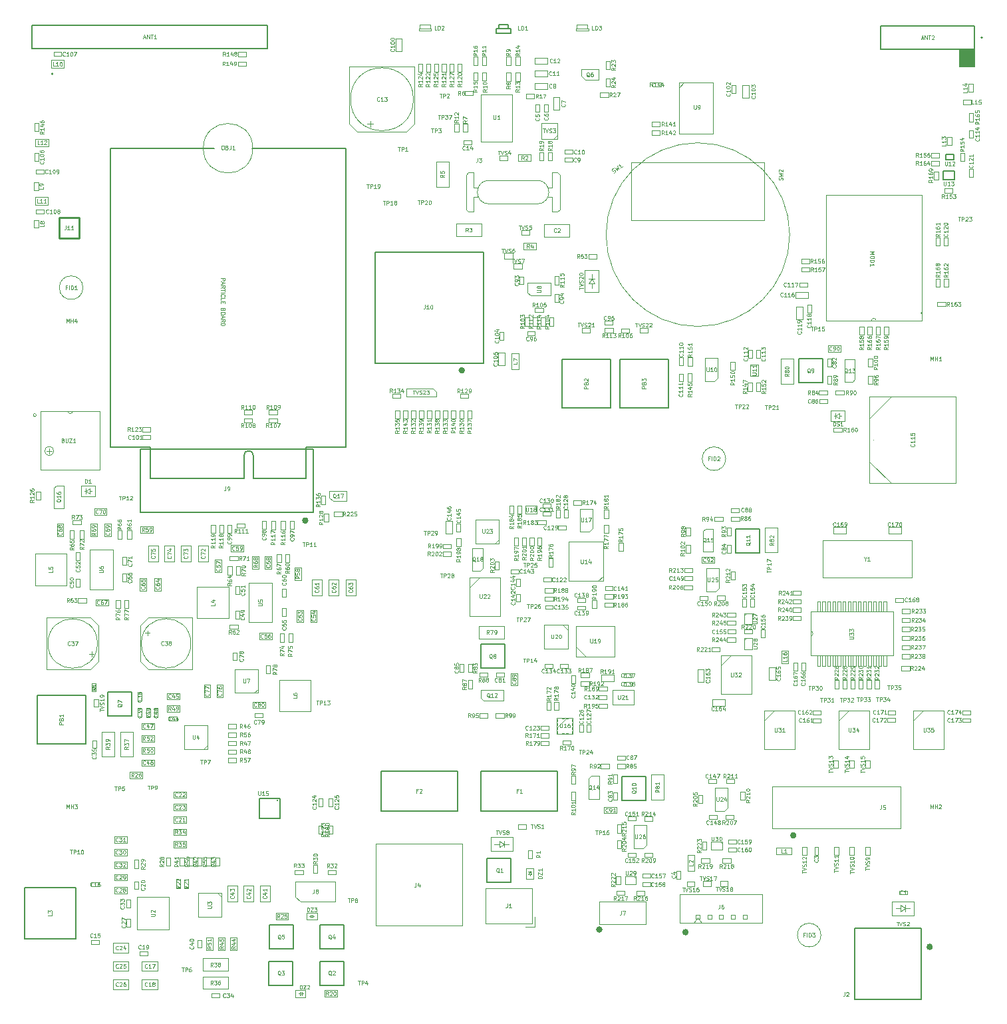
<source format=gbr>
%TF.GenerationSoftware,KiCad,Pcbnew,9.0.0*%
%TF.CreationDate,2025-03-07T13:19:33+01:00*%
%TF.ProjectId,Flatburn_V4,466c6174-6275-4726-9e5f-56342e6b6963,1*%
%TF.SameCoordinates,Original*%
%TF.FileFunction,AssemblyDrawing,Top*%
%FSLAX46Y46*%
G04 Gerber Fmt 4.6, Leading zero omitted, Abs format (unit mm)*
G04 Created by KiCad (PCBNEW 9.0.0) date 2025-03-07 13:19:33*
%MOMM*%
%LPD*%
G01*
G04 APERTURE LIST*
%ADD10C,0.070000*%
%ADD11C,0.040000*%
%ADD12C,0.100000*%
%ADD13C,0.025400*%
%ADD14C,0.200000*%
%ADD15C,0.127000*%
%ADD16C,0.254000*%
%ADD17C,0.400000*%
%ADD18C,0.050000*%
G04 APERTURE END LIST*
D10*
X130777669Y-194927142D02*
X130277669Y-194927142D01*
X130277669Y-194927142D02*
X130277669Y-194808094D01*
X130277669Y-194808094D02*
X130301479Y-194736666D01*
X130301479Y-194736666D02*
X130349098Y-194689047D01*
X130349098Y-194689047D02*
X130396717Y-194665237D01*
X130396717Y-194665237D02*
X130491955Y-194641428D01*
X130491955Y-194641428D02*
X130563383Y-194641428D01*
X130563383Y-194641428D02*
X130658621Y-194665237D01*
X130658621Y-194665237D02*
X130706240Y-194689047D01*
X130706240Y-194689047D02*
X130753860Y-194736666D01*
X130753860Y-194736666D02*
X130777669Y-194808094D01*
X130777669Y-194808094D02*
X130777669Y-194927142D01*
X130277669Y-194474761D02*
X130277669Y-194141428D01*
X130277669Y-194141428D02*
X130777669Y-194474761D01*
X130777669Y-194474761D02*
X130777669Y-194141428D01*
X130777669Y-193689047D02*
X130777669Y-193974761D01*
X130777669Y-193831904D02*
X130277669Y-193831904D01*
X130277669Y-193831904D02*
X130349098Y-193879523D01*
X130349098Y-193879523D02*
X130396717Y-193927142D01*
X130396717Y-193927142D02*
X130420526Y-193974761D01*
X73965050Y-179391428D02*
X73988860Y-179415237D01*
X73988860Y-179415237D02*
X74012669Y-179486666D01*
X74012669Y-179486666D02*
X74012669Y-179534285D01*
X74012669Y-179534285D02*
X73988860Y-179605713D01*
X73988860Y-179605713D02*
X73941240Y-179653332D01*
X73941240Y-179653332D02*
X73893621Y-179677142D01*
X73893621Y-179677142D02*
X73798383Y-179700951D01*
X73798383Y-179700951D02*
X73726955Y-179700951D01*
X73726955Y-179700951D02*
X73631717Y-179677142D01*
X73631717Y-179677142D02*
X73584098Y-179653332D01*
X73584098Y-179653332D02*
X73536479Y-179605713D01*
X73536479Y-179605713D02*
X73512669Y-179534285D01*
X73512669Y-179534285D02*
X73512669Y-179486666D01*
X73512669Y-179486666D02*
X73536479Y-179415237D01*
X73536479Y-179415237D02*
X73560288Y-179391428D01*
X73512669Y-179224761D02*
X73512669Y-178915237D01*
X73512669Y-178915237D02*
X73703145Y-179081904D01*
X73703145Y-179081904D02*
X73703145Y-179010475D01*
X73703145Y-179010475D02*
X73726955Y-178962856D01*
X73726955Y-178962856D02*
X73750764Y-178939047D01*
X73750764Y-178939047D02*
X73798383Y-178915237D01*
X73798383Y-178915237D02*
X73917431Y-178915237D01*
X73917431Y-178915237D02*
X73965050Y-178939047D01*
X73965050Y-178939047D02*
X73988860Y-178962856D01*
X73988860Y-178962856D02*
X74012669Y-179010475D01*
X74012669Y-179010475D02*
X74012669Y-179153332D01*
X74012669Y-179153332D02*
X73988860Y-179200951D01*
X73988860Y-179200951D02*
X73965050Y-179224761D01*
X73512669Y-178462857D02*
X73512669Y-178700952D01*
X73512669Y-178700952D02*
X73750764Y-178724761D01*
X73750764Y-178724761D02*
X73726955Y-178700952D01*
X73726955Y-178700952D02*
X73703145Y-178653333D01*
X73703145Y-178653333D02*
X73703145Y-178534285D01*
X73703145Y-178534285D02*
X73726955Y-178486666D01*
X73726955Y-178486666D02*
X73750764Y-178462857D01*
X73750764Y-178462857D02*
X73798383Y-178439047D01*
X73798383Y-178439047D02*
X73917431Y-178439047D01*
X73917431Y-178439047D02*
X73965050Y-178462857D01*
X73965050Y-178462857D02*
X73988860Y-178486666D01*
X73988860Y-178486666D02*
X74012669Y-178534285D01*
X74012669Y-178534285D02*
X74012669Y-178653333D01*
X74012669Y-178653333D02*
X73988860Y-178700952D01*
X73988860Y-178700952D02*
X73965050Y-178724761D01*
X100170050Y-161891428D02*
X100193860Y-161915237D01*
X100193860Y-161915237D02*
X100217669Y-161986666D01*
X100217669Y-161986666D02*
X100217669Y-162034285D01*
X100217669Y-162034285D02*
X100193860Y-162105713D01*
X100193860Y-162105713D02*
X100146240Y-162153332D01*
X100146240Y-162153332D02*
X100098621Y-162177142D01*
X100098621Y-162177142D02*
X100003383Y-162200951D01*
X100003383Y-162200951D02*
X99931955Y-162200951D01*
X99931955Y-162200951D02*
X99836717Y-162177142D01*
X99836717Y-162177142D02*
X99789098Y-162153332D01*
X99789098Y-162153332D02*
X99741479Y-162105713D01*
X99741479Y-162105713D02*
X99717669Y-162034285D01*
X99717669Y-162034285D02*
X99717669Y-161986666D01*
X99717669Y-161986666D02*
X99741479Y-161915237D01*
X99741479Y-161915237D02*
X99765288Y-161891428D01*
X99717669Y-161439047D02*
X99717669Y-161677142D01*
X99717669Y-161677142D02*
X99955764Y-161700951D01*
X99955764Y-161700951D02*
X99931955Y-161677142D01*
X99931955Y-161677142D02*
X99908145Y-161629523D01*
X99908145Y-161629523D02*
X99908145Y-161510475D01*
X99908145Y-161510475D02*
X99931955Y-161462856D01*
X99931955Y-161462856D02*
X99955764Y-161439047D01*
X99955764Y-161439047D02*
X100003383Y-161415237D01*
X100003383Y-161415237D02*
X100122431Y-161415237D01*
X100122431Y-161415237D02*
X100170050Y-161439047D01*
X100170050Y-161439047D02*
X100193860Y-161462856D01*
X100193860Y-161462856D02*
X100217669Y-161510475D01*
X100217669Y-161510475D02*
X100217669Y-161629523D01*
X100217669Y-161629523D02*
X100193860Y-161677142D01*
X100193860Y-161677142D02*
X100170050Y-161700951D01*
X99717669Y-161248571D02*
X99717669Y-160939047D01*
X99717669Y-160939047D02*
X99908145Y-161105714D01*
X99908145Y-161105714D02*
X99908145Y-161034285D01*
X99908145Y-161034285D02*
X99931955Y-160986666D01*
X99931955Y-160986666D02*
X99955764Y-160962857D01*
X99955764Y-160962857D02*
X100003383Y-160939047D01*
X100003383Y-160939047D02*
X100122431Y-160939047D01*
X100122431Y-160939047D02*
X100170050Y-160962857D01*
X100170050Y-160962857D02*
X100193860Y-160986666D01*
X100193860Y-160986666D02*
X100217669Y-161034285D01*
X100217669Y-161034285D02*
X100217669Y-161177142D01*
X100217669Y-161177142D02*
X100193860Y-161224761D01*
X100193860Y-161224761D02*
X100170050Y-161248571D01*
X128410953Y-154807669D02*
X128696667Y-154807669D01*
X128553810Y-155307669D02*
X128553810Y-154807669D01*
X128863333Y-155307669D02*
X128863333Y-154807669D01*
X128863333Y-154807669D02*
X129053809Y-154807669D01*
X129053809Y-154807669D02*
X129101428Y-154831479D01*
X129101428Y-154831479D02*
X129125238Y-154855288D01*
X129125238Y-154855288D02*
X129149047Y-154902907D01*
X129149047Y-154902907D02*
X129149047Y-154974336D01*
X129149047Y-154974336D02*
X129125238Y-155021955D01*
X129125238Y-155021955D02*
X129101428Y-155045764D01*
X129101428Y-155045764D02*
X129053809Y-155069574D01*
X129053809Y-155069574D02*
X128863333Y-155069574D01*
X129339524Y-154855288D02*
X129363333Y-154831479D01*
X129363333Y-154831479D02*
X129410952Y-154807669D01*
X129410952Y-154807669D02*
X129530000Y-154807669D01*
X129530000Y-154807669D02*
X129577619Y-154831479D01*
X129577619Y-154831479D02*
X129601428Y-154855288D01*
X129601428Y-154855288D02*
X129625238Y-154902907D01*
X129625238Y-154902907D02*
X129625238Y-154950526D01*
X129625238Y-154950526D02*
X129601428Y-155021955D01*
X129601428Y-155021955D02*
X129315714Y-155307669D01*
X129315714Y-155307669D02*
X129625238Y-155307669D01*
X130077618Y-154807669D02*
X129839523Y-154807669D01*
X129839523Y-154807669D02*
X129815714Y-155045764D01*
X129815714Y-155045764D02*
X129839523Y-155021955D01*
X129839523Y-155021955D02*
X129887142Y-154998145D01*
X129887142Y-154998145D02*
X130006190Y-154998145D01*
X130006190Y-154998145D02*
X130053809Y-155021955D01*
X130053809Y-155021955D02*
X130077618Y-155045764D01*
X130077618Y-155045764D02*
X130101428Y-155093383D01*
X130101428Y-155093383D02*
X130101428Y-155212431D01*
X130101428Y-155212431D02*
X130077618Y-155260050D01*
X130077618Y-155260050D02*
X130053809Y-155283860D01*
X130053809Y-155283860D02*
X130006190Y-155307669D01*
X130006190Y-155307669D02*
X129887142Y-155307669D01*
X129887142Y-155307669D02*
X129839523Y-155283860D01*
X129839523Y-155283860D02*
X129815714Y-155260050D01*
X169470476Y-138089196D02*
X169303810Y-137851101D01*
X169184762Y-138089196D02*
X169184762Y-137589196D01*
X169184762Y-137589196D02*
X169375238Y-137589196D01*
X169375238Y-137589196D02*
X169422857Y-137613006D01*
X169422857Y-137613006D02*
X169446667Y-137636815D01*
X169446667Y-137636815D02*
X169470476Y-137684434D01*
X169470476Y-137684434D02*
X169470476Y-137755863D01*
X169470476Y-137755863D02*
X169446667Y-137803482D01*
X169446667Y-137803482D02*
X169422857Y-137827291D01*
X169422857Y-137827291D02*
X169375238Y-137851101D01*
X169375238Y-137851101D02*
X169184762Y-137851101D01*
X169946667Y-138089196D02*
X169660953Y-138089196D01*
X169803810Y-138089196D02*
X169803810Y-137589196D01*
X169803810Y-137589196D02*
X169756191Y-137660625D01*
X169756191Y-137660625D02*
X169708572Y-137708244D01*
X169708572Y-137708244D02*
X169660953Y-137732053D01*
X170375238Y-137589196D02*
X170280000Y-137589196D01*
X170280000Y-137589196D02*
X170232381Y-137613006D01*
X170232381Y-137613006D02*
X170208571Y-137636815D01*
X170208571Y-137636815D02*
X170160952Y-137708244D01*
X170160952Y-137708244D02*
X170137143Y-137803482D01*
X170137143Y-137803482D02*
X170137143Y-137993958D01*
X170137143Y-137993958D02*
X170160952Y-138041577D01*
X170160952Y-138041577D02*
X170184762Y-138065387D01*
X170184762Y-138065387D02*
X170232381Y-138089196D01*
X170232381Y-138089196D02*
X170327619Y-138089196D01*
X170327619Y-138089196D02*
X170375238Y-138065387D01*
X170375238Y-138065387D02*
X170399047Y-138041577D01*
X170399047Y-138041577D02*
X170422857Y-137993958D01*
X170422857Y-137993958D02*
X170422857Y-137874910D01*
X170422857Y-137874910D02*
X170399047Y-137827291D01*
X170399047Y-137827291D02*
X170375238Y-137803482D01*
X170375238Y-137803482D02*
X170327619Y-137779672D01*
X170327619Y-137779672D02*
X170232381Y-137779672D01*
X170232381Y-137779672D02*
X170184762Y-137803482D01*
X170184762Y-137803482D02*
X170160952Y-137827291D01*
X170160952Y-137827291D02*
X170137143Y-137874910D01*
X170732380Y-137589196D02*
X170779999Y-137589196D01*
X170779999Y-137589196D02*
X170827618Y-137613006D01*
X170827618Y-137613006D02*
X170851428Y-137636815D01*
X170851428Y-137636815D02*
X170875237Y-137684434D01*
X170875237Y-137684434D02*
X170899047Y-137779672D01*
X170899047Y-137779672D02*
X170899047Y-137898720D01*
X170899047Y-137898720D02*
X170875237Y-137993958D01*
X170875237Y-137993958D02*
X170851428Y-138041577D01*
X170851428Y-138041577D02*
X170827618Y-138065387D01*
X170827618Y-138065387D02*
X170779999Y-138089196D01*
X170779999Y-138089196D02*
X170732380Y-138089196D01*
X170732380Y-138089196D02*
X170684761Y-138065387D01*
X170684761Y-138065387D02*
X170660952Y-138041577D01*
X170660952Y-138041577D02*
X170637142Y-137993958D01*
X170637142Y-137993958D02*
X170613333Y-137898720D01*
X170613333Y-137898720D02*
X170613333Y-137779672D01*
X170613333Y-137779672D02*
X170637142Y-137684434D01*
X170637142Y-137684434D02*
X170660952Y-137636815D01*
X170660952Y-137636815D02*
X170684761Y-137613006D01*
X170684761Y-137613006D02*
X170732380Y-137589196D01*
X165003453Y-124749196D02*
X165289167Y-124749196D01*
X165146310Y-125249196D02*
X165146310Y-124749196D01*
X165455833Y-125249196D02*
X165455833Y-124749196D01*
X165455833Y-124749196D02*
X165646309Y-124749196D01*
X165646309Y-124749196D02*
X165693928Y-124773006D01*
X165693928Y-124773006D02*
X165717738Y-124796815D01*
X165717738Y-124796815D02*
X165741547Y-124844434D01*
X165741547Y-124844434D02*
X165741547Y-124915863D01*
X165741547Y-124915863D02*
X165717738Y-124963482D01*
X165717738Y-124963482D02*
X165693928Y-124987291D01*
X165693928Y-124987291D02*
X165646309Y-125011101D01*
X165646309Y-125011101D02*
X165455833Y-125011101D01*
X166217738Y-125249196D02*
X165932024Y-125249196D01*
X166074881Y-125249196D02*
X166074881Y-124749196D01*
X166074881Y-124749196D02*
X166027262Y-124820625D01*
X166027262Y-124820625D02*
X165979643Y-124868244D01*
X165979643Y-124868244D02*
X165932024Y-124892053D01*
X166670118Y-124749196D02*
X166432023Y-124749196D01*
X166432023Y-124749196D02*
X166408214Y-124987291D01*
X166408214Y-124987291D02*
X166432023Y-124963482D01*
X166432023Y-124963482D02*
X166479642Y-124939672D01*
X166479642Y-124939672D02*
X166598690Y-124939672D01*
X166598690Y-124939672D02*
X166646309Y-124963482D01*
X166646309Y-124963482D02*
X166670118Y-124987291D01*
X166670118Y-124987291D02*
X166693928Y-125034910D01*
X166693928Y-125034910D02*
X166693928Y-125153958D01*
X166693928Y-125153958D02*
X166670118Y-125201577D01*
X166670118Y-125201577D02*
X166646309Y-125225387D01*
X166646309Y-125225387D02*
X166598690Y-125249196D01*
X166598690Y-125249196D02*
X166479642Y-125249196D01*
X166479642Y-125249196D02*
X166432023Y-125225387D01*
X166432023Y-125225387D02*
X166408214Y-125201577D01*
X137104285Y-183645288D02*
X137056666Y-183621479D01*
X137056666Y-183621479D02*
X137009047Y-183573860D01*
X137009047Y-183573860D02*
X136937619Y-183502431D01*
X136937619Y-183502431D02*
X136890000Y-183478621D01*
X136890000Y-183478621D02*
X136842381Y-183478621D01*
X136866190Y-183597669D02*
X136818571Y-183573860D01*
X136818571Y-183573860D02*
X136770952Y-183526240D01*
X136770952Y-183526240D02*
X136747143Y-183431002D01*
X136747143Y-183431002D02*
X136747143Y-183264336D01*
X136747143Y-183264336D02*
X136770952Y-183169098D01*
X136770952Y-183169098D02*
X136818571Y-183121479D01*
X136818571Y-183121479D02*
X136866190Y-183097669D01*
X136866190Y-183097669D02*
X136961428Y-183097669D01*
X136961428Y-183097669D02*
X137009047Y-183121479D01*
X137009047Y-183121479D02*
X137056666Y-183169098D01*
X137056666Y-183169098D02*
X137080476Y-183264336D01*
X137080476Y-183264336D02*
X137080476Y-183431002D01*
X137080476Y-183431002D02*
X137056666Y-183526240D01*
X137056666Y-183526240D02*
X137009047Y-183573860D01*
X137009047Y-183573860D02*
X136961428Y-183597669D01*
X136961428Y-183597669D02*
X136866190Y-183597669D01*
X137556667Y-183597669D02*
X137270953Y-183597669D01*
X137413810Y-183597669D02*
X137413810Y-183097669D01*
X137413810Y-183097669D02*
X137366191Y-183169098D01*
X137366191Y-183169098D02*
X137318572Y-183216717D01*
X137318572Y-183216717D02*
X137270953Y-183240526D01*
X137985238Y-183264336D02*
X137985238Y-183597669D01*
X137866190Y-183073860D02*
X137747143Y-183431002D01*
X137747143Y-183431002D02*
X138056666Y-183431002D01*
X151646785Y-152172288D02*
X151599166Y-152148479D01*
X151599166Y-152148479D02*
X151551547Y-152100860D01*
X151551547Y-152100860D02*
X151480119Y-152029431D01*
X151480119Y-152029431D02*
X151432500Y-152005621D01*
X151432500Y-152005621D02*
X151384881Y-152005621D01*
X151408690Y-152124669D02*
X151361071Y-152100860D01*
X151361071Y-152100860D02*
X151313452Y-152053240D01*
X151313452Y-152053240D02*
X151289643Y-151958002D01*
X151289643Y-151958002D02*
X151289643Y-151791336D01*
X151289643Y-151791336D02*
X151313452Y-151696098D01*
X151313452Y-151696098D02*
X151361071Y-151648479D01*
X151361071Y-151648479D02*
X151408690Y-151624669D01*
X151408690Y-151624669D02*
X151503928Y-151624669D01*
X151503928Y-151624669D02*
X151551547Y-151648479D01*
X151551547Y-151648479D02*
X151599166Y-151696098D01*
X151599166Y-151696098D02*
X151622976Y-151791336D01*
X151622976Y-151791336D02*
X151622976Y-151958002D01*
X151622976Y-151958002D02*
X151599166Y-152053240D01*
X151599166Y-152053240D02*
X151551547Y-152100860D01*
X151551547Y-152100860D02*
X151503928Y-152124669D01*
X151503928Y-152124669D02*
X151408690Y-152124669D01*
X152099167Y-152124669D02*
X151813453Y-152124669D01*
X151956310Y-152124669D02*
X151956310Y-151624669D01*
X151956310Y-151624669D02*
X151908691Y-151696098D01*
X151908691Y-151696098D02*
X151861072Y-151743717D01*
X151861072Y-151743717D02*
X151813453Y-151767526D01*
X152551547Y-151624669D02*
X152313452Y-151624669D01*
X152313452Y-151624669D02*
X152289643Y-151862764D01*
X152289643Y-151862764D02*
X152313452Y-151838955D01*
X152313452Y-151838955D02*
X152361071Y-151815145D01*
X152361071Y-151815145D02*
X152480119Y-151815145D01*
X152480119Y-151815145D02*
X152527738Y-151838955D01*
X152527738Y-151838955D02*
X152551547Y-151862764D01*
X152551547Y-151862764D02*
X152575357Y-151910383D01*
X152575357Y-151910383D02*
X152575357Y-152029431D01*
X152575357Y-152029431D02*
X152551547Y-152077050D01*
X152551547Y-152077050D02*
X152527738Y-152100860D01*
X152527738Y-152100860D02*
X152480119Y-152124669D01*
X152480119Y-152124669D02*
X152361071Y-152124669D01*
X152361071Y-152124669D02*
X152313452Y-152100860D01*
X152313452Y-152100860D02*
X152289643Y-152077050D01*
X149977669Y-193053333D02*
X149977669Y-193291428D01*
X149977669Y-193291428D02*
X149477669Y-193291428D01*
X149525288Y-192910475D02*
X149501479Y-192886666D01*
X149501479Y-192886666D02*
X149477669Y-192839047D01*
X149477669Y-192839047D02*
X149477669Y-192719999D01*
X149477669Y-192719999D02*
X149501479Y-192672380D01*
X149501479Y-192672380D02*
X149525288Y-192648571D01*
X149525288Y-192648571D02*
X149572907Y-192624761D01*
X149572907Y-192624761D02*
X149620526Y-192624761D01*
X149620526Y-192624761D02*
X149691955Y-192648571D01*
X149691955Y-192648571D02*
X149977669Y-192934285D01*
X149977669Y-192934285D02*
X149977669Y-192624761D01*
X78490050Y-157001428D02*
X78513860Y-157025237D01*
X78513860Y-157025237D02*
X78537669Y-157096666D01*
X78537669Y-157096666D02*
X78537669Y-157144285D01*
X78537669Y-157144285D02*
X78513860Y-157215713D01*
X78513860Y-157215713D02*
X78466240Y-157263332D01*
X78466240Y-157263332D02*
X78418621Y-157287142D01*
X78418621Y-157287142D02*
X78323383Y-157310951D01*
X78323383Y-157310951D02*
X78251955Y-157310951D01*
X78251955Y-157310951D02*
X78156717Y-157287142D01*
X78156717Y-157287142D02*
X78109098Y-157263332D01*
X78109098Y-157263332D02*
X78061479Y-157215713D01*
X78061479Y-157215713D02*
X78037669Y-157144285D01*
X78037669Y-157144285D02*
X78037669Y-157096666D01*
X78037669Y-157096666D02*
X78061479Y-157025237D01*
X78061479Y-157025237D02*
X78085288Y-157001428D01*
X78037669Y-156572856D02*
X78037669Y-156668094D01*
X78037669Y-156668094D02*
X78061479Y-156715713D01*
X78061479Y-156715713D02*
X78085288Y-156739523D01*
X78085288Y-156739523D02*
X78156717Y-156787142D01*
X78156717Y-156787142D02*
X78251955Y-156810951D01*
X78251955Y-156810951D02*
X78442431Y-156810951D01*
X78442431Y-156810951D02*
X78490050Y-156787142D01*
X78490050Y-156787142D02*
X78513860Y-156763332D01*
X78513860Y-156763332D02*
X78537669Y-156715713D01*
X78537669Y-156715713D02*
X78537669Y-156620475D01*
X78537669Y-156620475D02*
X78513860Y-156572856D01*
X78513860Y-156572856D02*
X78490050Y-156549047D01*
X78490050Y-156549047D02*
X78442431Y-156525237D01*
X78442431Y-156525237D02*
X78323383Y-156525237D01*
X78323383Y-156525237D02*
X78275764Y-156549047D01*
X78275764Y-156549047D02*
X78251955Y-156572856D01*
X78251955Y-156572856D02*
X78228145Y-156620475D01*
X78228145Y-156620475D02*
X78228145Y-156715713D01*
X78228145Y-156715713D02*
X78251955Y-156763332D01*
X78251955Y-156763332D02*
X78275764Y-156787142D01*
X78275764Y-156787142D02*
X78323383Y-156810951D01*
X78037669Y-156096666D02*
X78037669Y-156191904D01*
X78037669Y-156191904D02*
X78061479Y-156239523D01*
X78061479Y-156239523D02*
X78085288Y-156263333D01*
X78085288Y-156263333D02*
X78156717Y-156310952D01*
X78156717Y-156310952D02*
X78251955Y-156334761D01*
X78251955Y-156334761D02*
X78442431Y-156334761D01*
X78442431Y-156334761D02*
X78490050Y-156310952D01*
X78490050Y-156310952D02*
X78513860Y-156287142D01*
X78513860Y-156287142D02*
X78537669Y-156239523D01*
X78537669Y-156239523D02*
X78537669Y-156144285D01*
X78537669Y-156144285D02*
X78513860Y-156096666D01*
X78513860Y-156096666D02*
X78490050Y-156072857D01*
X78490050Y-156072857D02*
X78442431Y-156049047D01*
X78442431Y-156049047D02*
X78323383Y-156049047D01*
X78323383Y-156049047D02*
X78275764Y-156072857D01*
X78275764Y-156072857D02*
X78251955Y-156096666D01*
X78251955Y-156096666D02*
X78228145Y-156144285D01*
X78228145Y-156144285D02*
X78228145Y-156239523D01*
X78228145Y-156239523D02*
X78251955Y-156287142D01*
X78251955Y-156287142D02*
X78275764Y-156310952D01*
X78275764Y-156310952D02*
X78323383Y-156334761D01*
X74248571Y-148460050D02*
X74224762Y-148483860D01*
X74224762Y-148483860D02*
X74153333Y-148507669D01*
X74153333Y-148507669D02*
X74105714Y-148507669D01*
X74105714Y-148507669D02*
X74034286Y-148483860D01*
X74034286Y-148483860D02*
X73986667Y-148436240D01*
X73986667Y-148436240D02*
X73962857Y-148388621D01*
X73962857Y-148388621D02*
X73939048Y-148293383D01*
X73939048Y-148293383D02*
X73939048Y-148221955D01*
X73939048Y-148221955D02*
X73962857Y-148126717D01*
X73962857Y-148126717D02*
X73986667Y-148079098D01*
X73986667Y-148079098D02*
X74034286Y-148031479D01*
X74034286Y-148031479D02*
X74105714Y-148007669D01*
X74105714Y-148007669D02*
X74153333Y-148007669D01*
X74153333Y-148007669D02*
X74224762Y-148031479D01*
X74224762Y-148031479D02*
X74248571Y-148055288D01*
X74415238Y-148007669D02*
X74748571Y-148007669D01*
X74748571Y-148007669D02*
X74534286Y-148507669D01*
X75034285Y-148007669D02*
X75081904Y-148007669D01*
X75081904Y-148007669D02*
X75129523Y-148031479D01*
X75129523Y-148031479D02*
X75153333Y-148055288D01*
X75153333Y-148055288D02*
X75177142Y-148102907D01*
X75177142Y-148102907D02*
X75200952Y-148198145D01*
X75200952Y-148198145D02*
X75200952Y-148317193D01*
X75200952Y-148317193D02*
X75177142Y-148412431D01*
X75177142Y-148412431D02*
X75153333Y-148460050D01*
X75153333Y-148460050D02*
X75129523Y-148483860D01*
X75129523Y-148483860D02*
X75081904Y-148507669D01*
X75081904Y-148507669D02*
X75034285Y-148507669D01*
X75034285Y-148507669D02*
X74986666Y-148483860D01*
X74986666Y-148483860D02*
X74962857Y-148460050D01*
X74962857Y-148460050D02*
X74939047Y-148412431D01*
X74939047Y-148412431D02*
X74915238Y-148317193D01*
X74915238Y-148317193D02*
X74915238Y-148198145D01*
X74915238Y-148198145D02*
X74939047Y-148102907D01*
X74939047Y-148102907D02*
X74962857Y-148055288D01*
X74962857Y-148055288D02*
X74986666Y-148031479D01*
X74986666Y-148031479D02*
X75034285Y-148007669D01*
X91757669Y-203581428D02*
X91519574Y-203748094D01*
X91757669Y-203867142D02*
X91257669Y-203867142D01*
X91257669Y-203867142D02*
X91257669Y-203676666D01*
X91257669Y-203676666D02*
X91281479Y-203629047D01*
X91281479Y-203629047D02*
X91305288Y-203605237D01*
X91305288Y-203605237D02*
X91352907Y-203581428D01*
X91352907Y-203581428D02*
X91424336Y-203581428D01*
X91424336Y-203581428D02*
X91471955Y-203605237D01*
X91471955Y-203605237D02*
X91495764Y-203629047D01*
X91495764Y-203629047D02*
X91519574Y-203676666D01*
X91519574Y-203676666D02*
X91519574Y-203867142D01*
X91424336Y-203152856D02*
X91757669Y-203152856D01*
X91233860Y-203271904D02*
X91591002Y-203390951D01*
X91591002Y-203390951D02*
X91591002Y-203081428D01*
X91424336Y-202676666D02*
X91757669Y-202676666D01*
X91233860Y-202795714D02*
X91591002Y-202914761D01*
X91591002Y-202914761D02*
X91591002Y-202605238D01*
X130927669Y-102041428D02*
X130689574Y-102208094D01*
X130927669Y-102327142D02*
X130427669Y-102327142D01*
X130427669Y-102327142D02*
X130427669Y-102136666D01*
X130427669Y-102136666D02*
X130451479Y-102089047D01*
X130451479Y-102089047D02*
X130475288Y-102065237D01*
X130475288Y-102065237D02*
X130522907Y-102041428D01*
X130522907Y-102041428D02*
X130594336Y-102041428D01*
X130594336Y-102041428D02*
X130641955Y-102065237D01*
X130641955Y-102065237D02*
X130665764Y-102089047D01*
X130665764Y-102089047D02*
X130689574Y-102136666D01*
X130689574Y-102136666D02*
X130689574Y-102327142D01*
X130927669Y-101565237D02*
X130927669Y-101850951D01*
X130927669Y-101708094D02*
X130427669Y-101708094D01*
X130427669Y-101708094D02*
X130499098Y-101755713D01*
X130499098Y-101755713D02*
X130546717Y-101803332D01*
X130546717Y-101803332D02*
X130570526Y-101850951D01*
X130927669Y-101327142D02*
X130927669Y-101231904D01*
X130927669Y-101231904D02*
X130903860Y-101184285D01*
X130903860Y-101184285D02*
X130880050Y-101160476D01*
X130880050Y-101160476D02*
X130808621Y-101112857D01*
X130808621Y-101112857D02*
X130713383Y-101089047D01*
X130713383Y-101089047D02*
X130522907Y-101089047D01*
X130522907Y-101089047D02*
X130475288Y-101112857D01*
X130475288Y-101112857D02*
X130451479Y-101136666D01*
X130451479Y-101136666D02*
X130427669Y-101184285D01*
X130427669Y-101184285D02*
X130427669Y-101279523D01*
X130427669Y-101279523D02*
X130451479Y-101327142D01*
X130451479Y-101327142D02*
X130475288Y-101350952D01*
X130475288Y-101350952D02*
X130522907Y-101374761D01*
X130522907Y-101374761D02*
X130641955Y-101374761D01*
X130641955Y-101374761D02*
X130689574Y-101350952D01*
X130689574Y-101350952D02*
X130713383Y-101327142D01*
X130713383Y-101327142D02*
X130737193Y-101279523D01*
X130737193Y-101279523D02*
X130737193Y-101184285D01*
X130737193Y-101184285D02*
X130713383Y-101136666D01*
X130713383Y-101136666D02*
X130689574Y-101112857D01*
X130689574Y-101112857D02*
X130641955Y-101089047D01*
X175916668Y-200477669D02*
X176202382Y-200477669D01*
X176059525Y-200977669D02*
X176059525Y-200477669D01*
X176297620Y-200477669D02*
X176464286Y-200977669D01*
X176464286Y-200977669D02*
X176630953Y-200477669D01*
X176773810Y-200953860D02*
X176845238Y-200977669D01*
X176845238Y-200977669D02*
X176964286Y-200977669D01*
X176964286Y-200977669D02*
X177011905Y-200953860D01*
X177011905Y-200953860D02*
X177035714Y-200930050D01*
X177035714Y-200930050D02*
X177059524Y-200882431D01*
X177059524Y-200882431D02*
X177059524Y-200834812D01*
X177059524Y-200834812D02*
X177035714Y-200787193D01*
X177035714Y-200787193D02*
X177011905Y-200763383D01*
X177011905Y-200763383D02*
X176964286Y-200739574D01*
X176964286Y-200739574D02*
X176869048Y-200715764D01*
X176869048Y-200715764D02*
X176821429Y-200691955D01*
X176821429Y-200691955D02*
X176797619Y-200668145D01*
X176797619Y-200668145D02*
X176773810Y-200620526D01*
X176773810Y-200620526D02*
X176773810Y-200572907D01*
X176773810Y-200572907D02*
X176797619Y-200525288D01*
X176797619Y-200525288D02*
X176821429Y-200501479D01*
X176821429Y-200501479D02*
X176869048Y-200477669D01*
X176869048Y-200477669D02*
X176988095Y-200477669D01*
X176988095Y-200477669D02*
X177059524Y-200501479D01*
X177250000Y-200525288D02*
X177273809Y-200501479D01*
X177273809Y-200501479D02*
X177321428Y-200477669D01*
X177321428Y-200477669D02*
X177440476Y-200477669D01*
X177440476Y-200477669D02*
X177488095Y-200501479D01*
X177488095Y-200501479D02*
X177511904Y-200525288D01*
X177511904Y-200525288D02*
X177535714Y-200572907D01*
X177535714Y-200572907D02*
X177535714Y-200620526D01*
X177535714Y-200620526D02*
X177511904Y-200691955D01*
X177511904Y-200691955D02*
X177226190Y-200977669D01*
X177226190Y-200977669D02*
X177535714Y-200977669D01*
X141818571Y-179750050D02*
X141794762Y-179773860D01*
X141794762Y-179773860D02*
X141723333Y-179797669D01*
X141723333Y-179797669D02*
X141675714Y-179797669D01*
X141675714Y-179797669D02*
X141604286Y-179773860D01*
X141604286Y-179773860D02*
X141556667Y-179726240D01*
X141556667Y-179726240D02*
X141532857Y-179678621D01*
X141532857Y-179678621D02*
X141509048Y-179583383D01*
X141509048Y-179583383D02*
X141509048Y-179511955D01*
X141509048Y-179511955D02*
X141532857Y-179416717D01*
X141532857Y-179416717D02*
X141556667Y-179369098D01*
X141556667Y-179369098D02*
X141604286Y-179321479D01*
X141604286Y-179321479D02*
X141675714Y-179297669D01*
X141675714Y-179297669D02*
X141723333Y-179297669D01*
X141723333Y-179297669D02*
X141794762Y-179321479D01*
X141794762Y-179321479D02*
X141818571Y-179345288D01*
X142104286Y-179511955D02*
X142056667Y-179488145D01*
X142056667Y-179488145D02*
X142032857Y-179464336D01*
X142032857Y-179464336D02*
X142009048Y-179416717D01*
X142009048Y-179416717D02*
X142009048Y-179392907D01*
X142009048Y-179392907D02*
X142032857Y-179345288D01*
X142032857Y-179345288D02*
X142056667Y-179321479D01*
X142056667Y-179321479D02*
X142104286Y-179297669D01*
X142104286Y-179297669D02*
X142199524Y-179297669D01*
X142199524Y-179297669D02*
X142247143Y-179321479D01*
X142247143Y-179321479D02*
X142270952Y-179345288D01*
X142270952Y-179345288D02*
X142294762Y-179392907D01*
X142294762Y-179392907D02*
X142294762Y-179416717D01*
X142294762Y-179416717D02*
X142270952Y-179464336D01*
X142270952Y-179464336D02*
X142247143Y-179488145D01*
X142247143Y-179488145D02*
X142199524Y-179511955D01*
X142199524Y-179511955D02*
X142104286Y-179511955D01*
X142104286Y-179511955D02*
X142056667Y-179535764D01*
X142056667Y-179535764D02*
X142032857Y-179559574D01*
X142032857Y-179559574D02*
X142009048Y-179607193D01*
X142009048Y-179607193D02*
X142009048Y-179702431D01*
X142009048Y-179702431D02*
X142032857Y-179750050D01*
X142032857Y-179750050D02*
X142056667Y-179773860D01*
X142056667Y-179773860D02*
X142104286Y-179797669D01*
X142104286Y-179797669D02*
X142199524Y-179797669D01*
X142199524Y-179797669D02*
X142247143Y-179773860D01*
X142247143Y-179773860D02*
X142270952Y-179750050D01*
X142270952Y-179750050D02*
X142294762Y-179702431D01*
X142294762Y-179702431D02*
X142294762Y-179607193D01*
X142294762Y-179607193D02*
X142270952Y-179559574D01*
X142270952Y-179559574D02*
X142247143Y-179535764D01*
X142247143Y-179535764D02*
X142199524Y-179511955D01*
X142461428Y-179297669D02*
X142794761Y-179297669D01*
X142794761Y-179297669D02*
X142580476Y-179797669D01*
X118537669Y-93859523D02*
X118299574Y-94026189D01*
X118537669Y-94145237D02*
X118037669Y-94145237D01*
X118037669Y-94145237D02*
X118037669Y-93954761D01*
X118037669Y-93954761D02*
X118061479Y-93907142D01*
X118061479Y-93907142D02*
X118085288Y-93883332D01*
X118085288Y-93883332D02*
X118132907Y-93859523D01*
X118132907Y-93859523D02*
X118204336Y-93859523D01*
X118204336Y-93859523D02*
X118251955Y-93883332D01*
X118251955Y-93883332D02*
X118275764Y-93907142D01*
X118275764Y-93907142D02*
X118299574Y-93954761D01*
X118299574Y-93954761D02*
X118299574Y-94145237D01*
X118537669Y-93383332D02*
X118537669Y-93669046D01*
X118537669Y-93526189D02*
X118037669Y-93526189D01*
X118037669Y-93526189D02*
X118109098Y-93573808D01*
X118109098Y-93573808D02*
X118156717Y-93621427D01*
X118156717Y-93621427D02*
X118180526Y-93669046D01*
X118085288Y-93192856D02*
X118061479Y-93169047D01*
X118061479Y-93169047D02*
X118037669Y-93121428D01*
X118037669Y-93121428D02*
X118037669Y-93002380D01*
X118037669Y-93002380D02*
X118061479Y-92954761D01*
X118061479Y-92954761D02*
X118085288Y-92930952D01*
X118085288Y-92930952D02*
X118132907Y-92907142D01*
X118132907Y-92907142D02*
X118180526Y-92907142D01*
X118180526Y-92907142D02*
X118251955Y-92930952D01*
X118251955Y-92930952D02*
X118537669Y-93216666D01*
X118537669Y-93216666D02*
X118537669Y-92907142D01*
X118537669Y-92430952D02*
X118537669Y-92716666D01*
X118537669Y-92573809D02*
X118037669Y-92573809D01*
X118037669Y-92573809D02*
X118109098Y-92621428D01*
X118109098Y-92621428D02*
X118156717Y-92669047D01*
X118156717Y-92669047D02*
X118180526Y-92716666D01*
X69555288Y-146675714D02*
X69531479Y-146723333D01*
X69531479Y-146723333D02*
X69483860Y-146770952D01*
X69483860Y-146770952D02*
X69412431Y-146842380D01*
X69412431Y-146842380D02*
X69388621Y-146889999D01*
X69388621Y-146889999D02*
X69388621Y-146937618D01*
X69507669Y-146913809D02*
X69483860Y-146961428D01*
X69483860Y-146961428D02*
X69436240Y-147009047D01*
X69436240Y-147009047D02*
X69341002Y-147032856D01*
X69341002Y-147032856D02*
X69174336Y-147032856D01*
X69174336Y-147032856D02*
X69079098Y-147009047D01*
X69079098Y-147009047D02*
X69031479Y-146961428D01*
X69031479Y-146961428D02*
X69007669Y-146913809D01*
X69007669Y-146913809D02*
X69007669Y-146818571D01*
X69007669Y-146818571D02*
X69031479Y-146770952D01*
X69031479Y-146770952D02*
X69079098Y-146723333D01*
X69079098Y-146723333D02*
X69174336Y-146699523D01*
X69174336Y-146699523D02*
X69341002Y-146699523D01*
X69341002Y-146699523D02*
X69436240Y-146723333D01*
X69436240Y-146723333D02*
X69483860Y-146770952D01*
X69483860Y-146770952D02*
X69507669Y-146818571D01*
X69507669Y-146818571D02*
X69507669Y-146913809D01*
X69507669Y-146223332D02*
X69507669Y-146509046D01*
X69507669Y-146366189D02*
X69007669Y-146366189D01*
X69007669Y-146366189D02*
X69079098Y-146413808D01*
X69079098Y-146413808D02*
X69126717Y-146461427D01*
X69126717Y-146461427D02*
X69150526Y-146509046D01*
X69007669Y-145794761D02*
X69007669Y-145889999D01*
X69007669Y-145889999D02*
X69031479Y-145937618D01*
X69031479Y-145937618D02*
X69055288Y-145961428D01*
X69055288Y-145961428D02*
X69126717Y-146009047D01*
X69126717Y-146009047D02*
X69221955Y-146032856D01*
X69221955Y-146032856D02*
X69412431Y-146032856D01*
X69412431Y-146032856D02*
X69460050Y-146009047D01*
X69460050Y-146009047D02*
X69483860Y-145985237D01*
X69483860Y-145985237D02*
X69507669Y-145937618D01*
X69507669Y-145937618D02*
X69507669Y-145842380D01*
X69507669Y-145842380D02*
X69483860Y-145794761D01*
X69483860Y-145794761D02*
X69460050Y-145770952D01*
X69460050Y-145770952D02*
X69412431Y-145747142D01*
X69412431Y-145747142D02*
X69293383Y-145747142D01*
X69293383Y-145747142D02*
X69245764Y-145770952D01*
X69245764Y-145770952D02*
X69221955Y-145794761D01*
X69221955Y-145794761D02*
X69198145Y-145842380D01*
X69198145Y-145842380D02*
X69198145Y-145937618D01*
X69198145Y-145937618D02*
X69221955Y-145985237D01*
X69221955Y-145985237D02*
X69245764Y-146009047D01*
X69245764Y-146009047D02*
X69293383Y-146032856D01*
X122527669Y-94541428D02*
X122289574Y-94708094D01*
X122527669Y-94827142D02*
X122027669Y-94827142D01*
X122027669Y-94827142D02*
X122027669Y-94636666D01*
X122027669Y-94636666D02*
X122051479Y-94589047D01*
X122051479Y-94589047D02*
X122075288Y-94565237D01*
X122075288Y-94565237D02*
X122122907Y-94541428D01*
X122122907Y-94541428D02*
X122194336Y-94541428D01*
X122194336Y-94541428D02*
X122241955Y-94565237D01*
X122241955Y-94565237D02*
X122265764Y-94589047D01*
X122265764Y-94589047D02*
X122289574Y-94636666D01*
X122289574Y-94636666D02*
X122289574Y-94827142D01*
X122527669Y-94065237D02*
X122527669Y-94350951D01*
X122527669Y-94208094D02*
X122027669Y-94208094D01*
X122027669Y-94208094D02*
X122099098Y-94255713D01*
X122099098Y-94255713D02*
X122146717Y-94303332D01*
X122146717Y-94303332D02*
X122170526Y-94350951D01*
X122027669Y-93612857D02*
X122027669Y-93850952D01*
X122027669Y-93850952D02*
X122265764Y-93874761D01*
X122265764Y-93874761D02*
X122241955Y-93850952D01*
X122241955Y-93850952D02*
X122218145Y-93803333D01*
X122218145Y-93803333D02*
X122218145Y-93684285D01*
X122218145Y-93684285D02*
X122241955Y-93636666D01*
X122241955Y-93636666D02*
X122265764Y-93612857D01*
X122265764Y-93612857D02*
X122313383Y-93589047D01*
X122313383Y-93589047D02*
X122432431Y-93589047D01*
X122432431Y-93589047D02*
X122480050Y-93612857D01*
X122480050Y-93612857D02*
X122503860Y-93636666D01*
X122503860Y-93636666D02*
X122527669Y-93684285D01*
X122527669Y-93684285D02*
X122527669Y-93803333D01*
X122527669Y-93803333D02*
X122503860Y-93850952D01*
X122503860Y-93850952D02*
X122480050Y-93874761D01*
X162200169Y-130742955D02*
X161962074Y-130909621D01*
X162200169Y-131028669D02*
X161700169Y-131028669D01*
X161700169Y-131028669D02*
X161700169Y-130838193D01*
X161700169Y-130838193D02*
X161723979Y-130790574D01*
X161723979Y-130790574D02*
X161747788Y-130766764D01*
X161747788Y-130766764D02*
X161795407Y-130742955D01*
X161795407Y-130742955D02*
X161866836Y-130742955D01*
X161866836Y-130742955D02*
X161914455Y-130766764D01*
X161914455Y-130766764D02*
X161938264Y-130790574D01*
X161938264Y-130790574D02*
X161962074Y-130838193D01*
X161962074Y-130838193D02*
X161962074Y-131028669D01*
X161914455Y-130457240D02*
X161890645Y-130504859D01*
X161890645Y-130504859D02*
X161866836Y-130528669D01*
X161866836Y-130528669D02*
X161819217Y-130552478D01*
X161819217Y-130552478D02*
X161795407Y-130552478D01*
X161795407Y-130552478D02*
X161747788Y-130528669D01*
X161747788Y-130528669D02*
X161723979Y-130504859D01*
X161723979Y-130504859D02*
X161700169Y-130457240D01*
X161700169Y-130457240D02*
X161700169Y-130362002D01*
X161700169Y-130362002D02*
X161723979Y-130314383D01*
X161723979Y-130314383D02*
X161747788Y-130290574D01*
X161747788Y-130290574D02*
X161795407Y-130266764D01*
X161795407Y-130266764D02*
X161819217Y-130266764D01*
X161819217Y-130266764D02*
X161866836Y-130290574D01*
X161866836Y-130290574D02*
X161890645Y-130314383D01*
X161890645Y-130314383D02*
X161914455Y-130362002D01*
X161914455Y-130362002D02*
X161914455Y-130457240D01*
X161914455Y-130457240D02*
X161938264Y-130504859D01*
X161938264Y-130504859D02*
X161962074Y-130528669D01*
X161962074Y-130528669D02*
X162009693Y-130552478D01*
X162009693Y-130552478D02*
X162104931Y-130552478D01*
X162104931Y-130552478D02*
X162152550Y-130528669D01*
X162152550Y-130528669D02*
X162176360Y-130504859D01*
X162176360Y-130504859D02*
X162200169Y-130457240D01*
X162200169Y-130457240D02*
X162200169Y-130362002D01*
X162200169Y-130362002D02*
X162176360Y-130314383D01*
X162176360Y-130314383D02*
X162152550Y-130290574D01*
X162152550Y-130290574D02*
X162104931Y-130266764D01*
X162104931Y-130266764D02*
X162009693Y-130266764D01*
X162009693Y-130266764D02*
X161962074Y-130290574D01*
X161962074Y-130290574D02*
X161938264Y-130314383D01*
X161938264Y-130314383D02*
X161914455Y-130362002D01*
X161700169Y-129957241D02*
X161700169Y-129909622D01*
X161700169Y-129909622D02*
X161723979Y-129862003D01*
X161723979Y-129862003D02*
X161747788Y-129838193D01*
X161747788Y-129838193D02*
X161795407Y-129814384D01*
X161795407Y-129814384D02*
X161890645Y-129790574D01*
X161890645Y-129790574D02*
X162009693Y-129790574D01*
X162009693Y-129790574D02*
X162104931Y-129814384D01*
X162104931Y-129814384D02*
X162152550Y-129838193D01*
X162152550Y-129838193D02*
X162176360Y-129862003D01*
X162176360Y-129862003D02*
X162200169Y-129909622D01*
X162200169Y-129909622D02*
X162200169Y-129957241D01*
X162200169Y-129957241D02*
X162176360Y-130004860D01*
X162176360Y-130004860D02*
X162152550Y-130028669D01*
X162152550Y-130028669D02*
X162104931Y-130052479D01*
X162104931Y-130052479D02*
X162009693Y-130076288D01*
X162009693Y-130076288D02*
X161890645Y-130076288D01*
X161890645Y-130076288D02*
X161795407Y-130052479D01*
X161795407Y-130052479D02*
X161747788Y-130028669D01*
X161747788Y-130028669D02*
X161723979Y-130004860D01*
X161723979Y-130004860D02*
X161700169Y-129957241D01*
X92850050Y-161721428D02*
X92873860Y-161745237D01*
X92873860Y-161745237D02*
X92897669Y-161816666D01*
X92897669Y-161816666D02*
X92897669Y-161864285D01*
X92897669Y-161864285D02*
X92873860Y-161935713D01*
X92873860Y-161935713D02*
X92826240Y-161983332D01*
X92826240Y-161983332D02*
X92778621Y-162007142D01*
X92778621Y-162007142D02*
X92683383Y-162030951D01*
X92683383Y-162030951D02*
X92611955Y-162030951D01*
X92611955Y-162030951D02*
X92516717Y-162007142D01*
X92516717Y-162007142D02*
X92469098Y-161983332D01*
X92469098Y-161983332D02*
X92421479Y-161935713D01*
X92421479Y-161935713D02*
X92397669Y-161864285D01*
X92397669Y-161864285D02*
X92397669Y-161816666D01*
X92397669Y-161816666D02*
X92421479Y-161745237D01*
X92421479Y-161745237D02*
X92445288Y-161721428D01*
X92564336Y-161292856D02*
X92897669Y-161292856D01*
X92373860Y-161411904D02*
X92731002Y-161530951D01*
X92731002Y-161530951D02*
X92731002Y-161221428D01*
X92897669Y-161007142D02*
X92897669Y-160911904D01*
X92897669Y-160911904D02*
X92873860Y-160864285D01*
X92873860Y-160864285D02*
X92850050Y-160840476D01*
X92850050Y-160840476D02*
X92778621Y-160792857D01*
X92778621Y-160792857D02*
X92683383Y-160769047D01*
X92683383Y-160769047D02*
X92492907Y-160769047D01*
X92492907Y-160769047D02*
X92445288Y-160792857D01*
X92445288Y-160792857D02*
X92421479Y-160816666D01*
X92421479Y-160816666D02*
X92397669Y-160864285D01*
X92397669Y-160864285D02*
X92397669Y-160959523D01*
X92397669Y-160959523D02*
X92421479Y-161007142D01*
X92421479Y-161007142D02*
X92445288Y-161030952D01*
X92445288Y-161030952D02*
X92492907Y-161054761D01*
X92492907Y-161054761D02*
X92611955Y-161054761D01*
X92611955Y-161054761D02*
X92659574Y-161030952D01*
X92659574Y-161030952D02*
X92683383Y-161007142D01*
X92683383Y-161007142D02*
X92707193Y-160959523D01*
X92707193Y-160959523D02*
X92707193Y-160864285D01*
X92707193Y-160864285D02*
X92683383Y-160816666D01*
X92683383Y-160816666D02*
X92659574Y-160792857D01*
X92659574Y-160792857D02*
X92611955Y-160769047D01*
X129078571Y-126450050D02*
X129054762Y-126473860D01*
X129054762Y-126473860D02*
X128983333Y-126497669D01*
X128983333Y-126497669D02*
X128935714Y-126497669D01*
X128935714Y-126497669D02*
X128864286Y-126473860D01*
X128864286Y-126473860D02*
X128816667Y-126426240D01*
X128816667Y-126426240D02*
X128792857Y-126378621D01*
X128792857Y-126378621D02*
X128769048Y-126283383D01*
X128769048Y-126283383D02*
X128769048Y-126211955D01*
X128769048Y-126211955D02*
X128792857Y-126116717D01*
X128792857Y-126116717D02*
X128816667Y-126069098D01*
X128816667Y-126069098D02*
X128864286Y-126021479D01*
X128864286Y-126021479D02*
X128935714Y-125997669D01*
X128935714Y-125997669D02*
X128983333Y-125997669D01*
X128983333Y-125997669D02*
X129054762Y-126021479D01*
X129054762Y-126021479D02*
X129078571Y-126045288D01*
X129316667Y-126497669D02*
X129411905Y-126497669D01*
X129411905Y-126497669D02*
X129459524Y-126473860D01*
X129459524Y-126473860D02*
X129483333Y-126450050D01*
X129483333Y-126450050D02*
X129530952Y-126378621D01*
X129530952Y-126378621D02*
X129554762Y-126283383D01*
X129554762Y-126283383D02*
X129554762Y-126092907D01*
X129554762Y-126092907D02*
X129530952Y-126045288D01*
X129530952Y-126045288D02*
X129507143Y-126021479D01*
X129507143Y-126021479D02*
X129459524Y-125997669D01*
X129459524Y-125997669D02*
X129364286Y-125997669D01*
X129364286Y-125997669D02*
X129316667Y-126021479D01*
X129316667Y-126021479D02*
X129292857Y-126045288D01*
X129292857Y-126045288D02*
X129269048Y-126092907D01*
X129269048Y-126092907D02*
X129269048Y-126211955D01*
X129269048Y-126211955D02*
X129292857Y-126259574D01*
X129292857Y-126259574D02*
X129316667Y-126283383D01*
X129316667Y-126283383D02*
X129364286Y-126307193D01*
X129364286Y-126307193D02*
X129459524Y-126307193D01*
X129459524Y-126307193D02*
X129507143Y-126283383D01*
X129507143Y-126283383D02*
X129530952Y-126259574D01*
X129530952Y-126259574D02*
X129554762Y-126211955D01*
X129983333Y-125997669D02*
X129888095Y-125997669D01*
X129888095Y-125997669D02*
X129840476Y-126021479D01*
X129840476Y-126021479D02*
X129816666Y-126045288D01*
X129816666Y-126045288D02*
X129769047Y-126116717D01*
X129769047Y-126116717D02*
X129745238Y-126211955D01*
X129745238Y-126211955D02*
X129745238Y-126402431D01*
X129745238Y-126402431D02*
X129769047Y-126450050D01*
X129769047Y-126450050D02*
X129792857Y-126473860D01*
X129792857Y-126473860D02*
X129840476Y-126497669D01*
X129840476Y-126497669D02*
X129935714Y-126497669D01*
X129935714Y-126497669D02*
X129983333Y-126473860D01*
X129983333Y-126473860D02*
X130007142Y-126450050D01*
X130007142Y-126450050D02*
X130030952Y-126402431D01*
X130030952Y-126402431D02*
X130030952Y-126283383D01*
X130030952Y-126283383D02*
X130007142Y-126235764D01*
X130007142Y-126235764D02*
X129983333Y-126211955D01*
X129983333Y-126211955D02*
X129935714Y-126188145D01*
X129935714Y-126188145D02*
X129840476Y-126188145D01*
X129840476Y-126188145D02*
X129792857Y-126211955D01*
X129792857Y-126211955D02*
X129769047Y-126235764D01*
X129769047Y-126235764D02*
X129745238Y-126283383D01*
X157247669Y-184949523D02*
X157009574Y-185116189D01*
X157247669Y-185235237D02*
X156747669Y-185235237D01*
X156747669Y-185235237D02*
X156747669Y-185044761D01*
X156747669Y-185044761D02*
X156771479Y-184997142D01*
X156771479Y-184997142D02*
X156795288Y-184973332D01*
X156795288Y-184973332D02*
X156842907Y-184949523D01*
X156842907Y-184949523D02*
X156914336Y-184949523D01*
X156914336Y-184949523D02*
X156961955Y-184973332D01*
X156961955Y-184973332D02*
X156985764Y-184997142D01*
X156985764Y-184997142D02*
X157009574Y-185044761D01*
X157009574Y-185044761D02*
X157009574Y-185235237D01*
X156795288Y-184759046D02*
X156771479Y-184735237D01*
X156771479Y-184735237D02*
X156747669Y-184687618D01*
X156747669Y-184687618D02*
X156747669Y-184568570D01*
X156747669Y-184568570D02*
X156771479Y-184520951D01*
X156771479Y-184520951D02*
X156795288Y-184497142D01*
X156795288Y-184497142D02*
X156842907Y-184473332D01*
X156842907Y-184473332D02*
X156890526Y-184473332D01*
X156890526Y-184473332D02*
X156961955Y-184497142D01*
X156961955Y-184497142D02*
X157247669Y-184782856D01*
X157247669Y-184782856D02*
X157247669Y-184473332D01*
X157247669Y-183997142D02*
X157247669Y-184282856D01*
X157247669Y-184139999D02*
X156747669Y-184139999D01*
X156747669Y-184139999D02*
X156819098Y-184187618D01*
X156819098Y-184187618D02*
X156866717Y-184235237D01*
X156866717Y-184235237D02*
X156890526Y-184282856D01*
X156747669Y-183687619D02*
X156747669Y-183640000D01*
X156747669Y-183640000D02*
X156771479Y-183592381D01*
X156771479Y-183592381D02*
X156795288Y-183568571D01*
X156795288Y-183568571D02*
X156842907Y-183544762D01*
X156842907Y-183544762D02*
X156938145Y-183520952D01*
X156938145Y-183520952D02*
X157057193Y-183520952D01*
X157057193Y-183520952D02*
X157152431Y-183544762D01*
X157152431Y-183544762D02*
X157200050Y-183568571D01*
X157200050Y-183568571D02*
X157223860Y-183592381D01*
X157223860Y-183592381D02*
X157247669Y-183640000D01*
X157247669Y-183640000D02*
X157247669Y-183687619D01*
X157247669Y-183687619D02*
X157223860Y-183735238D01*
X157223860Y-183735238D02*
X157200050Y-183759047D01*
X157200050Y-183759047D02*
X157152431Y-183782857D01*
X157152431Y-183782857D02*
X157057193Y-183806666D01*
X157057193Y-183806666D02*
X156938145Y-183806666D01*
X156938145Y-183806666D02*
X156842907Y-183782857D01*
X156842907Y-183782857D02*
X156795288Y-183759047D01*
X156795288Y-183759047D02*
X156771479Y-183735238D01*
X156771479Y-183735238D02*
X156747669Y-183687619D01*
X148927669Y-153551523D02*
X148689574Y-153718189D01*
X148927669Y-153837237D02*
X148427669Y-153837237D01*
X148427669Y-153837237D02*
X148427669Y-153646761D01*
X148427669Y-153646761D02*
X148451479Y-153599142D01*
X148451479Y-153599142D02*
X148475288Y-153575332D01*
X148475288Y-153575332D02*
X148522907Y-153551523D01*
X148522907Y-153551523D02*
X148594336Y-153551523D01*
X148594336Y-153551523D02*
X148641955Y-153575332D01*
X148641955Y-153575332D02*
X148665764Y-153599142D01*
X148665764Y-153599142D02*
X148689574Y-153646761D01*
X148689574Y-153646761D02*
X148689574Y-153837237D01*
X148927669Y-153075332D02*
X148927669Y-153361046D01*
X148927669Y-153218189D02*
X148427669Y-153218189D01*
X148427669Y-153218189D02*
X148499098Y-153265808D01*
X148499098Y-153265808D02*
X148546717Y-153313427D01*
X148546717Y-153313427D02*
X148570526Y-153361046D01*
X148427669Y-152765809D02*
X148427669Y-152718190D01*
X148427669Y-152718190D02*
X148451479Y-152670571D01*
X148451479Y-152670571D02*
X148475288Y-152646761D01*
X148475288Y-152646761D02*
X148522907Y-152622952D01*
X148522907Y-152622952D02*
X148618145Y-152599142D01*
X148618145Y-152599142D02*
X148737193Y-152599142D01*
X148737193Y-152599142D02*
X148832431Y-152622952D01*
X148832431Y-152622952D02*
X148880050Y-152646761D01*
X148880050Y-152646761D02*
X148903860Y-152670571D01*
X148903860Y-152670571D02*
X148927669Y-152718190D01*
X148927669Y-152718190D02*
X148927669Y-152765809D01*
X148927669Y-152765809D02*
X148903860Y-152813428D01*
X148903860Y-152813428D02*
X148880050Y-152837237D01*
X148880050Y-152837237D02*
X148832431Y-152861047D01*
X148832431Y-152861047D02*
X148737193Y-152884856D01*
X148737193Y-152884856D02*
X148618145Y-152884856D01*
X148618145Y-152884856D02*
X148522907Y-152861047D01*
X148522907Y-152861047D02*
X148475288Y-152837237D01*
X148475288Y-152837237D02*
X148451479Y-152813428D01*
X148451479Y-152813428D02*
X148427669Y-152765809D01*
X148475288Y-152408666D02*
X148451479Y-152384857D01*
X148451479Y-152384857D02*
X148427669Y-152337238D01*
X148427669Y-152337238D02*
X148427669Y-152218190D01*
X148427669Y-152218190D02*
X148451479Y-152170571D01*
X148451479Y-152170571D02*
X148475288Y-152146762D01*
X148475288Y-152146762D02*
X148522907Y-152122952D01*
X148522907Y-152122952D02*
X148570526Y-152122952D01*
X148570526Y-152122952D02*
X148641955Y-152146762D01*
X148641955Y-152146762D02*
X148927669Y-152432476D01*
X148927669Y-152432476D02*
X148927669Y-152122952D01*
X165300476Y-117697669D02*
X165133810Y-117459574D01*
X165014762Y-117697669D02*
X165014762Y-117197669D01*
X165014762Y-117197669D02*
X165205238Y-117197669D01*
X165205238Y-117197669D02*
X165252857Y-117221479D01*
X165252857Y-117221479D02*
X165276667Y-117245288D01*
X165276667Y-117245288D02*
X165300476Y-117292907D01*
X165300476Y-117292907D02*
X165300476Y-117364336D01*
X165300476Y-117364336D02*
X165276667Y-117411955D01*
X165276667Y-117411955D02*
X165252857Y-117435764D01*
X165252857Y-117435764D02*
X165205238Y-117459574D01*
X165205238Y-117459574D02*
X165014762Y-117459574D01*
X165776667Y-117697669D02*
X165490953Y-117697669D01*
X165633810Y-117697669D02*
X165633810Y-117197669D01*
X165633810Y-117197669D02*
X165586191Y-117269098D01*
X165586191Y-117269098D02*
X165538572Y-117316717D01*
X165538572Y-117316717D02*
X165490953Y-117340526D01*
X166229047Y-117197669D02*
X165990952Y-117197669D01*
X165990952Y-117197669D02*
X165967143Y-117435764D01*
X165967143Y-117435764D02*
X165990952Y-117411955D01*
X165990952Y-117411955D02*
X166038571Y-117388145D01*
X166038571Y-117388145D02*
X166157619Y-117388145D01*
X166157619Y-117388145D02*
X166205238Y-117411955D01*
X166205238Y-117411955D02*
X166229047Y-117435764D01*
X166229047Y-117435764D02*
X166252857Y-117483383D01*
X166252857Y-117483383D02*
X166252857Y-117602431D01*
X166252857Y-117602431D02*
X166229047Y-117650050D01*
X166229047Y-117650050D02*
X166205238Y-117673860D01*
X166205238Y-117673860D02*
X166157619Y-117697669D01*
X166157619Y-117697669D02*
X166038571Y-117697669D01*
X166038571Y-117697669D02*
X165990952Y-117673860D01*
X165990952Y-117673860D02*
X165967143Y-117650050D01*
X166419523Y-117197669D02*
X166752856Y-117197669D01*
X166752856Y-117197669D02*
X166538571Y-117697669D01*
X131978571Y-92700050D02*
X131954762Y-92723860D01*
X131954762Y-92723860D02*
X131883333Y-92747669D01*
X131883333Y-92747669D02*
X131835714Y-92747669D01*
X131835714Y-92747669D02*
X131764286Y-92723860D01*
X131764286Y-92723860D02*
X131716667Y-92676240D01*
X131716667Y-92676240D02*
X131692857Y-92628621D01*
X131692857Y-92628621D02*
X131669048Y-92533383D01*
X131669048Y-92533383D02*
X131669048Y-92461955D01*
X131669048Y-92461955D02*
X131692857Y-92366717D01*
X131692857Y-92366717D02*
X131716667Y-92319098D01*
X131716667Y-92319098D02*
X131764286Y-92271479D01*
X131764286Y-92271479D02*
X131835714Y-92247669D01*
X131835714Y-92247669D02*
X131883333Y-92247669D01*
X131883333Y-92247669D02*
X131954762Y-92271479D01*
X131954762Y-92271479D02*
X131978571Y-92295288D01*
X132454762Y-92747669D02*
X132169048Y-92747669D01*
X132311905Y-92747669D02*
X132311905Y-92247669D01*
X132311905Y-92247669D02*
X132264286Y-92319098D01*
X132264286Y-92319098D02*
X132216667Y-92366717D01*
X132216667Y-92366717D02*
X132169048Y-92390526D01*
X132930952Y-92747669D02*
X132645238Y-92747669D01*
X132788095Y-92747669D02*
X132788095Y-92247669D01*
X132788095Y-92247669D02*
X132740476Y-92319098D01*
X132740476Y-92319098D02*
X132692857Y-92366717D01*
X132692857Y-92366717D02*
X132645238Y-92390526D01*
X80207669Y-193441428D02*
X79969574Y-193608094D01*
X80207669Y-193727142D02*
X79707669Y-193727142D01*
X79707669Y-193727142D02*
X79707669Y-193536666D01*
X79707669Y-193536666D02*
X79731479Y-193489047D01*
X79731479Y-193489047D02*
X79755288Y-193465237D01*
X79755288Y-193465237D02*
X79802907Y-193441428D01*
X79802907Y-193441428D02*
X79874336Y-193441428D01*
X79874336Y-193441428D02*
X79921955Y-193465237D01*
X79921955Y-193465237D02*
X79945764Y-193489047D01*
X79945764Y-193489047D02*
X79969574Y-193536666D01*
X79969574Y-193536666D02*
X79969574Y-193727142D01*
X79755288Y-193250951D02*
X79731479Y-193227142D01*
X79731479Y-193227142D02*
X79707669Y-193179523D01*
X79707669Y-193179523D02*
X79707669Y-193060475D01*
X79707669Y-193060475D02*
X79731479Y-193012856D01*
X79731479Y-193012856D02*
X79755288Y-192989047D01*
X79755288Y-192989047D02*
X79802907Y-192965237D01*
X79802907Y-192965237D02*
X79850526Y-192965237D01*
X79850526Y-192965237D02*
X79921955Y-192989047D01*
X79921955Y-192989047D02*
X80207669Y-193274761D01*
X80207669Y-193274761D02*
X80207669Y-192965237D01*
X80207669Y-192727142D02*
X80207669Y-192631904D01*
X80207669Y-192631904D02*
X80183860Y-192584285D01*
X80183860Y-192584285D02*
X80160050Y-192560476D01*
X80160050Y-192560476D02*
X80088621Y-192512857D01*
X80088621Y-192512857D02*
X79993383Y-192489047D01*
X79993383Y-192489047D02*
X79802907Y-192489047D01*
X79802907Y-192489047D02*
X79755288Y-192512857D01*
X79755288Y-192512857D02*
X79731479Y-192536666D01*
X79731479Y-192536666D02*
X79707669Y-192584285D01*
X79707669Y-192584285D02*
X79707669Y-192679523D01*
X79707669Y-192679523D02*
X79731479Y-192727142D01*
X79731479Y-192727142D02*
X79755288Y-192750952D01*
X79755288Y-192750952D02*
X79802907Y-192774761D01*
X79802907Y-192774761D02*
X79921955Y-192774761D01*
X79921955Y-192774761D02*
X79969574Y-192750952D01*
X79969574Y-192750952D02*
X79993383Y-192727142D01*
X79993383Y-192727142D02*
X80017193Y-192679523D01*
X80017193Y-192679523D02*
X80017193Y-192584285D01*
X80017193Y-192584285D02*
X79993383Y-192536666D01*
X79993383Y-192536666D02*
X79969574Y-192512857D01*
X79969574Y-192512857D02*
X79921955Y-192489047D01*
X106069048Y-197497669D02*
X106354762Y-197497669D01*
X106211905Y-197997669D02*
X106211905Y-197497669D01*
X106521428Y-197997669D02*
X106521428Y-197497669D01*
X106521428Y-197497669D02*
X106711904Y-197497669D01*
X106711904Y-197497669D02*
X106759523Y-197521479D01*
X106759523Y-197521479D02*
X106783333Y-197545288D01*
X106783333Y-197545288D02*
X106807142Y-197592907D01*
X106807142Y-197592907D02*
X106807142Y-197664336D01*
X106807142Y-197664336D02*
X106783333Y-197711955D01*
X106783333Y-197711955D02*
X106759523Y-197735764D01*
X106759523Y-197735764D02*
X106711904Y-197759574D01*
X106711904Y-197759574D02*
X106521428Y-197759574D01*
X107092857Y-197711955D02*
X107045238Y-197688145D01*
X107045238Y-197688145D02*
X107021428Y-197664336D01*
X107021428Y-197664336D02*
X106997619Y-197616717D01*
X106997619Y-197616717D02*
X106997619Y-197592907D01*
X106997619Y-197592907D02*
X107021428Y-197545288D01*
X107021428Y-197545288D02*
X107045238Y-197521479D01*
X107045238Y-197521479D02*
X107092857Y-197497669D01*
X107092857Y-197497669D02*
X107188095Y-197497669D01*
X107188095Y-197497669D02*
X107235714Y-197521479D01*
X107235714Y-197521479D02*
X107259523Y-197545288D01*
X107259523Y-197545288D02*
X107283333Y-197592907D01*
X107283333Y-197592907D02*
X107283333Y-197616717D01*
X107283333Y-197616717D02*
X107259523Y-197664336D01*
X107259523Y-197664336D02*
X107235714Y-197688145D01*
X107235714Y-197688145D02*
X107188095Y-197711955D01*
X107188095Y-197711955D02*
X107092857Y-197711955D01*
X107092857Y-197711955D02*
X107045238Y-197735764D01*
X107045238Y-197735764D02*
X107021428Y-197759574D01*
X107021428Y-197759574D02*
X106997619Y-197807193D01*
X106997619Y-197807193D02*
X106997619Y-197902431D01*
X106997619Y-197902431D02*
X107021428Y-197950050D01*
X107021428Y-197950050D02*
X107045238Y-197973860D01*
X107045238Y-197973860D02*
X107092857Y-197997669D01*
X107092857Y-197997669D02*
X107188095Y-197997669D01*
X107188095Y-197997669D02*
X107235714Y-197973860D01*
X107235714Y-197973860D02*
X107259523Y-197950050D01*
X107259523Y-197950050D02*
X107283333Y-197902431D01*
X107283333Y-197902431D02*
X107283333Y-197807193D01*
X107283333Y-197807193D02*
X107259523Y-197759574D01*
X107259523Y-197759574D02*
X107235714Y-197735764D01*
X107235714Y-197735764D02*
X107188095Y-197711955D01*
X102527669Y-147349523D02*
X102289574Y-147516189D01*
X102527669Y-147635237D02*
X102027669Y-147635237D01*
X102027669Y-147635237D02*
X102027669Y-147444761D01*
X102027669Y-147444761D02*
X102051479Y-147397142D01*
X102051479Y-147397142D02*
X102075288Y-147373332D01*
X102075288Y-147373332D02*
X102122907Y-147349523D01*
X102122907Y-147349523D02*
X102194336Y-147349523D01*
X102194336Y-147349523D02*
X102241955Y-147373332D01*
X102241955Y-147373332D02*
X102265764Y-147397142D01*
X102265764Y-147397142D02*
X102289574Y-147444761D01*
X102289574Y-147444761D02*
X102289574Y-147635237D01*
X102527669Y-146873332D02*
X102527669Y-147159046D01*
X102527669Y-147016189D02*
X102027669Y-147016189D01*
X102027669Y-147016189D02*
X102099098Y-147063808D01*
X102099098Y-147063808D02*
X102146717Y-147111427D01*
X102146717Y-147111427D02*
X102170526Y-147159046D01*
X102027669Y-146706666D02*
X102027669Y-146397142D01*
X102027669Y-146397142D02*
X102218145Y-146563809D01*
X102218145Y-146563809D02*
X102218145Y-146492380D01*
X102218145Y-146492380D02*
X102241955Y-146444761D01*
X102241955Y-146444761D02*
X102265764Y-146420952D01*
X102265764Y-146420952D02*
X102313383Y-146397142D01*
X102313383Y-146397142D02*
X102432431Y-146397142D01*
X102432431Y-146397142D02*
X102480050Y-146420952D01*
X102480050Y-146420952D02*
X102503860Y-146444761D01*
X102503860Y-146444761D02*
X102527669Y-146492380D01*
X102527669Y-146492380D02*
X102527669Y-146635237D01*
X102527669Y-146635237D02*
X102503860Y-146682856D01*
X102503860Y-146682856D02*
X102480050Y-146706666D01*
X102027669Y-145968571D02*
X102027669Y-146063809D01*
X102027669Y-146063809D02*
X102051479Y-146111428D01*
X102051479Y-146111428D02*
X102075288Y-146135238D01*
X102075288Y-146135238D02*
X102146717Y-146182857D01*
X102146717Y-146182857D02*
X102241955Y-146206666D01*
X102241955Y-146206666D02*
X102432431Y-146206666D01*
X102432431Y-146206666D02*
X102480050Y-146182857D01*
X102480050Y-146182857D02*
X102503860Y-146159047D01*
X102503860Y-146159047D02*
X102527669Y-146111428D01*
X102527669Y-146111428D02*
X102527669Y-146016190D01*
X102527669Y-146016190D02*
X102503860Y-145968571D01*
X102503860Y-145968571D02*
X102480050Y-145944762D01*
X102480050Y-145944762D02*
X102432431Y-145920952D01*
X102432431Y-145920952D02*
X102313383Y-145920952D01*
X102313383Y-145920952D02*
X102265764Y-145944762D01*
X102265764Y-145944762D02*
X102241955Y-145968571D01*
X102241955Y-145968571D02*
X102218145Y-146016190D01*
X102218145Y-146016190D02*
X102218145Y-146111428D01*
X102218145Y-146111428D02*
X102241955Y-146159047D01*
X102241955Y-146159047D02*
X102265764Y-146182857D01*
X102265764Y-146182857D02*
X102313383Y-146206666D01*
X70223333Y-124217669D02*
X70223333Y-123717669D01*
X70223333Y-123717669D02*
X70390000Y-124074812D01*
X70390000Y-124074812D02*
X70556666Y-123717669D01*
X70556666Y-123717669D02*
X70556666Y-124217669D01*
X70794762Y-124217669D02*
X70794762Y-123717669D01*
X70794762Y-123955764D02*
X71080476Y-123955764D01*
X71080476Y-124217669D02*
X71080476Y-123717669D01*
X71532858Y-123884336D02*
X71532858Y-124217669D01*
X71413810Y-123693860D02*
X71294763Y-124051002D01*
X71294763Y-124051002D02*
X71604286Y-124051002D01*
X96787272Y-152129523D02*
X96549177Y-152296189D01*
X96787272Y-152415237D02*
X96287272Y-152415237D01*
X96287272Y-152415237D02*
X96287272Y-152224761D01*
X96287272Y-152224761D02*
X96311082Y-152177142D01*
X96311082Y-152177142D02*
X96334891Y-152153332D01*
X96334891Y-152153332D02*
X96382510Y-152129523D01*
X96382510Y-152129523D02*
X96453939Y-152129523D01*
X96453939Y-152129523D02*
X96501558Y-152153332D01*
X96501558Y-152153332D02*
X96525367Y-152177142D01*
X96525367Y-152177142D02*
X96549177Y-152224761D01*
X96549177Y-152224761D02*
X96549177Y-152415237D01*
X96787272Y-151653332D02*
X96787272Y-151939046D01*
X96787272Y-151796189D02*
X96287272Y-151796189D01*
X96287272Y-151796189D02*
X96358701Y-151843808D01*
X96358701Y-151843808D02*
X96406320Y-151891427D01*
X96406320Y-151891427D02*
X96430129Y-151939046D01*
X96787272Y-151177142D02*
X96787272Y-151462856D01*
X96787272Y-151319999D02*
X96287272Y-151319999D01*
X96287272Y-151319999D02*
X96358701Y-151367618D01*
X96358701Y-151367618D02*
X96406320Y-151415237D01*
X96406320Y-151415237D02*
X96430129Y-151462856D01*
X96287272Y-151010476D02*
X96287272Y-150677143D01*
X96287272Y-150677143D02*
X96787272Y-150891428D01*
X79708571Y-203870050D02*
X79684762Y-203893860D01*
X79684762Y-203893860D02*
X79613333Y-203917669D01*
X79613333Y-203917669D02*
X79565714Y-203917669D01*
X79565714Y-203917669D02*
X79494286Y-203893860D01*
X79494286Y-203893860D02*
X79446667Y-203846240D01*
X79446667Y-203846240D02*
X79422857Y-203798621D01*
X79422857Y-203798621D02*
X79399048Y-203703383D01*
X79399048Y-203703383D02*
X79399048Y-203631955D01*
X79399048Y-203631955D02*
X79422857Y-203536717D01*
X79422857Y-203536717D02*
X79446667Y-203489098D01*
X79446667Y-203489098D02*
X79494286Y-203441479D01*
X79494286Y-203441479D02*
X79565714Y-203417669D01*
X79565714Y-203417669D02*
X79613333Y-203417669D01*
X79613333Y-203417669D02*
X79684762Y-203441479D01*
X79684762Y-203441479D02*
X79708571Y-203465288D01*
X80184762Y-203917669D02*
X79899048Y-203917669D01*
X80041905Y-203917669D02*
X80041905Y-203417669D01*
X80041905Y-203417669D02*
X79994286Y-203489098D01*
X79994286Y-203489098D02*
X79946667Y-203536717D01*
X79946667Y-203536717D02*
X79899048Y-203560526D01*
X80422857Y-203917669D02*
X80518095Y-203917669D01*
X80518095Y-203917669D02*
X80565714Y-203893860D01*
X80565714Y-203893860D02*
X80589523Y-203870050D01*
X80589523Y-203870050D02*
X80637142Y-203798621D01*
X80637142Y-203798621D02*
X80660952Y-203703383D01*
X80660952Y-203703383D02*
X80660952Y-203512907D01*
X80660952Y-203512907D02*
X80637142Y-203465288D01*
X80637142Y-203465288D02*
X80613333Y-203441479D01*
X80613333Y-203441479D02*
X80565714Y-203417669D01*
X80565714Y-203417669D02*
X80470476Y-203417669D01*
X80470476Y-203417669D02*
X80422857Y-203441479D01*
X80422857Y-203441479D02*
X80399047Y-203465288D01*
X80399047Y-203465288D02*
X80375238Y-203512907D01*
X80375238Y-203512907D02*
X80375238Y-203631955D01*
X80375238Y-203631955D02*
X80399047Y-203679574D01*
X80399047Y-203679574D02*
X80422857Y-203703383D01*
X80422857Y-203703383D02*
X80470476Y-203727193D01*
X80470476Y-203727193D02*
X80565714Y-203727193D01*
X80565714Y-203727193D02*
X80613333Y-203703383D01*
X80613333Y-203703383D02*
X80637142Y-203679574D01*
X80637142Y-203679574D02*
X80660952Y-203631955D01*
X76838571Y-203975759D02*
X76814762Y-203999569D01*
X76814762Y-203999569D02*
X76743333Y-204023378D01*
X76743333Y-204023378D02*
X76695714Y-204023378D01*
X76695714Y-204023378D02*
X76624286Y-203999569D01*
X76624286Y-203999569D02*
X76576667Y-203951949D01*
X76576667Y-203951949D02*
X76552857Y-203904330D01*
X76552857Y-203904330D02*
X76529048Y-203809092D01*
X76529048Y-203809092D02*
X76529048Y-203737664D01*
X76529048Y-203737664D02*
X76552857Y-203642426D01*
X76552857Y-203642426D02*
X76576667Y-203594807D01*
X76576667Y-203594807D02*
X76624286Y-203547188D01*
X76624286Y-203547188D02*
X76695714Y-203523378D01*
X76695714Y-203523378D02*
X76743333Y-203523378D01*
X76743333Y-203523378D02*
X76814762Y-203547188D01*
X76814762Y-203547188D02*
X76838571Y-203570997D01*
X77029048Y-203570997D02*
X77052857Y-203547188D01*
X77052857Y-203547188D02*
X77100476Y-203523378D01*
X77100476Y-203523378D02*
X77219524Y-203523378D01*
X77219524Y-203523378D02*
X77267143Y-203547188D01*
X77267143Y-203547188D02*
X77290952Y-203570997D01*
X77290952Y-203570997D02*
X77314762Y-203618616D01*
X77314762Y-203618616D02*
X77314762Y-203666235D01*
X77314762Y-203666235D02*
X77290952Y-203737664D01*
X77290952Y-203737664D02*
X77005238Y-204023378D01*
X77005238Y-204023378D02*
X77314762Y-204023378D01*
X77743333Y-203690045D02*
X77743333Y-204023378D01*
X77624285Y-203499569D02*
X77505238Y-203856711D01*
X77505238Y-203856711D02*
X77814761Y-203856711D01*
X82040050Y-157841428D02*
X82063860Y-157865237D01*
X82063860Y-157865237D02*
X82087669Y-157936666D01*
X82087669Y-157936666D02*
X82087669Y-157984285D01*
X82087669Y-157984285D02*
X82063860Y-158055713D01*
X82063860Y-158055713D02*
X82016240Y-158103332D01*
X82016240Y-158103332D02*
X81968621Y-158127142D01*
X81968621Y-158127142D02*
X81873383Y-158150951D01*
X81873383Y-158150951D02*
X81801955Y-158150951D01*
X81801955Y-158150951D02*
X81706717Y-158127142D01*
X81706717Y-158127142D02*
X81659098Y-158103332D01*
X81659098Y-158103332D02*
X81611479Y-158055713D01*
X81611479Y-158055713D02*
X81587669Y-157984285D01*
X81587669Y-157984285D02*
X81587669Y-157936666D01*
X81587669Y-157936666D02*
X81611479Y-157865237D01*
X81611479Y-157865237D02*
X81635288Y-157841428D01*
X81587669Y-157412856D02*
X81587669Y-157508094D01*
X81587669Y-157508094D02*
X81611479Y-157555713D01*
X81611479Y-157555713D02*
X81635288Y-157579523D01*
X81635288Y-157579523D02*
X81706717Y-157627142D01*
X81706717Y-157627142D02*
X81801955Y-157650951D01*
X81801955Y-157650951D02*
X81992431Y-157650951D01*
X81992431Y-157650951D02*
X82040050Y-157627142D01*
X82040050Y-157627142D02*
X82063860Y-157603332D01*
X82063860Y-157603332D02*
X82087669Y-157555713D01*
X82087669Y-157555713D02*
X82087669Y-157460475D01*
X82087669Y-157460475D02*
X82063860Y-157412856D01*
X82063860Y-157412856D02*
X82040050Y-157389047D01*
X82040050Y-157389047D02*
X81992431Y-157365237D01*
X81992431Y-157365237D02*
X81873383Y-157365237D01*
X81873383Y-157365237D02*
X81825764Y-157389047D01*
X81825764Y-157389047D02*
X81801955Y-157412856D01*
X81801955Y-157412856D02*
X81778145Y-157460475D01*
X81778145Y-157460475D02*
X81778145Y-157555713D01*
X81778145Y-157555713D02*
X81801955Y-157603332D01*
X81801955Y-157603332D02*
X81825764Y-157627142D01*
X81825764Y-157627142D02*
X81873383Y-157650951D01*
X81754336Y-156936666D02*
X82087669Y-156936666D01*
X81563860Y-157055714D02*
X81921002Y-157174761D01*
X81921002Y-157174761D02*
X81921002Y-156865238D01*
X181387669Y-118129523D02*
X181149574Y-118296189D01*
X181387669Y-118415237D02*
X180887669Y-118415237D01*
X180887669Y-118415237D02*
X180887669Y-118224761D01*
X180887669Y-118224761D02*
X180911479Y-118177142D01*
X180911479Y-118177142D02*
X180935288Y-118153332D01*
X180935288Y-118153332D02*
X180982907Y-118129523D01*
X180982907Y-118129523D02*
X181054336Y-118129523D01*
X181054336Y-118129523D02*
X181101955Y-118153332D01*
X181101955Y-118153332D02*
X181125764Y-118177142D01*
X181125764Y-118177142D02*
X181149574Y-118224761D01*
X181149574Y-118224761D02*
X181149574Y-118415237D01*
X181387669Y-117653332D02*
X181387669Y-117939046D01*
X181387669Y-117796189D02*
X180887669Y-117796189D01*
X180887669Y-117796189D02*
X180959098Y-117843808D01*
X180959098Y-117843808D02*
X181006717Y-117891427D01*
X181006717Y-117891427D02*
X181030526Y-117939046D01*
X180887669Y-117224761D02*
X180887669Y-117319999D01*
X180887669Y-117319999D02*
X180911479Y-117367618D01*
X180911479Y-117367618D02*
X180935288Y-117391428D01*
X180935288Y-117391428D02*
X181006717Y-117439047D01*
X181006717Y-117439047D02*
X181101955Y-117462856D01*
X181101955Y-117462856D02*
X181292431Y-117462856D01*
X181292431Y-117462856D02*
X181340050Y-117439047D01*
X181340050Y-117439047D02*
X181363860Y-117415237D01*
X181363860Y-117415237D02*
X181387669Y-117367618D01*
X181387669Y-117367618D02*
X181387669Y-117272380D01*
X181387669Y-117272380D02*
X181363860Y-117224761D01*
X181363860Y-117224761D02*
X181340050Y-117200952D01*
X181340050Y-117200952D02*
X181292431Y-117177142D01*
X181292431Y-117177142D02*
X181173383Y-117177142D01*
X181173383Y-117177142D02*
X181125764Y-117200952D01*
X181125764Y-117200952D02*
X181101955Y-117224761D01*
X181101955Y-117224761D02*
X181078145Y-117272380D01*
X181078145Y-117272380D02*
X181078145Y-117367618D01*
X181078145Y-117367618D02*
X181101955Y-117415237D01*
X181101955Y-117415237D02*
X181125764Y-117439047D01*
X181125764Y-117439047D02*
X181173383Y-117462856D01*
X181101955Y-116891428D02*
X181078145Y-116939047D01*
X181078145Y-116939047D02*
X181054336Y-116962857D01*
X181054336Y-116962857D02*
X181006717Y-116986666D01*
X181006717Y-116986666D02*
X180982907Y-116986666D01*
X180982907Y-116986666D02*
X180935288Y-116962857D01*
X180935288Y-116962857D02*
X180911479Y-116939047D01*
X180911479Y-116939047D02*
X180887669Y-116891428D01*
X180887669Y-116891428D02*
X180887669Y-116796190D01*
X180887669Y-116796190D02*
X180911479Y-116748571D01*
X180911479Y-116748571D02*
X180935288Y-116724762D01*
X180935288Y-116724762D02*
X180982907Y-116700952D01*
X180982907Y-116700952D02*
X181006717Y-116700952D01*
X181006717Y-116700952D02*
X181054336Y-116724762D01*
X181054336Y-116724762D02*
X181078145Y-116748571D01*
X181078145Y-116748571D02*
X181101955Y-116796190D01*
X181101955Y-116796190D02*
X181101955Y-116891428D01*
X181101955Y-116891428D02*
X181125764Y-116939047D01*
X181125764Y-116939047D02*
X181149574Y-116962857D01*
X181149574Y-116962857D02*
X181197193Y-116986666D01*
X181197193Y-116986666D02*
X181292431Y-116986666D01*
X181292431Y-116986666D02*
X181340050Y-116962857D01*
X181340050Y-116962857D02*
X181363860Y-116939047D01*
X181363860Y-116939047D02*
X181387669Y-116891428D01*
X181387669Y-116891428D02*
X181387669Y-116796190D01*
X181387669Y-116796190D02*
X181363860Y-116748571D01*
X181363860Y-116748571D02*
X181340050Y-116724762D01*
X181340050Y-116724762D02*
X181292431Y-116700952D01*
X181292431Y-116700952D02*
X181197193Y-116700952D01*
X181197193Y-116700952D02*
X181149574Y-116724762D01*
X181149574Y-116724762D02*
X181125764Y-116748571D01*
X181125764Y-116748571D02*
X181101955Y-116796190D01*
X131300476Y-150490050D02*
X131276667Y-150513860D01*
X131276667Y-150513860D02*
X131205238Y-150537669D01*
X131205238Y-150537669D02*
X131157619Y-150537669D01*
X131157619Y-150537669D02*
X131086191Y-150513860D01*
X131086191Y-150513860D02*
X131038572Y-150466240D01*
X131038572Y-150466240D02*
X131014762Y-150418621D01*
X131014762Y-150418621D02*
X130990953Y-150323383D01*
X130990953Y-150323383D02*
X130990953Y-150251955D01*
X130990953Y-150251955D02*
X131014762Y-150156717D01*
X131014762Y-150156717D02*
X131038572Y-150109098D01*
X131038572Y-150109098D02*
X131086191Y-150061479D01*
X131086191Y-150061479D02*
X131157619Y-150037669D01*
X131157619Y-150037669D02*
X131205238Y-150037669D01*
X131205238Y-150037669D02*
X131276667Y-150061479D01*
X131276667Y-150061479D02*
X131300476Y-150085288D01*
X131776667Y-150537669D02*
X131490953Y-150537669D01*
X131633810Y-150537669D02*
X131633810Y-150037669D01*
X131633810Y-150037669D02*
X131586191Y-150109098D01*
X131586191Y-150109098D02*
X131538572Y-150156717D01*
X131538572Y-150156717D02*
X131490953Y-150180526D01*
X131967143Y-150085288D02*
X131990952Y-150061479D01*
X131990952Y-150061479D02*
X132038571Y-150037669D01*
X132038571Y-150037669D02*
X132157619Y-150037669D01*
X132157619Y-150037669D02*
X132205238Y-150061479D01*
X132205238Y-150061479D02*
X132229047Y-150085288D01*
X132229047Y-150085288D02*
X132252857Y-150132907D01*
X132252857Y-150132907D02*
X132252857Y-150180526D01*
X132252857Y-150180526D02*
X132229047Y-150251955D01*
X132229047Y-150251955D02*
X131943333Y-150537669D01*
X131943333Y-150537669D02*
X132252857Y-150537669D01*
X132490952Y-150537669D02*
X132586190Y-150537669D01*
X132586190Y-150537669D02*
X132633809Y-150513860D01*
X132633809Y-150513860D02*
X132657618Y-150490050D01*
X132657618Y-150490050D02*
X132705237Y-150418621D01*
X132705237Y-150418621D02*
X132729047Y-150323383D01*
X132729047Y-150323383D02*
X132729047Y-150132907D01*
X132729047Y-150132907D02*
X132705237Y-150085288D01*
X132705237Y-150085288D02*
X132681428Y-150061479D01*
X132681428Y-150061479D02*
X132633809Y-150037669D01*
X132633809Y-150037669D02*
X132538571Y-150037669D01*
X132538571Y-150037669D02*
X132490952Y-150061479D01*
X132490952Y-150061479D02*
X132467142Y-150085288D01*
X132467142Y-150085288D02*
X132443333Y-150132907D01*
X132443333Y-150132907D02*
X132443333Y-150251955D01*
X132443333Y-150251955D02*
X132467142Y-150299574D01*
X132467142Y-150299574D02*
X132490952Y-150323383D01*
X132490952Y-150323383D02*
X132538571Y-150347193D01*
X132538571Y-150347193D02*
X132633809Y-150347193D01*
X132633809Y-150347193D02*
X132681428Y-150323383D01*
X132681428Y-150323383D02*
X132705237Y-150299574D01*
X132705237Y-150299574D02*
X132729047Y-150251955D01*
X127410050Y-169928928D02*
X127433860Y-169952737D01*
X127433860Y-169952737D02*
X127457669Y-170024166D01*
X127457669Y-170024166D02*
X127457669Y-170071785D01*
X127457669Y-170071785D02*
X127433860Y-170143213D01*
X127433860Y-170143213D02*
X127386240Y-170190832D01*
X127386240Y-170190832D02*
X127338621Y-170214642D01*
X127338621Y-170214642D02*
X127243383Y-170238451D01*
X127243383Y-170238451D02*
X127171955Y-170238451D01*
X127171955Y-170238451D02*
X127076717Y-170214642D01*
X127076717Y-170214642D02*
X127029098Y-170190832D01*
X127029098Y-170190832D02*
X126981479Y-170143213D01*
X126981479Y-170143213D02*
X126957669Y-170071785D01*
X126957669Y-170071785D02*
X126957669Y-170024166D01*
X126957669Y-170024166D02*
X126981479Y-169952737D01*
X126981479Y-169952737D02*
X127005288Y-169928928D01*
X127171955Y-169643213D02*
X127148145Y-169690832D01*
X127148145Y-169690832D02*
X127124336Y-169714642D01*
X127124336Y-169714642D02*
X127076717Y-169738451D01*
X127076717Y-169738451D02*
X127052907Y-169738451D01*
X127052907Y-169738451D02*
X127005288Y-169714642D01*
X127005288Y-169714642D02*
X126981479Y-169690832D01*
X126981479Y-169690832D02*
X126957669Y-169643213D01*
X126957669Y-169643213D02*
X126957669Y-169547975D01*
X126957669Y-169547975D02*
X126981479Y-169500356D01*
X126981479Y-169500356D02*
X127005288Y-169476547D01*
X127005288Y-169476547D02*
X127052907Y-169452737D01*
X127052907Y-169452737D02*
X127076717Y-169452737D01*
X127076717Y-169452737D02*
X127124336Y-169476547D01*
X127124336Y-169476547D02*
X127148145Y-169500356D01*
X127148145Y-169500356D02*
X127171955Y-169547975D01*
X127171955Y-169547975D02*
X127171955Y-169643213D01*
X127171955Y-169643213D02*
X127195764Y-169690832D01*
X127195764Y-169690832D02*
X127219574Y-169714642D01*
X127219574Y-169714642D02*
X127267193Y-169738451D01*
X127267193Y-169738451D02*
X127362431Y-169738451D01*
X127362431Y-169738451D02*
X127410050Y-169714642D01*
X127410050Y-169714642D02*
X127433860Y-169690832D01*
X127433860Y-169690832D02*
X127457669Y-169643213D01*
X127457669Y-169643213D02*
X127457669Y-169547975D01*
X127457669Y-169547975D02*
X127433860Y-169500356D01*
X127433860Y-169500356D02*
X127410050Y-169476547D01*
X127410050Y-169476547D02*
X127362431Y-169452737D01*
X127362431Y-169452737D02*
X127267193Y-169452737D01*
X127267193Y-169452737D02*
X127219574Y-169476547D01*
X127219574Y-169476547D02*
X127195764Y-169500356D01*
X127195764Y-169500356D02*
X127171955Y-169547975D01*
X127457669Y-169214642D02*
X127457669Y-169119404D01*
X127457669Y-169119404D02*
X127433860Y-169071785D01*
X127433860Y-169071785D02*
X127410050Y-169047976D01*
X127410050Y-169047976D02*
X127338621Y-169000357D01*
X127338621Y-169000357D02*
X127243383Y-168976547D01*
X127243383Y-168976547D02*
X127052907Y-168976547D01*
X127052907Y-168976547D02*
X127005288Y-169000357D01*
X127005288Y-169000357D02*
X126981479Y-169024166D01*
X126981479Y-169024166D02*
X126957669Y-169071785D01*
X126957669Y-169071785D02*
X126957669Y-169167023D01*
X126957669Y-169167023D02*
X126981479Y-169214642D01*
X126981479Y-169214642D02*
X127005288Y-169238452D01*
X127005288Y-169238452D02*
X127052907Y-169262261D01*
X127052907Y-169262261D02*
X127171955Y-169262261D01*
X127171955Y-169262261D02*
X127219574Y-169238452D01*
X127219574Y-169238452D02*
X127243383Y-169214642D01*
X127243383Y-169214642D02*
X127267193Y-169167023D01*
X127267193Y-169167023D02*
X127267193Y-169071785D01*
X127267193Y-169071785D02*
X127243383Y-169024166D01*
X127243383Y-169024166D02*
X127219574Y-169000357D01*
X127219574Y-169000357D02*
X127171955Y-168976547D01*
X161870476Y-119570050D02*
X161846667Y-119593860D01*
X161846667Y-119593860D02*
X161775238Y-119617669D01*
X161775238Y-119617669D02*
X161727619Y-119617669D01*
X161727619Y-119617669D02*
X161656191Y-119593860D01*
X161656191Y-119593860D02*
X161608572Y-119546240D01*
X161608572Y-119546240D02*
X161584762Y-119498621D01*
X161584762Y-119498621D02*
X161560953Y-119403383D01*
X161560953Y-119403383D02*
X161560953Y-119331955D01*
X161560953Y-119331955D02*
X161584762Y-119236717D01*
X161584762Y-119236717D02*
X161608572Y-119189098D01*
X161608572Y-119189098D02*
X161656191Y-119141479D01*
X161656191Y-119141479D02*
X161727619Y-119117669D01*
X161727619Y-119117669D02*
X161775238Y-119117669D01*
X161775238Y-119117669D02*
X161846667Y-119141479D01*
X161846667Y-119141479D02*
X161870476Y-119165288D01*
X162346667Y-119617669D02*
X162060953Y-119617669D01*
X162203810Y-119617669D02*
X162203810Y-119117669D01*
X162203810Y-119117669D02*
X162156191Y-119189098D01*
X162156191Y-119189098D02*
X162108572Y-119236717D01*
X162108572Y-119236717D02*
X162060953Y-119260526D01*
X162822857Y-119617669D02*
X162537143Y-119617669D01*
X162680000Y-119617669D02*
X162680000Y-119117669D01*
X162680000Y-119117669D02*
X162632381Y-119189098D01*
X162632381Y-119189098D02*
X162584762Y-119236717D01*
X162584762Y-119236717D02*
X162537143Y-119260526D01*
X162989523Y-119117669D02*
X163322856Y-119117669D01*
X163322856Y-119117669D02*
X163108571Y-119617669D01*
X92860050Y-158591428D02*
X92883860Y-158615237D01*
X92883860Y-158615237D02*
X92907669Y-158686666D01*
X92907669Y-158686666D02*
X92907669Y-158734285D01*
X92907669Y-158734285D02*
X92883860Y-158805713D01*
X92883860Y-158805713D02*
X92836240Y-158853332D01*
X92836240Y-158853332D02*
X92788621Y-158877142D01*
X92788621Y-158877142D02*
X92693383Y-158900951D01*
X92693383Y-158900951D02*
X92621955Y-158900951D01*
X92621955Y-158900951D02*
X92526717Y-158877142D01*
X92526717Y-158877142D02*
X92479098Y-158853332D01*
X92479098Y-158853332D02*
X92431479Y-158805713D01*
X92431479Y-158805713D02*
X92407669Y-158734285D01*
X92407669Y-158734285D02*
X92407669Y-158686666D01*
X92407669Y-158686666D02*
X92431479Y-158615237D01*
X92431479Y-158615237D02*
X92455288Y-158591428D01*
X92407669Y-158139047D02*
X92407669Y-158377142D01*
X92407669Y-158377142D02*
X92645764Y-158400951D01*
X92645764Y-158400951D02*
X92621955Y-158377142D01*
X92621955Y-158377142D02*
X92598145Y-158329523D01*
X92598145Y-158329523D02*
X92598145Y-158210475D01*
X92598145Y-158210475D02*
X92621955Y-158162856D01*
X92621955Y-158162856D02*
X92645764Y-158139047D01*
X92645764Y-158139047D02*
X92693383Y-158115237D01*
X92693383Y-158115237D02*
X92812431Y-158115237D01*
X92812431Y-158115237D02*
X92860050Y-158139047D01*
X92860050Y-158139047D02*
X92883860Y-158162856D01*
X92883860Y-158162856D02*
X92907669Y-158210475D01*
X92907669Y-158210475D02*
X92907669Y-158329523D01*
X92907669Y-158329523D02*
X92883860Y-158377142D01*
X92883860Y-158377142D02*
X92860050Y-158400951D01*
X92907669Y-157639047D02*
X92907669Y-157924761D01*
X92907669Y-157781904D02*
X92407669Y-157781904D01*
X92407669Y-157781904D02*
X92479098Y-157829523D01*
X92479098Y-157829523D02*
X92526717Y-157877142D01*
X92526717Y-157877142D02*
X92550526Y-157924761D01*
X116513669Y-93859523D02*
X116275574Y-94026189D01*
X116513669Y-94145237D02*
X116013669Y-94145237D01*
X116013669Y-94145237D02*
X116013669Y-93954761D01*
X116013669Y-93954761D02*
X116037479Y-93907142D01*
X116037479Y-93907142D02*
X116061288Y-93883332D01*
X116061288Y-93883332D02*
X116108907Y-93859523D01*
X116108907Y-93859523D02*
X116180336Y-93859523D01*
X116180336Y-93859523D02*
X116227955Y-93883332D01*
X116227955Y-93883332D02*
X116251764Y-93907142D01*
X116251764Y-93907142D02*
X116275574Y-93954761D01*
X116275574Y-93954761D02*
X116275574Y-94145237D01*
X116513669Y-93383332D02*
X116513669Y-93669046D01*
X116513669Y-93526189D02*
X116013669Y-93526189D01*
X116013669Y-93526189D02*
X116085098Y-93573808D01*
X116085098Y-93573808D02*
X116132717Y-93621427D01*
X116132717Y-93621427D02*
X116156526Y-93669046D01*
X116061288Y-93192856D02*
X116037479Y-93169047D01*
X116037479Y-93169047D02*
X116013669Y-93121428D01*
X116013669Y-93121428D02*
X116013669Y-93002380D01*
X116013669Y-93002380D02*
X116037479Y-92954761D01*
X116037479Y-92954761D02*
X116061288Y-92930952D01*
X116061288Y-92930952D02*
X116108907Y-92907142D01*
X116108907Y-92907142D02*
X116156526Y-92907142D01*
X116156526Y-92907142D02*
X116227955Y-92930952D01*
X116227955Y-92930952D02*
X116513669Y-93216666D01*
X116513669Y-93216666D02*
X116513669Y-92907142D01*
X116061288Y-92716666D02*
X116037479Y-92692857D01*
X116037479Y-92692857D02*
X116013669Y-92645238D01*
X116013669Y-92645238D02*
X116013669Y-92526190D01*
X116013669Y-92526190D02*
X116037479Y-92478571D01*
X116037479Y-92478571D02*
X116061288Y-92454762D01*
X116061288Y-92454762D02*
X116108907Y-92430952D01*
X116108907Y-92430952D02*
X116156526Y-92430952D01*
X116156526Y-92430952D02*
X116227955Y-92454762D01*
X116227955Y-92454762D02*
X116513669Y-92740476D01*
X116513669Y-92740476D02*
X116513669Y-92430952D01*
X103713571Y-193557669D02*
X103546905Y-193319574D01*
X103427857Y-193557669D02*
X103427857Y-193057669D01*
X103427857Y-193057669D02*
X103618333Y-193057669D01*
X103618333Y-193057669D02*
X103665952Y-193081479D01*
X103665952Y-193081479D02*
X103689762Y-193105288D01*
X103689762Y-193105288D02*
X103713571Y-193152907D01*
X103713571Y-193152907D02*
X103713571Y-193224336D01*
X103713571Y-193224336D02*
X103689762Y-193271955D01*
X103689762Y-193271955D02*
X103665952Y-193295764D01*
X103665952Y-193295764D02*
X103618333Y-193319574D01*
X103618333Y-193319574D02*
X103427857Y-193319574D01*
X103880238Y-193057669D02*
X104189762Y-193057669D01*
X104189762Y-193057669D02*
X104023095Y-193248145D01*
X104023095Y-193248145D02*
X104094524Y-193248145D01*
X104094524Y-193248145D02*
X104142143Y-193271955D01*
X104142143Y-193271955D02*
X104165952Y-193295764D01*
X104165952Y-193295764D02*
X104189762Y-193343383D01*
X104189762Y-193343383D02*
X104189762Y-193462431D01*
X104189762Y-193462431D02*
X104165952Y-193510050D01*
X104165952Y-193510050D02*
X104142143Y-193533860D01*
X104142143Y-193533860D02*
X104094524Y-193557669D01*
X104094524Y-193557669D02*
X103951667Y-193557669D01*
X103951667Y-193557669D02*
X103904048Y-193533860D01*
X103904048Y-193533860D02*
X103880238Y-193510050D01*
X104380238Y-193105288D02*
X104404047Y-193081479D01*
X104404047Y-193081479D02*
X104451666Y-193057669D01*
X104451666Y-193057669D02*
X104570714Y-193057669D01*
X104570714Y-193057669D02*
X104618333Y-193081479D01*
X104618333Y-193081479D02*
X104642142Y-193105288D01*
X104642142Y-193105288D02*
X104665952Y-193152907D01*
X104665952Y-193152907D02*
X104665952Y-193200526D01*
X104665952Y-193200526D02*
X104642142Y-193271955D01*
X104642142Y-193271955D02*
X104356428Y-193557669D01*
X104356428Y-193557669D02*
X104665952Y-193557669D01*
X141135476Y-170385050D02*
X141111667Y-170408860D01*
X141111667Y-170408860D02*
X141040238Y-170432669D01*
X141040238Y-170432669D02*
X140992619Y-170432669D01*
X140992619Y-170432669D02*
X140921191Y-170408860D01*
X140921191Y-170408860D02*
X140873572Y-170361240D01*
X140873572Y-170361240D02*
X140849762Y-170313621D01*
X140849762Y-170313621D02*
X140825953Y-170218383D01*
X140825953Y-170218383D02*
X140825953Y-170146955D01*
X140825953Y-170146955D02*
X140849762Y-170051717D01*
X140849762Y-170051717D02*
X140873572Y-170004098D01*
X140873572Y-170004098D02*
X140921191Y-169956479D01*
X140921191Y-169956479D02*
X140992619Y-169932669D01*
X140992619Y-169932669D02*
X141040238Y-169932669D01*
X141040238Y-169932669D02*
X141111667Y-169956479D01*
X141111667Y-169956479D02*
X141135476Y-169980288D01*
X141611667Y-170432669D02*
X141325953Y-170432669D01*
X141468810Y-170432669D02*
X141468810Y-169932669D01*
X141468810Y-169932669D02*
X141421191Y-170004098D01*
X141421191Y-170004098D02*
X141373572Y-170051717D01*
X141373572Y-170051717D02*
X141325953Y-170075526D01*
X141778333Y-169932669D02*
X142087857Y-169932669D01*
X142087857Y-169932669D02*
X141921190Y-170123145D01*
X141921190Y-170123145D02*
X141992619Y-170123145D01*
X141992619Y-170123145D02*
X142040238Y-170146955D01*
X142040238Y-170146955D02*
X142064047Y-170170764D01*
X142064047Y-170170764D02*
X142087857Y-170218383D01*
X142087857Y-170218383D02*
X142087857Y-170337431D01*
X142087857Y-170337431D02*
X142064047Y-170385050D01*
X142064047Y-170385050D02*
X142040238Y-170408860D01*
X142040238Y-170408860D02*
X141992619Y-170432669D01*
X141992619Y-170432669D02*
X141849762Y-170432669D01*
X141849762Y-170432669D02*
X141802143Y-170408860D01*
X141802143Y-170408860D02*
X141778333Y-170385050D01*
X142516428Y-169932669D02*
X142421190Y-169932669D01*
X142421190Y-169932669D02*
X142373571Y-169956479D01*
X142373571Y-169956479D02*
X142349761Y-169980288D01*
X142349761Y-169980288D02*
X142302142Y-170051717D01*
X142302142Y-170051717D02*
X142278333Y-170146955D01*
X142278333Y-170146955D02*
X142278333Y-170337431D01*
X142278333Y-170337431D02*
X142302142Y-170385050D01*
X142302142Y-170385050D02*
X142325952Y-170408860D01*
X142325952Y-170408860D02*
X142373571Y-170432669D01*
X142373571Y-170432669D02*
X142468809Y-170432669D01*
X142468809Y-170432669D02*
X142516428Y-170408860D01*
X142516428Y-170408860D02*
X142540237Y-170385050D01*
X142540237Y-170385050D02*
X142564047Y-170337431D01*
X142564047Y-170337431D02*
X142564047Y-170218383D01*
X142564047Y-170218383D02*
X142540237Y-170170764D01*
X142540237Y-170170764D02*
X142516428Y-170146955D01*
X142516428Y-170146955D02*
X142468809Y-170123145D01*
X142468809Y-170123145D02*
X142373571Y-170123145D01*
X142373571Y-170123145D02*
X142325952Y-170146955D01*
X142325952Y-170146955D02*
X142302142Y-170170764D01*
X142302142Y-170170764D02*
X142278333Y-170218383D01*
X126388571Y-174457669D02*
X126221905Y-174219574D01*
X126102857Y-174457669D02*
X126102857Y-173957669D01*
X126102857Y-173957669D02*
X126293333Y-173957669D01*
X126293333Y-173957669D02*
X126340952Y-173981479D01*
X126340952Y-173981479D02*
X126364762Y-174005288D01*
X126364762Y-174005288D02*
X126388571Y-174052907D01*
X126388571Y-174052907D02*
X126388571Y-174124336D01*
X126388571Y-174124336D02*
X126364762Y-174171955D01*
X126364762Y-174171955D02*
X126340952Y-174195764D01*
X126340952Y-174195764D02*
X126293333Y-174219574D01*
X126293333Y-174219574D02*
X126102857Y-174219574D01*
X126626667Y-174457669D02*
X126721905Y-174457669D01*
X126721905Y-174457669D02*
X126769524Y-174433860D01*
X126769524Y-174433860D02*
X126793333Y-174410050D01*
X126793333Y-174410050D02*
X126840952Y-174338621D01*
X126840952Y-174338621D02*
X126864762Y-174243383D01*
X126864762Y-174243383D02*
X126864762Y-174052907D01*
X126864762Y-174052907D02*
X126840952Y-174005288D01*
X126840952Y-174005288D02*
X126817143Y-173981479D01*
X126817143Y-173981479D02*
X126769524Y-173957669D01*
X126769524Y-173957669D02*
X126674286Y-173957669D01*
X126674286Y-173957669D02*
X126626667Y-173981479D01*
X126626667Y-173981479D02*
X126602857Y-174005288D01*
X126602857Y-174005288D02*
X126579048Y-174052907D01*
X126579048Y-174052907D02*
X126579048Y-174171955D01*
X126579048Y-174171955D02*
X126602857Y-174219574D01*
X126602857Y-174219574D02*
X126626667Y-174243383D01*
X126626667Y-174243383D02*
X126674286Y-174267193D01*
X126674286Y-174267193D02*
X126769524Y-174267193D01*
X126769524Y-174267193D02*
X126817143Y-174243383D01*
X126817143Y-174243383D02*
X126840952Y-174219574D01*
X126840952Y-174219574D02*
X126864762Y-174171955D01*
X127102857Y-174457669D02*
X127198095Y-174457669D01*
X127198095Y-174457669D02*
X127245714Y-174433860D01*
X127245714Y-174433860D02*
X127269523Y-174410050D01*
X127269523Y-174410050D02*
X127317142Y-174338621D01*
X127317142Y-174338621D02*
X127340952Y-174243383D01*
X127340952Y-174243383D02*
X127340952Y-174052907D01*
X127340952Y-174052907D02*
X127317142Y-174005288D01*
X127317142Y-174005288D02*
X127293333Y-173981479D01*
X127293333Y-173981479D02*
X127245714Y-173957669D01*
X127245714Y-173957669D02*
X127150476Y-173957669D01*
X127150476Y-173957669D02*
X127102857Y-173981479D01*
X127102857Y-173981479D02*
X127079047Y-174005288D01*
X127079047Y-174005288D02*
X127055238Y-174052907D01*
X127055238Y-174052907D02*
X127055238Y-174171955D01*
X127055238Y-174171955D02*
X127079047Y-174219574D01*
X127079047Y-174219574D02*
X127102857Y-174243383D01*
X127102857Y-174243383D02*
X127150476Y-174267193D01*
X127150476Y-174267193D02*
X127245714Y-174267193D01*
X127245714Y-174267193D02*
X127293333Y-174243383D01*
X127293333Y-174243383D02*
X127317142Y-174219574D01*
X127317142Y-174219574D02*
X127340952Y-174171955D01*
X160277669Y-152243428D02*
X160039574Y-152410094D01*
X160277669Y-152529142D02*
X159777669Y-152529142D01*
X159777669Y-152529142D02*
X159777669Y-152338666D01*
X159777669Y-152338666D02*
X159801479Y-152291047D01*
X159801479Y-152291047D02*
X159825288Y-152267237D01*
X159825288Y-152267237D02*
X159872907Y-152243428D01*
X159872907Y-152243428D02*
X159944336Y-152243428D01*
X159944336Y-152243428D02*
X159991955Y-152267237D01*
X159991955Y-152267237D02*
X160015764Y-152291047D01*
X160015764Y-152291047D02*
X160039574Y-152338666D01*
X160039574Y-152338666D02*
X160039574Y-152529142D01*
X159991955Y-151957713D02*
X159968145Y-152005332D01*
X159968145Y-152005332D02*
X159944336Y-152029142D01*
X159944336Y-152029142D02*
X159896717Y-152052951D01*
X159896717Y-152052951D02*
X159872907Y-152052951D01*
X159872907Y-152052951D02*
X159825288Y-152029142D01*
X159825288Y-152029142D02*
X159801479Y-152005332D01*
X159801479Y-152005332D02*
X159777669Y-151957713D01*
X159777669Y-151957713D02*
X159777669Y-151862475D01*
X159777669Y-151862475D02*
X159801479Y-151814856D01*
X159801479Y-151814856D02*
X159825288Y-151791047D01*
X159825288Y-151791047D02*
X159872907Y-151767237D01*
X159872907Y-151767237D02*
X159896717Y-151767237D01*
X159896717Y-151767237D02*
X159944336Y-151791047D01*
X159944336Y-151791047D02*
X159968145Y-151814856D01*
X159968145Y-151814856D02*
X159991955Y-151862475D01*
X159991955Y-151862475D02*
X159991955Y-151957713D01*
X159991955Y-151957713D02*
X160015764Y-152005332D01*
X160015764Y-152005332D02*
X160039574Y-152029142D01*
X160039574Y-152029142D02*
X160087193Y-152052951D01*
X160087193Y-152052951D02*
X160182431Y-152052951D01*
X160182431Y-152052951D02*
X160230050Y-152029142D01*
X160230050Y-152029142D02*
X160253860Y-152005332D01*
X160253860Y-152005332D02*
X160277669Y-151957713D01*
X160277669Y-151957713D02*
X160277669Y-151862475D01*
X160277669Y-151862475D02*
X160253860Y-151814856D01*
X160253860Y-151814856D02*
X160230050Y-151791047D01*
X160230050Y-151791047D02*
X160182431Y-151767237D01*
X160182431Y-151767237D02*
X160087193Y-151767237D01*
X160087193Y-151767237D02*
X160039574Y-151791047D01*
X160039574Y-151791047D02*
X160015764Y-151814856D01*
X160015764Y-151814856D02*
X159991955Y-151862475D01*
X159825288Y-151576761D02*
X159801479Y-151552952D01*
X159801479Y-151552952D02*
X159777669Y-151505333D01*
X159777669Y-151505333D02*
X159777669Y-151386285D01*
X159777669Y-151386285D02*
X159801479Y-151338666D01*
X159801479Y-151338666D02*
X159825288Y-151314857D01*
X159825288Y-151314857D02*
X159872907Y-151291047D01*
X159872907Y-151291047D02*
X159920526Y-151291047D01*
X159920526Y-151291047D02*
X159991955Y-151314857D01*
X159991955Y-151314857D02*
X160277669Y-151600571D01*
X160277669Y-151600571D02*
X160277669Y-151291047D01*
X107369048Y-207997669D02*
X107654762Y-207997669D01*
X107511905Y-208497669D02*
X107511905Y-207997669D01*
X107821428Y-208497669D02*
X107821428Y-207997669D01*
X107821428Y-207997669D02*
X108011904Y-207997669D01*
X108011904Y-207997669D02*
X108059523Y-208021479D01*
X108059523Y-208021479D02*
X108083333Y-208045288D01*
X108083333Y-208045288D02*
X108107142Y-208092907D01*
X108107142Y-208092907D02*
X108107142Y-208164336D01*
X108107142Y-208164336D02*
X108083333Y-208211955D01*
X108083333Y-208211955D02*
X108059523Y-208235764D01*
X108059523Y-208235764D02*
X108011904Y-208259574D01*
X108011904Y-208259574D02*
X107821428Y-208259574D01*
X108535714Y-208164336D02*
X108535714Y-208497669D01*
X108416666Y-207973860D02*
X108297619Y-208331002D01*
X108297619Y-208331002D02*
X108607142Y-208331002D01*
X89940852Y-171447016D02*
X89964662Y-171470825D01*
X89964662Y-171470825D02*
X89988471Y-171542254D01*
X89988471Y-171542254D02*
X89988471Y-171589873D01*
X89988471Y-171589873D02*
X89964662Y-171661301D01*
X89964662Y-171661301D02*
X89917042Y-171708920D01*
X89917042Y-171708920D02*
X89869423Y-171732730D01*
X89869423Y-171732730D02*
X89774185Y-171756539D01*
X89774185Y-171756539D02*
X89702757Y-171756539D01*
X89702757Y-171756539D02*
X89607519Y-171732730D01*
X89607519Y-171732730D02*
X89559900Y-171708920D01*
X89559900Y-171708920D02*
X89512281Y-171661301D01*
X89512281Y-171661301D02*
X89488471Y-171589873D01*
X89488471Y-171589873D02*
X89488471Y-171542254D01*
X89488471Y-171542254D02*
X89512281Y-171470825D01*
X89512281Y-171470825D02*
X89536090Y-171447016D01*
X89488471Y-171280349D02*
X89488471Y-170947016D01*
X89488471Y-170947016D02*
X89988471Y-171161301D01*
X89488471Y-170542254D02*
X89488471Y-170637492D01*
X89488471Y-170637492D02*
X89512281Y-170685111D01*
X89512281Y-170685111D02*
X89536090Y-170708921D01*
X89536090Y-170708921D02*
X89607519Y-170756540D01*
X89607519Y-170756540D02*
X89702757Y-170780349D01*
X89702757Y-170780349D02*
X89893233Y-170780349D01*
X89893233Y-170780349D02*
X89940852Y-170756540D01*
X89940852Y-170756540D02*
X89964662Y-170732730D01*
X89964662Y-170732730D02*
X89988471Y-170685111D01*
X89988471Y-170685111D02*
X89988471Y-170589873D01*
X89988471Y-170589873D02*
X89964662Y-170542254D01*
X89964662Y-170542254D02*
X89940852Y-170518445D01*
X89940852Y-170518445D02*
X89893233Y-170494635D01*
X89893233Y-170494635D02*
X89774185Y-170494635D01*
X89774185Y-170494635D02*
X89726566Y-170518445D01*
X89726566Y-170518445D02*
X89702757Y-170542254D01*
X89702757Y-170542254D02*
X89678947Y-170589873D01*
X89678947Y-170589873D02*
X89678947Y-170685111D01*
X89678947Y-170685111D02*
X89702757Y-170732730D01*
X89702757Y-170732730D02*
X89726566Y-170756540D01*
X89726566Y-170756540D02*
X89774185Y-170780349D01*
X91238571Y-163837669D02*
X91071905Y-163599574D01*
X90952857Y-163837669D02*
X90952857Y-163337669D01*
X90952857Y-163337669D02*
X91143333Y-163337669D01*
X91143333Y-163337669D02*
X91190952Y-163361479D01*
X91190952Y-163361479D02*
X91214762Y-163385288D01*
X91214762Y-163385288D02*
X91238571Y-163432907D01*
X91238571Y-163432907D02*
X91238571Y-163504336D01*
X91238571Y-163504336D02*
X91214762Y-163551955D01*
X91214762Y-163551955D02*
X91190952Y-163575764D01*
X91190952Y-163575764D02*
X91143333Y-163599574D01*
X91143333Y-163599574D02*
X90952857Y-163599574D01*
X91667143Y-163337669D02*
X91571905Y-163337669D01*
X91571905Y-163337669D02*
X91524286Y-163361479D01*
X91524286Y-163361479D02*
X91500476Y-163385288D01*
X91500476Y-163385288D02*
X91452857Y-163456717D01*
X91452857Y-163456717D02*
X91429048Y-163551955D01*
X91429048Y-163551955D02*
X91429048Y-163742431D01*
X91429048Y-163742431D02*
X91452857Y-163790050D01*
X91452857Y-163790050D02*
X91476667Y-163813860D01*
X91476667Y-163813860D02*
X91524286Y-163837669D01*
X91524286Y-163837669D02*
X91619524Y-163837669D01*
X91619524Y-163837669D02*
X91667143Y-163813860D01*
X91667143Y-163813860D02*
X91690952Y-163790050D01*
X91690952Y-163790050D02*
X91714762Y-163742431D01*
X91714762Y-163742431D02*
X91714762Y-163623383D01*
X91714762Y-163623383D02*
X91690952Y-163575764D01*
X91690952Y-163575764D02*
X91667143Y-163551955D01*
X91667143Y-163551955D02*
X91619524Y-163528145D01*
X91619524Y-163528145D02*
X91524286Y-163528145D01*
X91524286Y-163528145D02*
X91476667Y-163551955D01*
X91476667Y-163551955D02*
X91452857Y-163575764D01*
X91452857Y-163575764D02*
X91429048Y-163623383D01*
X91905238Y-163385288D02*
X91929047Y-163361479D01*
X91929047Y-163361479D02*
X91976666Y-163337669D01*
X91976666Y-163337669D02*
X92095714Y-163337669D01*
X92095714Y-163337669D02*
X92143333Y-163361479D01*
X92143333Y-163361479D02*
X92167142Y-163385288D01*
X92167142Y-163385288D02*
X92190952Y-163432907D01*
X92190952Y-163432907D02*
X92190952Y-163480526D01*
X92190952Y-163480526D02*
X92167142Y-163551955D01*
X92167142Y-163551955D02*
X91881428Y-163837669D01*
X91881428Y-163837669D02*
X92190952Y-163837669D01*
X142653573Y-124277669D02*
X142939287Y-124277669D01*
X142796430Y-124777669D02*
X142796430Y-124277669D01*
X143034525Y-124277669D02*
X143201191Y-124777669D01*
X143201191Y-124777669D02*
X143367858Y-124277669D01*
X143510715Y-124753860D02*
X143582143Y-124777669D01*
X143582143Y-124777669D02*
X143701191Y-124777669D01*
X143701191Y-124777669D02*
X143748810Y-124753860D01*
X143748810Y-124753860D02*
X143772619Y-124730050D01*
X143772619Y-124730050D02*
X143796429Y-124682431D01*
X143796429Y-124682431D02*
X143796429Y-124634812D01*
X143796429Y-124634812D02*
X143772619Y-124587193D01*
X143772619Y-124587193D02*
X143748810Y-124563383D01*
X143748810Y-124563383D02*
X143701191Y-124539574D01*
X143701191Y-124539574D02*
X143605953Y-124515764D01*
X143605953Y-124515764D02*
X143558334Y-124491955D01*
X143558334Y-124491955D02*
X143534524Y-124468145D01*
X143534524Y-124468145D02*
X143510715Y-124420526D01*
X143510715Y-124420526D02*
X143510715Y-124372907D01*
X143510715Y-124372907D02*
X143534524Y-124325288D01*
X143534524Y-124325288D02*
X143558334Y-124301479D01*
X143558334Y-124301479D02*
X143605953Y-124277669D01*
X143605953Y-124277669D02*
X143725000Y-124277669D01*
X143725000Y-124277669D02*
X143796429Y-124301479D01*
X143986905Y-124325288D02*
X144010714Y-124301479D01*
X144010714Y-124301479D02*
X144058333Y-124277669D01*
X144058333Y-124277669D02*
X144177381Y-124277669D01*
X144177381Y-124277669D02*
X144225000Y-124301479D01*
X144225000Y-124301479D02*
X144248809Y-124325288D01*
X144248809Y-124325288D02*
X144272619Y-124372907D01*
X144272619Y-124372907D02*
X144272619Y-124420526D01*
X144272619Y-124420526D02*
X144248809Y-124491955D01*
X144248809Y-124491955D02*
X143963095Y-124777669D01*
X143963095Y-124777669D02*
X144272619Y-124777669D01*
X144463095Y-124325288D02*
X144486904Y-124301479D01*
X144486904Y-124301479D02*
X144534523Y-124277669D01*
X144534523Y-124277669D02*
X144653571Y-124277669D01*
X144653571Y-124277669D02*
X144701190Y-124301479D01*
X144701190Y-124301479D02*
X144724999Y-124325288D01*
X144724999Y-124325288D02*
X144748809Y-124372907D01*
X144748809Y-124372907D02*
X144748809Y-124420526D01*
X144748809Y-124420526D02*
X144724999Y-124491955D01*
X144724999Y-124491955D02*
X144439285Y-124777669D01*
X144439285Y-124777669D02*
X144748809Y-124777669D01*
X169686785Y-130609315D02*
X169639166Y-130585506D01*
X169639166Y-130585506D02*
X169591547Y-130537887D01*
X169591547Y-130537887D02*
X169520119Y-130466458D01*
X169520119Y-130466458D02*
X169472500Y-130442648D01*
X169472500Y-130442648D02*
X169424881Y-130442648D01*
X169448690Y-130561696D02*
X169401071Y-130537887D01*
X169401071Y-130537887D02*
X169353452Y-130490267D01*
X169353452Y-130490267D02*
X169329643Y-130395029D01*
X169329643Y-130395029D02*
X169329643Y-130228363D01*
X169329643Y-130228363D02*
X169353452Y-130133125D01*
X169353452Y-130133125D02*
X169401071Y-130085506D01*
X169401071Y-130085506D02*
X169448690Y-130061696D01*
X169448690Y-130061696D02*
X169543928Y-130061696D01*
X169543928Y-130061696D02*
X169591547Y-130085506D01*
X169591547Y-130085506D02*
X169639166Y-130133125D01*
X169639166Y-130133125D02*
X169662976Y-130228363D01*
X169662976Y-130228363D02*
X169662976Y-130395029D01*
X169662976Y-130395029D02*
X169639166Y-130490267D01*
X169639166Y-130490267D02*
X169591547Y-130537887D01*
X169591547Y-130537887D02*
X169543928Y-130561696D01*
X169543928Y-130561696D02*
X169448690Y-130561696D01*
X170139167Y-130561696D02*
X169853453Y-130561696D01*
X169996310Y-130561696D02*
X169996310Y-130061696D01*
X169996310Y-130061696D02*
X169948691Y-130133125D01*
X169948691Y-130133125D02*
X169901072Y-130180744D01*
X169901072Y-130180744D02*
X169853453Y-130204553D01*
X170305833Y-130061696D02*
X170615357Y-130061696D01*
X170615357Y-130061696D02*
X170448690Y-130252172D01*
X170448690Y-130252172D02*
X170520119Y-130252172D01*
X170520119Y-130252172D02*
X170567738Y-130275982D01*
X170567738Y-130275982D02*
X170591547Y-130299791D01*
X170591547Y-130299791D02*
X170615357Y-130347410D01*
X170615357Y-130347410D02*
X170615357Y-130466458D01*
X170615357Y-130466458D02*
X170591547Y-130514077D01*
X170591547Y-130514077D02*
X170567738Y-130537887D01*
X170567738Y-130537887D02*
X170520119Y-130561696D01*
X170520119Y-130561696D02*
X170377262Y-130561696D01*
X170377262Y-130561696D02*
X170329643Y-130537887D01*
X170329643Y-130537887D02*
X170305833Y-130514077D01*
X178140050Y-139694523D02*
X178163860Y-139718332D01*
X178163860Y-139718332D02*
X178187669Y-139789761D01*
X178187669Y-139789761D02*
X178187669Y-139837380D01*
X178187669Y-139837380D02*
X178163860Y-139908808D01*
X178163860Y-139908808D02*
X178116240Y-139956427D01*
X178116240Y-139956427D02*
X178068621Y-139980237D01*
X178068621Y-139980237D02*
X177973383Y-140004046D01*
X177973383Y-140004046D02*
X177901955Y-140004046D01*
X177901955Y-140004046D02*
X177806717Y-139980237D01*
X177806717Y-139980237D02*
X177759098Y-139956427D01*
X177759098Y-139956427D02*
X177711479Y-139908808D01*
X177711479Y-139908808D02*
X177687669Y-139837380D01*
X177687669Y-139837380D02*
X177687669Y-139789761D01*
X177687669Y-139789761D02*
X177711479Y-139718332D01*
X177711479Y-139718332D02*
X177735288Y-139694523D01*
X178187669Y-139218332D02*
X178187669Y-139504046D01*
X178187669Y-139361189D02*
X177687669Y-139361189D01*
X177687669Y-139361189D02*
X177759098Y-139408808D01*
X177759098Y-139408808D02*
X177806717Y-139456427D01*
X177806717Y-139456427D02*
X177830526Y-139504046D01*
X178187669Y-138742142D02*
X178187669Y-139027856D01*
X178187669Y-138884999D02*
X177687669Y-138884999D01*
X177687669Y-138884999D02*
X177759098Y-138932618D01*
X177759098Y-138932618D02*
X177806717Y-138980237D01*
X177806717Y-138980237D02*
X177830526Y-139027856D01*
X177687669Y-138289762D02*
X177687669Y-138527857D01*
X177687669Y-138527857D02*
X177925764Y-138551666D01*
X177925764Y-138551666D02*
X177901955Y-138527857D01*
X177901955Y-138527857D02*
X177878145Y-138480238D01*
X177878145Y-138480238D02*
X177878145Y-138361190D01*
X177878145Y-138361190D02*
X177901955Y-138313571D01*
X177901955Y-138313571D02*
X177925764Y-138289762D01*
X177925764Y-138289762D02*
X177973383Y-138265952D01*
X177973383Y-138265952D02*
X178092431Y-138265952D01*
X178092431Y-138265952D02*
X178140050Y-138289762D01*
X178140050Y-138289762D02*
X178163860Y-138313571D01*
X178163860Y-138313571D02*
X178187669Y-138361190D01*
X178187669Y-138361190D02*
X178187669Y-138480238D01*
X178187669Y-138480238D02*
X178163860Y-138527857D01*
X178163860Y-138527857D02*
X178140050Y-138551666D01*
X73568571Y-202380050D02*
X73544762Y-202403860D01*
X73544762Y-202403860D02*
X73473333Y-202427669D01*
X73473333Y-202427669D02*
X73425714Y-202427669D01*
X73425714Y-202427669D02*
X73354286Y-202403860D01*
X73354286Y-202403860D02*
X73306667Y-202356240D01*
X73306667Y-202356240D02*
X73282857Y-202308621D01*
X73282857Y-202308621D02*
X73259048Y-202213383D01*
X73259048Y-202213383D02*
X73259048Y-202141955D01*
X73259048Y-202141955D02*
X73282857Y-202046717D01*
X73282857Y-202046717D02*
X73306667Y-201999098D01*
X73306667Y-201999098D02*
X73354286Y-201951479D01*
X73354286Y-201951479D02*
X73425714Y-201927669D01*
X73425714Y-201927669D02*
X73473333Y-201927669D01*
X73473333Y-201927669D02*
X73544762Y-201951479D01*
X73544762Y-201951479D02*
X73568571Y-201975288D01*
X74044762Y-202427669D02*
X73759048Y-202427669D01*
X73901905Y-202427669D02*
X73901905Y-201927669D01*
X73901905Y-201927669D02*
X73854286Y-201999098D01*
X73854286Y-201999098D02*
X73806667Y-202046717D01*
X73806667Y-202046717D02*
X73759048Y-202070526D01*
X74497142Y-201927669D02*
X74259047Y-201927669D01*
X74259047Y-201927669D02*
X74235238Y-202165764D01*
X74235238Y-202165764D02*
X74259047Y-202141955D01*
X74259047Y-202141955D02*
X74306666Y-202118145D01*
X74306666Y-202118145D02*
X74425714Y-202118145D01*
X74425714Y-202118145D02*
X74473333Y-202141955D01*
X74473333Y-202141955D02*
X74497142Y-202165764D01*
X74497142Y-202165764D02*
X74520952Y-202213383D01*
X74520952Y-202213383D02*
X74520952Y-202332431D01*
X74520952Y-202332431D02*
X74497142Y-202380050D01*
X74497142Y-202380050D02*
X74473333Y-202403860D01*
X74473333Y-202403860D02*
X74425714Y-202427669D01*
X74425714Y-202427669D02*
X74306666Y-202427669D01*
X74306666Y-202427669D02*
X74259047Y-202403860D01*
X74259047Y-202403860D02*
X74235238Y-202380050D01*
X114627669Y-137969523D02*
X114389574Y-138136189D01*
X114627669Y-138255237D02*
X114127669Y-138255237D01*
X114127669Y-138255237D02*
X114127669Y-138064761D01*
X114127669Y-138064761D02*
X114151479Y-138017142D01*
X114151479Y-138017142D02*
X114175288Y-137993332D01*
X114175288Y-137993332D02*
X114222907Y-137969523D01*
X114222907Y-137969523D02*
X114294336Y-137969523D01*
X114294336Y-137969523D02*
X114341955Y-137993332D01*
X114341955Y-137993332D02*
X114365764Y-138017142D01*
X114365764Y-138017142D02*
X114389574Y-138064761D01*
X114389574Y-138064761D02*
X114389574Y-138255237D01*
X114627669Y-137493332D02*
X114627669Y-137779046D01*
X114627669Y-137636189D02*
X114127669Y-137636189D01*
X114127669Y-137636189D02*
X114199098Y-137683808D01*
X114199098Y-137683808D02*
X114246717Y-137731427D01*
X114246717Y-137731427D02*
X114270526Y-137779046D01*
X114127669Y-137326666D02*
X114127669Y-137017142D01*
X114127669Y-137017142D02*
X114318145Y-137183809D01*
X114318145Y-137183809D02*
X114318145Y-137112380D01*
X114318145Y-137112380D02*
X114341955Y-137064761D01*
X114341955Y-137064761D02*
X114365764Y-137040952D01*
X114365764Y-137040952D02*
X114413383Y-137017142D01*
X114413383Y-137017142D02*
X114532431Y-137017142D01*
X114532431Y-137017142D02*
X114580050Y-137040952D01*
X114580050Y-137040952D02*
X114603860Y-137064761D01*
X114603860Y-137064761D02*
X114627669Y-137112380D01*
X114627669Y-137112380D02*
X114627669Y-137255237D01*
X114627669Y-137255237D02*
X114603860Y-137302856D01*
X114603860Y-137302856D02*
X114580050Y-137326666D01*
X114175288Y-136826666D02*
X114151479Y-136802857D01*
X114151479Y-136802857D02*
X114127669Y-136755238D01*
X114127669Y-136755238D02*
X114127669Y-136636190D01*
X114127669Y-136636190D02*
X114151479Y-136588571D01*
X114151479Y-136588571D02*
X114175288Y-136564762D01*
X114175288Y-136564762D02*
X114222907Y-136540952D01*
X114222907Y-136540952D02*
X114270526Y-136540952D01*
X114270526Y-136540952D02*
X114341955Y-136564762D01*
X114341955Y-136564762D02*
X114627669Y-136850476D01*
X114627669Y-136850476D02*
X114627669Y-136540952D01*
X98140050Y-163001428D02*
X98163860Y-163025237D01*
X98163860Y-163025237D02*
X98187669Y-163096666D01*
X98187669Y-163096666D02*
X98187669Y-163144285D01*
X98187669Y-163144285D02*
X98163860Y-163215713D01*
X98163860Y-163215713D02*
X98116240Y-163263332D01*
X98116240Y-163263332D02*
X98068621Y-163287142D01*
X98068621Y-163287142D02*
X97973383Y-163310951D01*
X97973383Y-163310951D02*
X97901955Y-163310951D01*
X97901955Y-163310951D02*
X97806717Y-163287142D01*
X97806717Y-163287142D02*
X97759098Y-163263332D01*
X97759098Y-163263332D02*
X97711479Y-163215713D01*
X97711479Y-163215713D02*
X97687669Y-163144285D01*
X97687669Y-163144285D02*
X97687669Y-163096666D01*
X97687669Y-163096666D02*
X97711479Y-163025237D01*
X97711479Y-163025237D02*
X97735288Y-163001428D01*
X97687669Y-162549047D02*
X97687669Y-162787142D01*
X97687669Y-162787142D02*
X97925764Y-162810951D01*
X97925764Y-162810951D02*
X97901955Y-162787142D01*
X97901955Y-162787142D02*
X97878145Y-162739523D01*
X97878145Y-162739523D02*
X97878145Y-162620475D01*
X97878145Y-162620475D02*
X97901955Y-162572856D01*
X97901955Y-162572856D02*
X97925764Y-162549047D01*
X97925764Y-162549047D02*
X97973383Y-162525237D01*
X97973383Y-162525237D02*
X98092431Y-162525237D01*
X98092431Y-162525237D02*
X98140050Y-162549047D01*
X98140050Y-162549047D02*
X98163860Y-162572856D01*
X98163860Y-162572856D02*
X98187669Y-162620475D01*
X98187669Y-162620475D02*
X98187669Y-162739523D01*
X98187669Y-162739523D02*
X98163860Y-162787142D01*
X98163860Y-162787142D02*
X98140050Y-162810951D01*
X97687669Y-162072857D02*
X97687669Y-162310952D01*
X97687669Y-162310952D02*
X97925764Y-162334761D01*
X97925764Y-162334761D02*
X97901955Y-162310952D01*
X97901955Y-162310952D02*
X97878145Y-162263333D01*
X97878145Y-162263333D02*
X97878145Y-162144285D01*
X97878145Y-162144285D02*
X97901955Y-162096666D01*
X97901955Y-162096666D02*
X97925764Y-162072857D01*
X97925764Y-162072857D02*
X97973383Y-162049047D01*
X97973383Y-162049047D02*
X98092431Y-162049047D01*
X98092431Y-162049047D02*
X98140050Y-162072857D01*
X98140050Y-162072857D02*
X98163860Y-162096666D01*
X98163860Y-162096666D02*
X98187669Y-162144285D01*
X98187669Y-162144285D02*
X98187669Y-162263333D01*
X98187669Y-162263333D02*
X98163860Y-162310952D01*
X98163860Y-162310952D02*
X98140050Y-162334761D01*
X103147669Y-189319523D02*
X102909574Y-189486189D01*
X103147669Y-189605237D02*
X102647669Y-189605237D01*
X102647669Y-189605237D02*
X102647669Y-189414761D01*
X102647669Y-189414761D02*
X102671479Y-189367142D01*
X102671479Y-189367142D02*
X102695288Y-189343332D01*
X102695288Y-189343332D02*
X102742907Y-189319523D01*
X102742907Y-189319523D02*
X102814336Y-189319523D01*
X102814336Y-189319523D02*
X102861955Y-189343332D01*
X102861955Y-189343332D02*
X102885764Y-189367142D01*
X102885764Y-189367142D02*
X102909574Y-189414761D01*
X102909574Y-189414761D02*
X102909574Y-189605237D01*
X103147669Y-188843332D02*
X103147669Y-189129046D01*
X103147669Y-188986189D02*
X102647669Y-188986189D01*
X102647669Y-188986189D02*
X102719098Y-189033808D01*
X102719098Y-189033808D02*
X102766717Y-189081427D01*
X102766717Y-189081427D02*
X102790526Y-189129046D01*
X102647669Y-188676666D02*
X102647669Y-188343333D01*
X102647669Y-188343333D02*
X103147669Y-188557618D01*
X102647669Y-188200476D02*
X102647669Y-187890952D01*
X102647669Y-187890952D02*
X102838145Y-188057619D01*
X102838145Y-188057619D02*
X102838145Y-187986190D01*
X102838145Y-187986190D02*
X102861955Y-187938571D01*
X102861955Y-187938571D02*
X102885764Y-187914762D01*
X102885764Y-187914762D02*
X102933383Y-187890952D01*
X102933383Y-187890952D02*
X103052431Y-187890952D01*
X103052431Y-187890952D02*
X103100050Y-187914762D01*
X103100050Y-187914762D02*
X103123860Y-187938571D01*
X103123860Y-187938571D02*
X103147669Y-187986190D01*
X103147669Y-187986190D02*
X103147669Y-188129047D01*
X103147669Y-188129047D02*
X103123860Y-188176666D01*
X103123860Y-188176666D02*
X103100050Y-188200476D01*
X80997669Y-199749160D02*
X81402431Y-199749160D01*
X81402431Y-199749160D02*
X81450050Y-199725350D01*
X81450050Y-199725350D02*
X81473860Y-199701541D01*
X81473860Y-199701541D02*
X81497669Y-199653922D01*
X81497669Y-199653922D02*
X81497669Y-199558684D01*
X81497669Y-199558684D02*
X81473860Y-199511065D01*
X81473860Y-199511065D02*
X81450050Y-199487255D01*
X81450050Y-199487255D02*
X81402431Y-199463446D01*
X81402431Y-199463446D02*
X80997669Y-199463446D01*
X81045288Y-199249159D02*
X81021479Y-199225350D01*
X81021479Y-199225350D02*
X80997669Y-199177731D01*
X80997669Y-199177731D02*
X80997669Y-199058683D01*
X80997669Y-199058683D02*
X81021479Y-199011064D01*
X81021479Y-199011064D02*
X81045288Y-198987255D01*
X81045288Y-198987255D02*
X81092907Y-198963445D01*
X81092907Y-198963445D02*
X81140526Y-198963445D01*
X81140526Y-198963445D02*
X81211955Y-198987255D01*
X81211955Y-198987255D02*
X81497669Y-199272969D01*
X81497669Y-199272969D02*
X81497669Y-198963445D01*
X77234336Y-150221428D02*
X76996241Y-150388094D01*
X77234336Y-150507142D02*
X76734336Y-150507142D01*
X76734336Y-150507142D02*
X76734336Y-150316666D01*
X76734336Y-150316666D02*
X76758146Y-150269047D01*
X76758146Y-150269047D02*
X76781955Y-150245237D01*
X76781955Y-150245237D02*
X76829574Y-150221428D01*
X76829574Y-150221428D02*
X76901003Y-150221428D01*
X76901003Y-150221428D02*
X76948622Y-150245237D01*
X76948622Y-150245237D02*
X76972431Y-150269047D01*
X76972431Y-150269047D02*
X76996241Y-150316666D01*
X76996241Y-150316666D02*
X76996241Y-150507142D01*
X76734336Y-149792856D02*
X76734336Y-149888094D01*
X76734336Y-149888094D02*
X76758146Y-149935713D01*
X76758146Y-149935713D02*
X76781955Y-149959523D01*
X76781955Y-149959523D02*
X76853384Y-150007142D01*
X76853384Y-150007142D02*
X76948622Y-150030951D01*
X76948622Y-150030951D02*
X77139098Y-150030951D01*
X77139098Y-150030951D02*
X77186717Y-150007142D01*
X77186717Y-150007142D02*
X77210527Y-149983332D01*
X77210527Y-149983332D02*
X77234336Y-149935713D01*
X77234336Y-149935713D02*
X77234336Y-149840475D01*
X77234336Y-149840475D02*
X77210527Y-149792856D01*
X77210527Y-149792856D02*
X77186717Y-149769047D01*
X77186717Y-149769047D02*
X77139098Y-149745237D01*
X77139098Y-149745237D02*
X77020050Y-149745237D01*
X77020050Y-149745237D02*
X76972431Y-149769047D01*
X76972431Y-149769047D02*
X76948622Y-149792856D01*
X76948622Y-149792856D02*
X76924812Y-149840475D01*
X76924812Y-149840475D02*
X76924812Y-149935713D01*
X76924812Y-149935713D02*
X76948622Y-149983332D01*
X76948622Y-149983332D02*
X76972431Y-150007142D01*
X76972431Y-150007142D02*
X77020050Y-150030951D01*
X76734336Y-149316666D02*
X76734336Y-149411904D01*
X76734336Y-149411904D02*
X76758146Y-149459523D01*
X76758146Y-149459523D02*
X76781955Y-149483333D01*
X76781955Y-149483333D02*
X76853384Y-149530952D01*
X76853384Y-149530952D02*
X76948622Y-149554761D01*
X76948622Y-149554761D02*
X77139098Y-149554761D01*
X77139098Y-149554761D02*
X77186717Y-149530952D01*
X77186717Y-149530952D02*
X77210527Y-149507142D01*
X77210527Y-149507142D02*
X77234336Y-149459523D01*
X77234336Y-149459523D02*
X77234336Y-149364285D01*
X77234336Y-149364285D02*
X77210527Y-149316666D01*
X77210527Y-149316666D02*
X77186717Y-149292857D01*
X77186717Y-149292857D02*
X77139098Y-149269047D01*
X77139098Y-149269047D02*
X77020050Y-149269047D01*
X77020050Y-149269047D02*
X76972431Y-149292857D01*
X76972431Y-149292857D02*
X76948622Y-149316666D01*
X76948622Y-149316666D02*
X76924812Y-149364285D01*
X76924812Y-149364285D02*
X76924812Y-149459523D01*
X76924812Y-149459523D02*
X76948622Y-149507142D01*
X76948622Y-149507142D02*
X76972431Y-149530952D01*
X76972431Y-149530952D02*
X77020050Y-149554761D01*
X95570050Y-151561428D02*
X95593860Y-151585237D01*
X95593860Y-151585237D02*
X95617669Y-151656666D01*
X95617669Y-151656666D02*
X95617669Y-151704285D01*
X95617669Y-151704285D02*
X95593860Y-151775713D01*
X95593860Y-151775713D02*
X95546240Y-151823332D01*
X95546240Y-151823332D02*
X95498621Y-151847142D01*
X95498621Y-151847142D02*
X95403383Y-151870951D01*
X95403383Y-151870951D02*
X95331955Y-151870951D01*
X95331955Y-151870951D02*
X95236717Y-151847142D01*
X95236717Y-151847142D02*
X95189098Y-151823332D01*
X95189098Y-151823332D02*
X95141479Y-151775713D01*
X95141479Y-151775713D02*
X95117669Y-151704285D01*
X95117669Y-151704285D02*
X95117669Y-151656666D01*
X95117669Y-151656666D02*
X95141479Y-151585237D01*
X95141479Y-151585237D02*
X95165288Y-151561428D01*
X95617669Y-151323332D02*
X95617669Y-151228094D01*
X95617669Y-151228094D02*
X95593860Y-151180475D01*
X95593860Y-151180475D02*
X95570050Y-151156666D01*
X95570050Y-151156666D02*
X95498621Y-151109047D01*
X95498621Y-151109047D02*
X95403383Y-151085237D01*
X95403383Y-151085237D02*
X95212907Y-151085237D01*
X95212907Y-151085237D02*
X95165288Y-151109047D01*
X95165288Y-151109047D02*
X95141479Y-151132856D01*
X95141479Y-151132856D02*
X95117669Y-151180475D01*
X95117669Y-151180475D02*
X95117669Y-151275713D01*
X95117669Y-151275713D02*
X95141479Y-151323332D01*
X95141479Y-151323332D02*
X95165288Y-151347142D01*
X95165288Y-151347142D02*
X95212907Y-151370951D01*
X95212907Y-151370951D02*
X95331955Y-151370951D01*
X95331955Y-151370951D02*
X95379574Y-151347142D01*
X95379574Y-151347142D02*
X95403383Y-151323332D01*
X95403383Y-151323332D02*
X95427193Y-151275713D01*
X95427193Y-151275713D02*
X95427193Y-151180475D01*
X95427193Y-151180475D02*
X95403383Y-151132856D01*
X95403383Y-151132856D02*
X95379574Y-151109047D01*
X95379574Y-151109047D02*
X95331955Y-151085237D01*
X95331955Y-150799523D02*
X95308145Y-150847142D01*
X95308145Y-150847142D02*
X95284336Y-150870952D01*
X95284336Y-150870952D02*
X95236717Y-150894761D01*
X95236717Y-150894761D02*
X95212907Y-150894761D01*
X95212907Y-150894761D02*
X95165288Y-150870952D01*
X95165288Y-150870952D02*
X95141479Y-150847142D01*
X95141479Y-150847142D02*
X95117669Y-150799523D01*
X95117669Y-150799523D02*
X95117669Y-150704285D01*
X95117669Y-150704285D02*
X95141479Y-150656666D01*
X95141479Y-150656666D02*
X95165288Y-150632857D01*
X95165288Y-150632857D02*
X95212907Y-150609047D01*
X95212907Y-150609047D02*
X95236717Y-150609047D01*
X95236717Y-150609047D02*
X95284336Y-150632857D01*
X95284336Y-150632857D02*
X95308145Y-150656666D01*
X95308145Y-150656666D02*
X95331955Y-150704285D01*
X95331955Y-150704285D02*
X95331955Y-150799523D01*
X95331955Y-150799523D02*
X95355764Y-150847142D01*
X95355764Y-150847142D02*
X95379574Y-150870952D01*
X95379574Y-150870952D02*
X95427193Y-150894761D01*
X95427193Y-150894761D02*
X95522431Y-150894761D01*
X95522431Y-150894761D02*
X95570050Y-150870952D01*
X95570050Y-150870952D02*
X95593860Y-150847142D01*
X95593860Y-150847142D02*
X95617669Y-150799523D01*
X95617669Y-150799523D02*
X95617669Y-150704285D01*
X95617669Y-150704285D02*
X95593860Y-150656666D01*
X95593860Y-150656666D02*
X95570050Y-150632857D01*
X95570050Y-150632857D02*
X95522431Y-150609047D01*
X95522431Y-150609047D02*
X95427193Y-150609047D01*
X95427193Y-150609047D02*
X95379574Y-150632857D01*
X95379574Y-150632857D02*
X95355764Y-150656666D01*
X95355764Y-150656666D02*
X95331955Y-150704285D01*
X89740050Y-155531428D02*
X89763860Y-155555237D01*
X89763860Y-155555237D02*
X89787669Y-155626666D01*
X89787669Y-155626666D02*
X89787669Y-155674285D01*
X89787669Y-155674285D02*
X89763860Y-155745713D01*
X89763860Y-155745713D02*
X89716240Y-155793332D01*
X89716240Y-155793332D02*
X89668621Y-155817142D01*
X89668621Y-155817142D02*
X89573383Y-155840951D01*
X89573383Y-155840951D02*
X89501955Y-155840951D01*
X89501955Y-155840951D02*
X89406717Y-155817142D01*
X89406717Y-155817142D02*
X89359098Y-155793332D01*
X89359098Y-155793332D02*
X89311479Y-155745713D01*
X89311479Y-155745713D02*
X89287669Y-155674285D01*
X89287669Y-155674285D02*
X89287669Y-155626666D01*
X89287669Y-155626666D02*
X89311479Y-155555237D01*
X89311479Y-155555237D02*
X89335288Y-155531428D01*
X89287669Y-155079047D02*
X89287669Y-155317142D01*
X89287669Y-155317142D02*
X89525764Y-155340951D01*
X89525764Y-155340951D02*
X89501955Y-155317142D01*
X89501955Y-155317142D02*
X89478145Y-155269523D01*
X89478145Y-155269523D02*
X89478145Y-155150475D01*
X89478145Y-155150475D02*
X89501955Y-155102856D01*
X89501955Y-155102856D02*
X89525764Y-155079047D01*
X89525764Y-155079047D02*
X89573383Y-155055237D01*
X89573383Y-155055237D02*
X89692431Y-155055237D01*
X89692431Y-155055237D02*
X89740050Y-155079047D01*
X89740050Y-155079047D02*
X89763860Y-155102856D01*
X89763860Y-155102856D02*
X89787669Y-155150475D01*
X89787669Y-155150475D02*
X89787669Y-155269523D01*
X89787669Y-155269523D02*
X89763860Y-155317142D01*
X89763860Y-155317142D02*
X89740050Y-155340951D01*
X89287669Y-154888571D02*
X89287669Y-154555238D01*
X89287669Y-154555238D02*
X89787669Y-154769523D01*
X173537669Y-131842955D02*
X173299574Y-132009621D01*
X173537669Y-132128669D02*
X173037669Y-132128669D01*
X173037669Y-132128669D02*
X173037669Y-131938193D01*
X173037669Y-131938193D02*
X173061479Y-131890574D01*
X173061479Y-131890574D02*
X173085288Y-131866764D01*
X173085288Y-131866764D02*
X173132907Y-131842955D01*
X173132907Y-131842955D02*
X173204336Y-131842955D01*
X173204336Y-131842955D02*
X173251955Y-131866764D01*
X173251955Y-131866764D02*
X173275764Y-131890574D01*
X173275764Y-131890574D02*
X173299574Y-131938193D01*
X173299574Y-131938193D02*
X173299574Y-132128669D01*
X173537669Y-131604859D02*
X173537669Y-131509621D01*
X173537669Y-131509621D02*
X173513860Y-131462002D01*
X173513860Y-131462002D02*
X173490050Y-131438193D01*
X173490050Y-131438193D02*
X173418621Y-131390574D01*
X173418621Y-131390574D02*
X173323383Y-131366764D01*
X173323383Y-131366764D02*
X173132907Y-131366764D01*
X173132907Y-131366764D02*
X173085288Y-131390574D01*
X173085288Y-131390574D02*
X173061479Y-131414383D01*
X173061479Y-131414383D02*
X173037669Y-131462002D01*
X173037669Y-131462002D02*
X173037669Y-131557240D01*
X173037669Y-131557240D02*
X173061479Y-131604859D01*
X173061479Y-131604859D02*
X173085288Y-131628669D01*
X173085288Y-131628669D02*
X173132907Y-131652478D01*
X173132907Y-131652478D02*
X173251955Y-131652478D01*
X173251955Y-131652478D02*
X173299574Y-131628669D01*
X173299574Y-131628669D02*
X173323383Y-131604859D01*
X173323383Y-131604859D02*
X173347193Y-131557240D01*
X173347193Y-131557240D02*
X173347193Y-131462002D01*
X173347193Y-131462002D02*
X173323383Y-131414383D01*
X173323383Y-131414383D02*
X173299574Y-131390574D01*
X173299574Y-131390574D02*
X173251955Y-131366764D01*
X173037669Y-130938193D02*
X173037669Y-131033431D01*
X173037669Y-131033431D02*
X173061479Y-131081050D01*
X173061479Y-131081050D02*
X173085288Y-131104860D01*
X173085288Y-131104860D02*
X173156717Y-131152479D01*
X173156717Y-131152479D02*
X173251955Y-131176288D01*
X173251955Y-131176288D02*
X173442431Y-131176288D01*
X173442431Y-131176288D02*
X173490050Y-131152479D01*
X173490050Y-131152479D02*
X173513860Y-131128669D01*
X173513860Y-131128669D02*
X173537669Y-131081050D01*
X173537669Y-131081050D02*
X173537669Y-130985812D01*
X173537669Y-130985812D02*
X173513860Y-130938193D01*
X173513860Y-130938193D02*
X173490050Y-130914384D01*
X173490050Y-130914384D02*
X173442431Y-130890574D01*
X173442431Y-130890574D02*
X173323383Y-130890574D01*
X173323383Y-130890574D02*
X173275764Y-130914384D01*
X173275764Y-130914384D02*
X173251955Y-130938193D01*
X173251955Y-130938193D02*
X173228145Y-130985812D01*
X173228145Y-130985812D02*
X173228145Y-131081050D01*
X173228145Y-131081050D02*
X173251955Y-131128669D01*
X173251955Y-131128669D02*
X173275764Y-131152479D01*
X173275764Y-131152479D02*
X173323383Y-131176288D01*
X130707669Y-154129523D02*
X130469574Y-154296189D01*
X130707669Y-154415237D02*
X130207669Y-154415237D01*
X130207669Y-154415237D02*
X130207669Y-154224761D01*
X130207669Y-154224761D02*
X130231479Y-154177142D01*
X130231479Y-154177142D02*
X130255288Y-154153332D01*
X130255288Y-154153332D02*
X130302907Y-154129523D01*
X130302907Y-154129523D02*
X130374336Y-154129523D01*
X130374336Y-154129523D02*
X130421955Y-154153332D01*
X130421955Y-154153332D02*
X130445764Y-154177142D01*
X130445764Y-154177142D02*
X130469574Y-154224761D01*
X130469574Y-154224761D02*
X130469574Y-154415237D01*
X130707669Y-153653332D02*
X130707669Y-153939046D01*
X130707669Y-153796189D02*
X130207669Y-153796189D01*
X130207669Y-153796189D02*
X130279098Y-153843808D01*
X130279098Y-153843808D02*
X130326717Y-153891427D01*
X130326717Y-153891427D02*
X130350526Y-153939046D01*
X130707669Y-153415237D02*
X130707669Y-153319999D01*
X130707669Y-153319999D02*
X130683860Y-153272380D01*
X130683860Y-153272380D02*
X130660050Y-153248571D01*
X130660050Y-153248571D02*
X130588621Y-153200952D01*
X130588621Y-153200952D02*
X130493383Y-153177142D01*
X130493383Y-153177142D02*
X130302907Y-153177142D01*
X130302907Y-153177142D02*
X130255288Y-153200952D01*
X130255288Y-153200952D02*
X130231479Y-153224761D01*
X130231479Y-153224761D02*
X130207669Y-153272380D01*
X130207669Y-153272380D02*
X130207669Y-153367618D01*
X130207669Y-153367618D02*
X130231479Y-153415237D01*
X130231479Y-153415237D02*
X130255288Y-153439047D01*
X130255288Y-153439047D02*
X130302907Y-153462856D01*
X130302907Y-153462856D02*
X130421955Y-153462856D01*
X130421955Y-153462856D02*
X130469574Y-153439047D01*
X130469574Y-153439047D02*
X130493383Y-153415237D01*
X130493383Y-153415237D02*
X130517193Y-153367618D01*
X130517193Y-153367618D02*
X130517193Y-153272380D01*
X130517193Y-153272380D02*
X130493383Y-153224761D01*
X130493383Y-153224761D02*
X130469574Y-153200952D01*
X130469574Y-153200952D02*
X130421955Y-153177142D01*
X130207669Y-152748571D02*
X130207669Y-152843809D01*
X130207669Y-152843809D02*
X130231479Y-152891428D01*
X130231479Y-152891428D02*
X130255288Y-152915238D01*
X130255288Y-152915238D02*
X130326717Y-152962857D01*
X130326717Y-152962857D02*
X130421955Y-152986666D01*
X130421955Y-152986666D02*
X130612431Y-152986666D01*
X130612431Y-152986666D02*
X130660050Y-152962857D01*
X130660050Y-152962857D02*
X130683860Y-152939047D01*
X130683860Y-152939047D02*
X130707669Y-152891428D01*
X130707669Y-152891428D02*
X130707669Y-152796190D01*
X130707669Y-152796190D02*
X130683860Y-152748571D01*
X130683860Y-152748571D02*
X130660050Y-152724762D01*
X130660050Y-152724762D02*
X130612431Y-152700952D01*
X130612431Y-152700952D02*
X130493383Y-152700952D01*
X130493383Y-152700952D02*
X130445764Y-152724762D01*
X130445764Y-152724762D02*
X130421955Y-152748571D01*
X130421955Y-152748571D02*
X130398145Y-152796190D01*
X130398145Y-152796190D02*
X130398145Y-152891428D01*
X130398145Y-152891428D02*
X130421955Y-152939047D01*
X130421955Y-152939047D02*
X130445764Y-152962857D01*
X130445764Y-152962857D02*
X130493383Y-152986666D01*
X137416666Y-86947669D02*
X137178571Y-86947669D01*
X137178571Y-86947669D02*
X137178571Y-86447669D01*
X137583333Y-86947669D02*
X137583333Y-86447669D01*
X137583333Y-86447669D02*
X137702381Y-86447669D01*
X137702381Y-86447669D02*
X137773809Y-86471479D01*
X137773809Y-86471479D02*
X137821428Y-86519098D01*
X137821428Y-86519098D02*
X137845238Y-86566717D01*
X137845238Y-86566717D02*
X137869047Y-86661955D01*
X137869047Y-86661955D02*
X137869047Y-86733383D01*
X137869047Y-86733383D02*
X137845238Y-86828621D01*
X137845238Y-86828621D02*
X137821428Y-86876240D01*
X137821428Y-86876240D02*
X137773809Y-86923860D01*
X137773809Y-86923860D02*
X137702381Y-86947669D01*
X137702381Y-86947669D02*
X137583333Y-86947669D01*
X138035714Y-86447669D02*
X138345238Y-86447669D01*
X138345238Y-86447669D02*
X138178571Y-86638145D01*
X138178571Y-86638145D02*
X138250000Y-86638145D01*
X138250000Y-86638145D02*
X138297619Y-86661955D01*
X138297619Y-86661955D02*
X138321428Y-86685764D01*
X138321428Y-86685764D02*
X138345238Y-86733383D01*
X138345238Y-86733383D02*
X138345238Y-86852431D01*
X138345238Y-86852431D02*
X138321428Y-86900050D01*
X138321428Y-86900050D02*
X138297619Y-86923860D01*
X138297619Y-86923860D02*
X138250000Y-86947669D01*
X138250000Y-86947669D02*
X138107143Y-86947669D01*
X138107143Y-86947669D02*
X138059524Y-86923860D01*
X138059524Y-86923860D02*
X138035714Y-86900050D01*
X77057669Y-161711428D02*
X76819574Y-161878094D01*
X77057669Y-161997142D02*
X76557669Y-161997142D01*
X76557669Y-161997142D02*
X76557669Y-161806666D01*
X76557669Y-161806666D02*
X76581479Y-161759047D01*
X76581479Y-161759047D02*
X76605288Y-161735237D01*
X76605288Y-161735237D02*
X76652907Y-161711428D01*
X76652907Y-161711428D02*
X76724336Y-161711428D01*
X76724336Y-161711428D02*
X76771955Y-161735237D01*
X76771955Y-161735237D02*
X76795764Y-161759047D01*
X76795764Y-161759047D02*
X76819574Y-161806666D01*
X76819574Y-161806666D02*
X76819574Y-161997142D01*
X76557669Y-161544761D02*
X76557669Y-161211428D01*
X76557669Y-161211428D02*
X77057669Y-161425713D01*
X76557669Y-160806666D02*
X76557669Y-160901904D01*
X76557669Y-160901904D02*
X76581479Y-160949523D01*
X76581479Y-160949523D02*
X76605288Y-160973333D01*
X76605288Y-160973333D02*
X76676717Y-161020952D01*
X76676717Y-161020952D02*
X76771955Y-161044761D01*
X76771955Y-161044761D02*
X76962431Y-161044761D01*
X76962431Y-161044761D02*
X77010050Y-161020952D01*
X77010050Y-161020952D02*
X77033860Y-160997142D01*
X77033860Y-160997142D02*
X77057669Y-160949523D01*
X77057669Y-160949523D02*
X77057669Y-160854285D01*
X77057669Y-160854285D02*
X77033860Y-160806666D01*
X77033860Y-160806666D02*
X77010050Y-160782857D01*
X77010050Y-160782857D02*
X76962431Y-160759047D01*
X76962431Y-160759047D02*
X76843383Y-160759047D01*
X76843383Y-160759047D02*
X76795764Y-160782857D01*
X76795764Y-160782857D02*
X76771955Y-160806666D01*
X76771955Y-160806666D02*
X76748145Y-160854285D01*
X76748145Y-160854285D02*
X76748145Y-160949523D01*
X76748145Y-160949523D02*
X76771955Y-160997142D01*
X76771955Y-160997142D02*
X76795764Y-161020952D01*
X76795764Y-161020952D02*
X76843383Y-161044761D01*
X84378571Y-190847669D02*
X84211905Y-190609574D01*
X84092857Y-190847669D02*
X84092857Y-190347669D01*
X84092857Y-190347669D02*
X84283333Y-190347669D01*
X84283333Y-190347669D02*
X84330952Y-190371479D01*
X84330952Y-190371479D02*
X84354762Y-190395288D01*
X84354762Y-190395288D02*
X84378571Y-190442907D01*
X84378571Y-190442907D02*
X84378571Y-190514336D01*
X84378571Y-190514336D02*
X84354762Y-190561955D01*
X84354762Y-190561955D02*
X84330952Y-190585764D01*
X84330952Y-190585764D02*
X84283333Y-190609574D01*
X84283333Y-190609574D02*
X84092857Y-190609574D01*
X84545238Y-190347669D02*
X84854762Y-190347669D01*
X84854762Y-190347669D02*
X84688095Y-190538145D01*
X84688095Y-190538145D02*
X84759524Y-190538145D01*
X84759524Y-190538145D02*
X84807143Y-190561955D01*
X84807143Y-190561955D02*
X84830952Y-190585764D01*
X84830952Y-190585764D02*
X84854762Y-190633383D01*
X84854762Y-190633383D02*
X84854762Y-190752431D01*
X84854762Y-190752431D02*
X84830952Y-190800050D01*
X84830952Y-190800050D02*
X84807143Y-190823860D01*
X84807143Y-190823860D02*
X84759524Y-190847669D01*
X84759524Y-190847669D02*
X84616667Y-190847669D01*
X84616667Y-190847669D02*
X84569048Y-190823860D01*
X84569048Y-190823860D02*
X84545238Y-190800050D01*
X85307142Y-190347669D02*
X85069047Y-190347669D01*
X85069047Y-190347669D02*
X85045238Y-190585764D01*
X85045238Y-190585764D02*
X85069047Y-190561955D01*
X85069047Y-190561955D02*
X85116666Y-190538145D01*
X85116666Y-190538145D02*
X85235714Y-190538145D01*
X85235714Y-190538145D02*
X85283333Y-190561955D01*
X85283333Y-190561955D02*
X85307142Y-190585764D01*
X85307142Y-190585764D02*
X85330952Y-190633383D01*
X85330952Y-190633383D02*
X85330952Y-190752431D01*
X85330952Y-190752431D02*
X85307142Y-190800050D01*
X85307142Y-190800050D02*
X85283333Y-190823860D01*
X85283333Y-190823860D02*
X85235714Y-190847669D01*
X85235714Y-190847669D02*
X85116666Y-190847669D01*
X85116666Y-190847669D02*
X85069047Y-190823860D01*
X85069047Y-190823860D02*
X85045238Y-190800050D01*
X70588571Y-159787669D02*
X70421905Y-159549574D01*
X70302857Y-159787669D02*
X70302857Y-159287669D01*
X70302857Y-159287669D02*
X70493333Y-159287669D01*
X70493333Y-159287669D02*
X70540952Y-159311479D01*
X70540952Y-159311479D02*
X70564762Y-159335288D01*
X70564762Y-159335288D02*
X70588571Y-159382907D01*
X70588571Y-159382907D02*
X70588571Y-159454336D01*
X70588571Y-159454336D02*
X70564762Y-159501955D01*
X70564762Y-159501955D02*
X70540952Y-159525764D01*
X70540952Y-159525764D02*
X70493333Y-159549574D01*
X70493333Y-159549574D02*
X70302857Y-159549574D01*
X71017143Y-159287669D02*
X70921905Y-159287669D01*
X70921905Y-159287669D02*
X70874286Y-159311479D01*
X70874286Y-159311479D02*
X70850476Y-159335288D01*
X70850476Y-159335288D02*
X70802857Y-159406717D01*
X70802857Y-159406717D02*
X70779048Y-159501955D01*
X70779048Y-159501955D02*
X70779048Y-159692431D01*
X70779048Y-159692431D02*
X70802857Y-159740050D01*
X70802857Y-159740050D02*
X70826667Y-159763860D01*
X70826667Y-159763860D02*
X70874286Y-159787669D01*
X70874286Y-159787669D02*
X70969524Y-159787669D01*
X70969524Y-159787669D02*
X71017143Y-159763860D01*
X71017143Y-159763860D02*
X71040952Y-159740050D01*
X71040952Y-159740050D02*
X71064762Y-159692431D01*
X71064762Y-159692431D02*
X71064762Y-159573383D01*
X71064762Y-159573383D02*
X71040952Y-159525764D01*
X71040952Y-159525764D02*
X71017143Y-159501955D01*
X71017143Y-159501955D02*
X70969524Y-159478145D01*
X70969524Y-159478145D02*
X70874286Y-159478145D01*
X70874286Y-159478145D02*
X70826667Y-159501955D01*
X70826667Y-159501955D02*
X70802857Y-159525764D01*
X70802857Y-159525764D02*
X70779048Y-159573383D01*
X71231428Y-159287669D02*
X71540952Y-159287669D01*
X71540952Y-159287669D02*
X71374285Y-159478145D01*
X71374285Y-159478145D02*
X71445714Y-159478145D01*
X71445714Y-159478145D02*
X71493333Y-159501955D01*
X71493333Y-159501955D02*
X71517142Y-159525764D01*
X71517142Y-159525764D02*
X71540952Y-159573383D01*
X71540952Y-159573383D02*
X71540952Y-159692431D01*
X71540952Y-159692431D02*
X71517142Y-159740050D01*
X71517142Y-159740050D02*
X71493333Y-159763860D01*
X71493333Y-159763860D02*
X71445714Y-159787669D01*
X71445714Y-159787669D02*
X71302857Y-159787669D01*
X71302857Y-159787669D02*
X71255238Y-159763860D01*
X71255238Y-159763860D02*
X71231428Y-159740050D01*
X67300050Y-103719523D02*
X67323860Y-103743332D01*
X67323860Y-103743332D02*
X67347669Y-103814761D01*
X67347669Y-103814761D02*
X67347669Y-103862380D01*
X67347669Y-103862380D02*
X67323860Y-103933808D01*
X67323860Y-103933808D02*
X67276240Y-103981427D01*
X67276240Y-103981427D02*
X67228621Y-104005237D01*
X67228621Y-104005237D02*
X67133383Y-104029046D01*
X67133383Y-104029046D02*
X67061955Y-104029046D01*
X67061955Y-104029046D02*
X66966717Y-104005237D01*
X66966717Y-104005237D02*
X66919098Y-103981427D01*
X66919098Y-103981427D02*
X66871479Y-103933808D01*
X66871479Y-103933808D02*
X66847669Y-103862380D01*
X66847669Y-103862380D02*
X66847669Y-103814761D01*
X66847669Y-103814761D02*
X66871479Y-103743332D01*
X66871479Y-103743332D02*
X66895288Y-103719523D01*
X67347669Y-103243332D02*
X67347669Y-103529046D01*
X67347669Y-103386189D02*
X66847669Y-103386189D01*
X66847669Y-103386189D02*
X66919098Y-103433808D01*
X66919098Y-103433808D02*
X66966717Y-103481427D01*
X66966717Y-103481427D02*
X66990526Y-103529046D01*
X66847669Y-102933809D02*
X66847669Y-102886190D01*
X66847669Y-102886190D02*
X66871479Y-102838571D01*
X66871479Y-102838571D02*
X66895288Y-102814761D01*
X66895288Y-102814761D02*
X66942907Y-102790952D01*
X66942907Y-102790952D02*
X67038145Y-102767142D01*
X67038145Y-102767142D02*
X67157193Y-102767142D01*
X67157193Y-102767142D02*
X67252431Y-102790952D01*
X67252431Y-102790952D02*
X67300050Y-102814761D01*
X67300050Y-102814761D02*
X67323860Y-102838571D01*
X67323860Y-102838571D02*
X67347669Y-102886190D01*
X67347669Y-102886190D02*
X67347669Y-102933809D01*
X67347669Y-102933809D02*
X67323860Y-102981428D01*
X67323860Y-102981428D02*
X67300050Y-103005237D01*
X67300050Y-103005237D02*
X67252431Y-103029047D01*
X67252431Y-103029047D02*
X67157193Y-103052856D01*
X67157193Y-103052856D02*
X67038145Y-103052856D01*
X67038145Y-103052856D02*
X66942907Y-103029047D01*
X66942907Y-103029047D02*
X66895288Y-103005237D01*
X66895288Y-103005237D02*
X66871479Y-102981428D01*
X66871479Y-102981428D02*
X66847669Y-102933809D01*
X66847669Y-102338571D02*
X66847669Y-102433809D01*
X66847669Y-102433809D02*
X66871479Y-102481428D01*
X66871479Y-102481428D02*
X66895288Y-102505238D01*
X66895288Y-102505238D02*
X66966717Y-102552857D01*
X66966717Y-102552857D02*
X67061955Y-102576666D01*
X67061955Y-102576666D02*
X67252431Y-102576666D01*
X67252431Y-102576666D02*
X67300050Y-102552857D01*
X67300050Y-102552857D02*
X67323860Y-102529047D01*
X67323860Y-102529047D02*
X67347669Y-102481428D01*
X67347669Y-102481428D02*
X67347669Y-102386190D01*
X67347669Y-102386190D02*
X67323860Y-102338571D01*
X67323860Y-102338571D02*
X67300050Y-102314762D01*
X67300050Y-102314762D02*
X67252431Y-102290952D01*
X67252431Y-102290952D02*
X67133383Y-102290952D01*
X67133383Y-102290952D02*
X67085764Y-102314762D01*
X67085764Y-102314762D02*
X67061955Y-102338571D01*
X67061955Y-102338571D02*
X67038145Y-102386190D01*
X67038145Y-102386190D02*
X67038145Y-102481428D01*
X67038145Y-102481428D02*
X67061955Y-102529047D01*
X67061955Y-102529047D02*
X67085764Y-102552857D01*
X67085764Y-102552857D02*
X67133383Y-102576666D01*
X132630476Y-160610050D02*
X132606667Y-160633860D01*
X132606667Y-160633860D02*
X132535238Y-160657669D01*
X132535238Y-160657669D02*
X132487619Y-160657669D01*
X132487619Y-160657669D02*
X132416191Y-160633860D01*
X132416191Y-160633860D02*
X132368572Y-160586240D01*
X132368572Y-160586240D02*
X132344762Y-160538621D01*
X132344762Y-160538621D02*
X132320953Y-160443383D01*
X132320953Y-160443383D02*
X132320953Y-160371955D01*
X132320953Y-160371955D02*
X132344762Y-160276717D01*
X132344762Y-160276717D02*
X132368572Y-160229098D01*
X132368572Y-160229098D02*
X132416191Y-160181479D01*
X132416191Y-160181479D02*
X132487619Y-160157669D01*
X132487619Y-160157669D02*
X132535238Y-160157669D01*
X132535238Y-160157669D02*
X132606667Y-160181479D01*
X132606667Y-160181479D02*
X132630476Y-160205288D01*
X133106667Y-160657669D02*
X132820953Y-160657669D01*
X132963810Y-160657669D02*
X132963810Y-160157669D01*
X132963810Y-160157669D02*
X132916191Y-160229098D01*
X132916191Y-160229098D02*
X132868572Y-160276717D01*
X132868572Y-160276717D02*
X132820953Y-160300526D01*
X133273333Y-160157669D02*
X133582857Y-160157669D01*
X133582857Y-160157669D02*
X133416190Y-160348145D01*
X133416190Y-160348145D02*
X133487619Y-160348145D01*
X133487619Y-160348145D02*
X133535238Y-160371955D01*
X133535238Y-160371955D02*
X133559047Y-160395764D01*
X133559047Y-160395764D02*
X133582857Y-160443383D01*
X133582857Y-160443383D02*
X133582857Y-160562431D01*
X133582857Y-160562431D02*
X133559047Y-160610050D01*
X133559047Y-160610050D02*
X133535238Y-160633860D01*
X133535238Y-160633860D02*
X133487619Y-160657669D01*
X133487619Y-160657669D02*
X133344762Y-160657669D01*
X133344762Y-160657669D02*
X133297143Y-160633860D01*
X133297143Y-160633860D02*
X133273333Y-160610050D01*
X134035237Y-160157669D02*
X133797142Y-160157669D01*
X133797142Y-160157669D02*
X133773333Y-160395764D01*
X133773333Y-160395764D02*
X133797142Y-160371955D01*
X133797142Y-160371955D02*
X133844761Y-160348145D01*
X133844761Y-160348145D02*
X133963809Y-160348145D01*
X133963809Y-160348145D02*
X134011428Y-160371955D01*
X134011428Y-160371955D02*
X134035237Y-160395764D01*
X134035237Y-160395764D02*
X134059047Y-160443383D01*
X134059047Y-160443383D02*
X134059047Y-160562431D01*
X134059047Y-160562431D02*
X134035237Y-160610050D01*
X134035237Y-160610050D02*
X134011428Y-160633860D01*
X134011428Y-160633860D02*
X133963809Y-160657669D01*
X133963809Y-160657669D02*
X133844761Y-160657669D01*
X133844761Y-160657669D02*
X133797142Y-160633860D01*
X133797142Y-160633860D02*
X133773333Y-160610050D01*
X117830953Y-156157669D02*
X118116667Y-156157669D01*
X117973810Y-156657669D02*
X117973810Y-156157669D01*
X118283333Y-156657669D02*
X118283333Y-156157669D01*
X118283333Y-156157669D02*
X118473809Y-156157669D01*
X118473809Y-156157669D02*
X118521428Y-156181479D01*
X118521428Y-156181479D02*
X118545238Y-156205288D01*
X118545238Y-156205288D02*
X118569047Y-156252907D01*
X118569047Y-156252907D02*
X118569047Y-156324336D01*
X118569047Y-156324336D02*
X118545238Y-156371955D01*
X118545238Y-156371955D02*
X118521428Y-156395764D01*
X118521428Y-156395764D02*
X118473809Y-156419574D01*
X118473809Y-156419574D02*
X118283333Y-156419574D01*
X118759524Y-156205288D02*
X118783333Y-156181479D01*
X118783333Y-156181479D02*
X118830952Y-156157669D01*
X118830952Y-156157669D02*
X118950000Y-156157669D01*
X118950000Y-156157669D02*
X118997619Y-156181479D01*
X118997619Y-156181479D02*
X119021428Y-156205288D01*
X119021428Y-156205288D02*
X119045238Y-156252907D01*
X119045238Y-156252907D02*
X119045238Y-156300526D01*
X119045238Y-156300526D02*
X119021428Y-156371955D01*
X119021428Y-156371955D02*
X118735714Y-156657669D01*
X118735714Y-156657669D02*
X119045238Y-156657669D01*
X119330952Y-156371955D02*
X119283333Y-156348145D01*
X119283333Y-156348145D02*
X119259523Y-156324336D01*
X119259523Y-156324336D02*
X119235714Y-156276717D01*
X119235714Y-156276717D02*
X119235714Y-156252907D01*
X119235714Y-156252907D02*
X119259523Y-156205288D01*
X119259523Y-156205288D02*
X119283333Y-156181479D01*
X119283333Y-156181479D02*
X119330952Y-156157669D01*
X119330952Y-156157669D02*
X119426190Y-156157669D01*
X119426190Y-156157669D02*
X119473809Y-156181479D01*
X119473809Y-156181479D02*
X119497618Y-156205288D01*
X119497618Y-156205288D02*
X119521428Y-156252907D01*
X119521428Y-156252907D02*
X119521428Y-156276717D01*
X119521428Y-156276717D02*
X119497618Y-156324336D01*
X119497618Y-156324336D02*
X119473809Y-156348145D01*
X119473809Y-156348145D02*
X119426190Y-156371955D01*
X119426190Y-156371955D02*
X119330952Y-156371955D01*
X119330952Y-156371955D02*
X119283333Y-156395764D01*
X119283333Y-156395764D02*
X119259523Y-156419574D01*
X119259523Y-156419574D02*
X119235714Y-156467193D01*
X119235714Y-156467193D02*
X119235714Y-156562431D01*
X119235714Y-156562431D02*
X119259523Y-156610050D01*
X119259523Y-156610050D02*
X119283333Y-156633860D01*
X119283333Y-156633860D02*
X119330952Y-156657669D01*
X119330952Y-156657669D02*
X119426190Y-156657669D01*
X119426190Y-156657669D02*
X119473809Y-156633860D01*
X119473809Y-156633860D02*
X119497618Y-156610050D01*
X119497618Y-156610050D02*
X119521428Y-156562431D01*
X119521428Y-156562431D02*
X119521428Y-156467193D01*
X119521428Y-156467193D02*
X119497618Y-156419574D01*
X119497618Y-156419574D02*
X119473809Y-156395764D01*
X119473809Y-156395764D02*
X119426190Y-156371955D01*
X125088571Y-169890050D02*
X125064762Y-169913860D01*
X125064762Y-169913860D02*
X124993333Y-169937669D01*
X124993333Y-169937669D02*
X124945714Y-169937669D01*
X124945714Y-169937669D02*
X124874286Y-169913860D01*
X124874286Y-169913860D02*
X124826667Y-169866240D01*
X124826667Y-169866240D02*
X124802857Y-169818621D01*
X124802857Y-169818621D02*
X124779048Y-169723383D01*
X124779048Y-169723383D02*
X124779048Y-169651955D01*
X124779048Y-169651955D02*
X124802857Y-169556717D01*
X124802857Y-169556717D02*
X124826667Y-169509098D01*
X124826667Y-169509098D02*
X124874286Y-169461479D01*
X124874286Y-169461479D02*
X124945714Y-169437669D01*
X124945714Y-169437669D02*
X124993333Y-169437669D01*
X124993333Y-169437669D02*
X125064762Y-169461479D01*
X125064762Y-169461479D02*
X125088571Y-169485288D01*
X125374286Y-169651955D02*
X125326667Y-169628145D01*
X125326667Y-169628145D02*
X125302857Y-169604336D01*
X125302857Y-169604336D02*
X125279048Y-169556717D01*
X125279048Y-169556717D02*
X125279048Y-169532907D01*
X125279048Y-169532907D02*
X125302857Y-169485288D01*
X125302857Y-169485288D02*
X125326667Y-169461479D01*
X125326667Y-169461479D02*
X125374286Y-169437669D01*
X125374286Y-169437669D02*
X125469524Y-169437669D01*
X125469524Y-169437669D02*
X125517143Y-169461479D01*
X125517143Y-169461479D02*
X125540952Y-169485288D01*
X125540952Y-169485288D02*
X125564762Y-169532907D01*
X125564762Y-169532907D02*
X125564762Y-169556717D01*
X125564762Y-169556717D02*
X125540952Y-169604336D01*
X125540952Y-169604336D02*
X125517143Y-169628145D01*
X125517143Y-169628145D02*
X125469524Y-169651955D01*
X125469524Y-169651955D02*
X125374286Y-169651955D01*
X125374286Y-169651955D02*
X125326667Y-169675764D01*
X125326667Y-169675764D02*
X125302857Y-169699574D01*
X125302857Y-169699574D02*
X125279048Y-169747193D01*
X125279048Y-169747193D02*
X125279048Y-169842431D01*
X125279048Y-169842431D02*
X125302857Y-169890050D01*
X125302857Y-169890050D02*
X125326667Y-169913860D01*
X125326667Y-169913860D02*
X125374286Y-169937669D01*
X125374286Y-169937669D02*
X125469524Y-169937669D01*
X125469524Y-169937669D02*
X125517143Y-169913860D01*
X125517143Y-169913860D02*
X125540952Y-169890050D01*
X125540952Y-169890050D02*
X125564762Y-169842431D01*
X125564762Y-169842431D02*
X125564762Y-169747193D01*
X125564762Y-169747193D02*
X125540952Y-169699574D01*
X125540952Y-169699574D02*
X125517143Y-169675764D01*
X125517143Y-169675764D02*
X125469524Y-169651955D01*
X126040952Y-169937669D02*
X125755238Y-169937669D01*
X125898095Y-169937669D02*
X125898095Y-169437669D01*
X125898095Y-169437669D02*
X125850476Y-169509098D01*
X125850476Y-169509098D02*
X125802857Y-169556717D01*
X125802857Y-169556717D02*
X125755238Y-169580526D01*
X95690050Y-197191428D02*
X95713860Y-197215237D01*
X95713860Y-197215237D02*
X95737669Y-197286666D01*
X95737669Y-197286666D02*
X95737669Y-197334285D01*
X95737669Y-197334285D02*
X95713860Y-197405713D01*
X95713860Y-197405713D02*
X95666240Y-197453332D01*
X95666240Y-197453332D02*
X95618621Y-197477142D01*
X95618621Y-197477142D02*
X95523383Y-197500951D01*
X95523383Y-197500951D02*
X95451955Y-197500951D01*
X95451955Y-197500951D02*
X95356717Y-197477142D01*
X95356717Y-197477142D02*
X95309098Y-197453332D01*
X95309098Y-197453332D02*
X95261479Y-197405713D01*
X95261479Y-197405713D02*
X95237669Y-197334285D01*
X95237669Y-197334285D02*
X95237669Y-197286666D01*
X95237669Y-197286666D02*
X95261479Y-197215237D01*
X95261479Y-197215237D02*
X95285288Y-197191428D01*
X95404336Y-196762856D02*
X95737669Y-196762856D01*
X95213860Y-196881904D02*
X95571002Y-197000951D01*
X95571002Y-197000951D02*
X95571002Y-196691428D01*
X95737669Y-196239047D02*
X95737669Y-196524761D01*
X95737669Y-196381904D02*
X95237669Y-196381904D01*
X95237669Y-196381904D02*
X95309098Y-196429523D01*
X95309098Y-196429523D02*
X95356717Y-196477142D01*
X95356717Y-196477142D02*
X95380526Y-196524761D01*
X76838571Y-208605759D02*
X76814762Y-208629569D01*
X76814762Y-208629569D02*
X76743333Y-208653378D01*
X76743333Y-208653378D02*
X76695714Y-208653378D01*
X76695714Y-208653378D02*
X76624286Y-208629569D01*
X76624286Y-208629569D02*
X76576667Y-208581949D01*
X76576667Y-208581949D02*
X76552857Y-208534330D01*
X76552857Y-208534330D02*
X76529048Y-208439092D01*
X76529048Y-208439092D02*
X76529048Y-208367664D01*
X76529048Y-208367664D02*
X76552857Y-208272426D01*
X76552857Y-208272426D02*
X76576667Y-208224807D01*
X76576667Y-208224807D02*
X76624286Y-208177188D01*
X76624286Y-208177188D02*
X76695714Y-208153378D01*
X76695714Y-208153378D02*
X76743333Y-208153378D01*
X76743333Y-208153378D02*
X76814762Y-208177188D01*
X76814762Y-208177188D02*
X76838571Y-208200997D01*
X77029048Y-208200997D02*
X77052857Y-208177188D01*
X77052857Y-208177188D02*
X77100476Y-208153378D01*
X77100476Y-208153378D02*
X77219524Y-208153378D01*
X77219524Y-208153378D02*
X77267143Y-208177188D01*
X77267143Y-208177188D02*
X77290952Y-208200997D01*
X77290952Y-208200997D02*
X77314762Y-208248616D01*
X77314762Y-208248616D02*
X77314762Y-208296235D01*
X77314762Y-208296235D02*
X77290952Y-208367664D01*
X77290952Y-208367664D02*
X77005238Y-208653378D01*
X77005238Y-208653378D02*
X77314762Y-208653378D01*
X77743333Y-208153378D02*
X77648095Y-208153378D01*
X77648095Y-208153378D02*
X77600476Y-208177188D01*
X77600476Y-208177188D02*
X77576666Y-208200997D01*
X77576666Y-208200997D02*
X77529047Y-208272426D01*
X77529047Y-208272426D02*
X77505238Y-208367664D01*
X77505238Y-208367664D02*
X77505238Y-208558140D01*
X77505238Y-208558140D02*
X77529047Y-208605759D01*
X77529047Y-208605759D02*
X77552857Y-208629569D01*
X77552857Y-208629569D02*
X77600476Y-208653378D01*
X77600476Y-208653378D02*
X77695714Y-208653378D01*
X77695714Y-208653378D02*
X77743333Y-208629569D01*
X77743333Y-208629569D02*
X77767142Y-208605759D01*
X77767142Y-208605759D02*
X77790952Y-208558140D01*
X77790952Y-208558140D02*
X77790952Y-208439092D01*
X77790952Y-208439092D02*
X77767142Y-208391473D01*
X77767142Y-208391473D02*
X77743333Y-208367664D01*
X77743333Y-208367664D02*
X77695714Y-208343854D01*
X77695714Y-208343854D02*
X77600476Y-208343854D01*
X77600476Y-208343854D02*
X77552857Y-208367664D01*
X77552857Y-208367664D02*
X77529047Y-208391473D01*
X77529047Y-208391473D02*
X77505238Y-208439092D01*
X140220476Y-159287669D02*
X140053810Y-159049574D01*
X139934762Y-159287669D02*
X139934762Y-158787669D01*
X139934762Y-158787669D02*
X140125238Y-158787669D01*
X140125238Y-158787669D02*
X140172857Y-158811479D01*
X140172857Y-158811479D02*
X140196667Y-158835288D01*
X140196667Y-158835288D02*
X140220476Y-158882907D01*
X140220476Y-158882907D02*
X140220476Y-158954336D01*
X140220476Y-158954336D02*
X140196667Y-159001955D01*
X140196667Y-159001955D02*
X140172857Y-159025764D01*
X140172857Y-159025764D02*
X140125238Y-159049574D01*
X140125238Y-159049574D02*
X139934762Y-159049574D01*
X140696667Y-159287669D02*
X140410953Y-159287669D01*
X140553810Y-159287669D02*
X140553810Y-158787669D01*
X140553810Y-158787669D02*
X140506191Y-158859098D01*
X140506191Y-158859098D02*
X140458572Y-158906717D01*
X140458572Y-158906717D02*
X140410953Y-158930526D01*
X140934762Y-159287669D02*
X141030000Y-159287669D01*
X141030000Y-159287669D02*
X141077619Y-159263860D01*
X141077619Y-159263860D02*
X141101428Y-159240050D01*
X141101428Y-159240050D02*
X141149047Y-159168621D01*
X141149047Y-159168621D02*
X141172857Y-159073383D01*
X141172857Y-159073383D02*
X141172857Y-158882907D01*
X141172857Y-158882907D02*
X141149047Y-158835288D01*
X141149047Y-158835288D02*
X141125238Y-158811479D01*
X141125238Y-158811479D02*
X141077619Y-158787669D01*
X141077619Y-158787669D02*
X140982381Y-158787669D01*
X140982381Y-158787669D02*
X140934762Y-158811479D01*
X140934762Y-158811479D02*
X140910952Y-158835288D01*
X140910952Y-158835288D02*
X140887143Y-158882907D01*
X140887143Y-158882907D02*
X140887143Y-159001955D01*
X140887143Y-159001955D02*
X140910952Y-159049574D01*
X140910952Y-159049574D02*
X140934762Y-159073383D01*
X140934762Y-159073383D02*
X140982381Y-159097193D01*
X140982381Y-159097193D02*
X141077619Y-159097193D01*
X141077619Y-159097193D02*
X141125238Y-159073383D01*
X141125238Y-159073383D02*
X141149047Y-159049574D01*
X141149047Y-159049574D02*
X141172857Y-159001955D01*
X141339523Y-158787669D02*
X141649047Y-158787669D01*
X141649047Y-158787669D02*
X141482380Y-158978145D01*
X141482380Y-158978145D02*
X141553809Y-158978145D01*
X141553809Y-158978145D02*
X141601428Y-159001955D01*
X141601428Y-159001955D02*
X141625237Y-159025764D01*
X141625237Y-159025764D02*
X141649047Y-159073383D01*
X141649047Y-159073383D02*
X141649047Y-159192431D01*
X141649047Y-159192431D02*
X141625237Y-159240050D01*
X141625237Y-159240050D02*
X141601428Y-159263860D01*
X141601428Y-159263860D02*
X141553809Y-159287669D01*
X141553809Y-159287669D02*
X141410952Y-159287669D01*
X141410952Y-159287669D02*
X141363333Y-159263860D01*
X141363333Y-159263860D02*
X141339523Y-159240050D01*
X139917034Y-105137240D02*
X139988800Y-105114467D01*
X139988800Y-105114467D02*
X140085063Y-105044426D01*
X140085063Y-105044426D02*
X140109560Y-104997157D01*
X140109560Y-104997157D02*
X140114804Y-104963896D01*
X140114804Y-104963896D02*
X140106040Y-104911382D01*
X140106040Y-104911382D02*
X140078023Y-104872877D01*
X140078023Y-104872877D02*
X140030754Y-104848380D01*
X140030754Y-104848380D02*
X139997493Y-104843136D01*
X139997493Y-104843136D02*
X139944979Y-104851900D01*
X139944979Y-104851900D02*
X139853961Y-104888681D01*
X139853961Y-104888681D02*
X139801448Y-104897445D01*
X139801448Y-104897445D02*
X139768187Y-104892201D01*
X139768187Y-104892201D02*
X139720918Y-104867704D01*
X139720918Y-104867704D02*
X139692901Y-104829199D01*
X139692901Y-104829199D02*
X139684137Y-104776686D01*
X139684137Y-104776686D02*
X139689381Y-104743425D01*
X139689381Y-104743425D02*
X139713878Y-104696156D01*
X139713878Y-104696156D02*
X139810140Y-104626114D01*
X139810140Y-104626114D02*
X139881906Y-104603342D01*
X140002665Y-104486031D02*
X140393103Y-104820293D01*
X140393103Y-104820293D02*
X140259988Y-104475471D01*
X140259988Y-104475471D02*
X140547123Y-104708226D01*
X140547123Y-104708226D02*
X140349211Y-104233881D01*
X141009184Y-104372026D02*
X140778154Y-104540126D01*
X140893669Y-104456076D02*
X140599494Y-104051773D01*
X140599494Y-104051773D02*
X140603014Y-104137547D01*
X140603014Y-104137547D02*
X140592526Y-104204069D01*
X140592526Y-104204069D02*
X140568029Y-104251338D01*
X181991476Y-108379269D02*
X181824810Y-108141174D01*
X181705762Y-108379269D02*
X181705762Y-107879269D01*
X181705762Y-107879269D02*
X181896238Y-107879269D01*
X181896238Y-107879269D02*
X181943857Y-107903079D01*
X181943857Y-107903079D02*
X181967667Y-107926888D01*
X181967667Y-107926888D02*
X181991476Y-107974507D01*
X181991476Y-107974507D02*
X181991476Y-108045936D01*
X181991476Y-108045936D02*
X181967667Y-108093555D01*
X181967667Y-108093555D02*
X181943857Y-108117364D01*
X181943857Y-108117364D02*
X181896238Y-108141174D01*
X181896238Y-108141174D02*
X181705762Y-108141174D01*
X182467667Y-108379269D02*
X182181953Y-108379269D01*
X182324810Y-108379269D02*
X182324810Y-107879269D01*
X182324810Y-107879269D02*
X182277191Y-107950698D01*
X182277191Y-107950698D02*
X182229572Y-107998317D01*
X182229572Y-107998317D02*
X182181953Y-108022126D01*
X182920047Y-107879269D02*
X182681952Y-107879269D01*
X182681952Y-107879269D02*
X182658143Y-108117364D01*
X182658143Y-108117364D02*
X182681952Y-108093555D01*
X182681952Y-108093555D02*
X182729571Y-108069745D01*
X182729571Y-108069745D02*
X182848619Y-108069745D01*
X182848619Y-108069745D02*
X182896238Y-108093555D01*
X182896238Y-108093555D02*
X182920047Y-108117364D01*
X182920047Y-108117364D02*
X182943857Y-108164983D01*
X182943857Y-108164983D02*
X182943857Y-108284031D01*
X182943857Y-108284031D02*
X182920047Y-108331650D01*
X182920047Y-108331650D02*
X182896238Y-108355460D01*
X182896238Y-108355460D02*
X182848619Y-108379269D01*
X182848619Y-108379269D02*
X182729571Y-108379269D01*
X182729571Y-108379269D02*
X182681952Y-108355460D01*
X182681952Y-108355460D02*
X182658143Y-108331650D01*
X183110523Y-107879269D02*
X183420047Y-107879269D01*
X183420047Y-107879269D02*
X183253380Y-108069745D01*
X183253380Y-108069745D02*
X183324809Y-108069745D01*
X183324809Y-108069745D02*
X183372428Y-108093555D01*
X183372428Y-108093555D02*
X183396237Y-108117364D01*
X183396237Y-108117364D02*
X183420047Y-108164983D01*
X183420047Y-108164983D02*
X183420047Y-108284031D01*
X183420047Y-108284031D02*
X183396237Y-108331650D01*
X183396237Y-108331650D02*
X183372428Y-108355460D01*
X183372428Y-108355460D02*
X183324809Y-108379269D01*
X183324809Y-108379269D02*
X183181952Y-108379269D01*
X183181952Y-108379269D02*
X183134333Y-108355460D01*
X183134333Y-108355460D02*
X183110523Y-108331650D01*
X152760476Y-162633313D02*
X152593810Y-162395218D01*
X152474762Y-162633313D02*
X152474762Y-162133313D01*
X152474762Y-162133313D02*
X152665238Y-162133313D01*
X152665238Y-162133313D02*
X152712857Y-162157123D01*
X152712857Y-162157123D02*
X152736667Y-162180932D01*
X152736667Y-162180932D02*
X152760476Y-162228551D01*
X152760476Y-162228551D02*
X152760476Y-162299980D01*
X152760476Y-162299980D02*
X152736667Y-162347599D01*
X152736667Y-162347599D02*
X152712857Y-162371408D01*
X152712857Y-162371408D02*
X152665238Y-162395218D01*
X152665238Y-162395218D02*
X152474762Y-162395218D01*
X152950953Y-162180932D02*
X152974762Y-162157123D01*
X152974762Y-162157123D02*
X153022381Y-162133313D01*
X153022381Y-162133313D02*
X153141429Y-162133313D01*
X153141429Y-162133313D02*
X153189048Y-162157123D01*
X153189048Y-162157123D02*
X153212857Y-162180932D01*
X153212857Y-162180932D02*
X153236667Y-162228551D01*
X153236667Y-162228551D02*
X153236667Y-162276170D01*
X153236667Y-162276170D02*
X153212857Y-162347599D01*
X153212857Y-162347599D02*
X152927143Y-162633313D01*
X152927143Y-162633313D02*
X153236667Y-162633313D01*
X153665238Y-162299980D02*
X153665238Y-162633313D01*
X153546190Y-162109504D02*
X153427143Y-162466646D01*
X153427143Y-162466646D02*
X153736666Y-162466646D01*
X154165237Y-162133313D02*
X153927142Y-162133313D01*
X153927142Y-162133313D02*
X153903333Y-162371408D01*
X153903333Y-162371408D02*
X153927142Y-162347599D01*
X153927142Y-162347599D02*
X153974761Y-162323789D01*
X153974761Y-162323789D02*
X154093809Y-162323789D01*
X154093809Y-162323789D02*
X154141428Y-162347599D01*
X154141428Y-162347599D02*
X154165237Y-162371408D01*
X154165237Y-162371408D02*
X154189047Y-162419027D01*
X154189047Y-162419027D02*
X154189047Y-162538075D01*
X154189047Y-162538075D02*
X154165237Y-162585694D01*
X154165237Y-162585694D02*
X154141428Y-162609504D01*
X154141428Y-162609504D02*
X154093809Y-162633313D01*
X154093809Y-162633313D02*
X153974761Y-162633313D01*
X153974761Y-162633313D02*
X153927142Y-162609504D01*
X153927142Y-162609504D02*
X153903333Y-162585694D01*
X135730952Y-154347669D02*
X135730952Y-154752431D01*
X135730952Y-154752431D02*
X135754762Y-154800050D01*
X135754762Y-154800050D02*
X135778571Y-154823860D01*
X135778571Y-154823860D02*
X135826190Y-154847669D01*
X135826190Y-154847669D02*
X135921428Y-154847669D01*
X135921428Y-154847669D02*
X135969047Y-154823860D01*
X135969047Y-154823860D02*
X135992857Y-154800050D01*
X135992857Y-154800050D02*
X136016666Y-154752431D01*
X136016666Y-154752431D02*
X136016666Y-154347669D01*
X136516667Y-154847669D02*
X136230953Y-154847669D01*
X136373810Y-154847669D02*
X136373810Y-154347669D01*
X136373810Y-154347669D02*
X136326191Y-154419098D01*
X136326191Y-154419098D02*
X136278572Y-154466717D01*
X136278572Y-154466717D02*
X136230953Y-154490526D01*
X136945238Y-154514336D02*
X136945238Y-154847669D01*
X136826190Y-154323860D02*
X136707143Y-154681002D01*
X136707143Y-154681002D02*
X137016666Y-154681002D01*
X139697669Y-182581428D02*
X139459574Y-182748094D01*
X139697669Y-182867142D02*
X139197669Y-182867142D01*
X139197669Y-182867142D02*
X139197669Y-182676666D01*
X139197669Y-182676666D02*
X139221479Y-182629047D01*
X139221479Y-182629047D02*
X139245288Y-182605237D01*
X139245288Y-182605237D02*
X139292907Y-182581428D01*
X139292907Y-182581428D02*
X139364336Y-182581428D01*
X139364336Y-182581428D02*
X139411955Y-182605237D01*
X139411955Y-182605237D02*
X139435764Y-182629047D01*
X139435764Y-182629047D02*
X139459574Y-182676666D01*
X139459574Y-182676666D02*
X139459574Y-182867142D01*
X139697669Y-182343332D02*
X139697669Y-182248094D01*
X139697669Y-182248094D02*
X139673860Y-182200475D01*
X139673860Y-182200475D02*
X139650050Y-182176666D01*
X139650050Y-182176666D02*
X139578621Y-182129047D01*
X139578621Y-182129047D02*
X139483383Y-182105237D01*
X139483383Y-182105237D02*
X139292907Y-182105237D01*
X139292907Y-182105237D02*
X139245288Y-182129047D01*
X139245288Y-182129047D02*
X139221479Y-182152856D01*
X139221479Y-182152856D02*
X139197669Y-182200475D01*
X139197669Y-182200475D02*
X139197669Y-182295713D01*
X139197669Y-182295713D02*
X139221479Y-182343332D01*
X139221479Y-182343332D02*
X139245288Y-182367142D01*
X139245288Y-182367142D02*
X139292907Y-182390951D01*
X139292907Y-182390951D02*
X139411955Y-182390951D01*
X139411955Y-182390951D02*
X139459574Y-182367142D01*
X139459574Y-182367142D02*
X139483383Y-182343332D01*
X139483383Y-182343332D02*
X139507193Y-182295713D01*
X139507193Y-182295713D02*
X139507193Y-182200475D01*
X139507193Y-182200475D02*
X139483383Y-182152856D01*
X139483383Y-182152856D02*
X139459574Y-182129047D01*
X139459574Y-182129047D02*
X139411955Y-182105237D01*
X139697669Y-181629047D02*
X139697669Y-181914761D01*
X139697669Y-181771904D02*
X139197669Y-181771904D01*
X139197669Y-181771904D02*
X139269098Y-181819523D01*
X139269098Y-181819523D02*
X139316717Y-181867142D01*
X139316717Y-181867142D02*
X139340526Y-181914761D01*
X71890050Y-155591428D02*
X71913860Y-155615237D01*
X71913860Y-155615237D02*
X71937669Y-155686666D01*
X71937669Y-155686666D02*
X71937669Y-155734285D01*
X71937669Y-155734285D02*
X71913860Y-155805713D01*
X71913860Y-155805713D02*
X71866240Y-155853332D01*
X71866240Y-155853332D02*
X71818621Y-155877142D01*
X71818621Y-155877142D02*
X71723383Y-155900951D01*
X71723383Y-155900951D02*
X71651955Y-155900951D01*
X71651955Y-155900951D02*
X71556717Y-155877142D01*
X71556717Y-155877142D02*
X71509098Y-155853332D01*
X71509098Y-155853332D02*
X71461479Y-155805713D01*
X71461479Y-155805713D02*
X71437669Y-155734285D01*
X71437669Y-155734285D02*
X71437669Y-155686666D01*
X71437669Y-155686666D02*
X71461479Y-155615237D01*
X71461479Y-155615237D02*
X71485288Y-155591428D01*
X71437669Y-155139047D02*
X71437669Y-155377142D01*
X71437669Y-155377142D02*
X71675764Y-155400951D01*
X71675764Y-155400951D02*
X71651955Y-155377142D01*
X71651955Y-155377142D02*
X71628145Y-155329523D01*
X71628145Y-155329523D02*
X71628145Y-155210475D01*
X71628145Y-155210475D02*
X71651955Y-155162856D01*
X71651955Y-155162856D02*
X71675764Y-155139047D01*
X71675764Y-155139047D02*
X71723383Y-155115237D01*
X71723383Y-155115237D02*
X71842431Y-155115237D01*
X71842431Y-155115237D02*
X71890050Y-155139047D01*
X71890050Y-155139047D02*
X71913860Y-155162856D01*
X71913860Y-155162856D02*
X71937669Y-155210475D01*
X71937669Y-155210475D02*
X71937669Y-155329523D01*
X71937669Y-155329523D02*
X71913860Y-155377142D01*
X71913860Y-155377142D02*
X71890050Y-155400951D01*
X71485288Y-154924761D02*
X71461479Y-154900952D01*
X71461479Y-154900952D02*
X71437669Y-154853333D01*
X71437669Y-154853333D02*
X71437669Y-154734285D01*
X71437669Y-154734285D02*
X71461479Y-154686666D01*
X71461479Y-154686666D02*
X71485288Y-154662857D01*
X71485288Y-154662857D02*
X71532907Y-154639047D01*
X71532907Y-154639047D02*
X71580526Y-154639047D01*
X71580526Y-154639047D02*
X71651955Y-154662857D01*
X71651955Y-154662857D02*
X71937669Y-154948571D01*
X71937669Y-154948571D02*
X71937669Y-154639047D01*
X135007669Y-186549523D02*
X134769574Y-186716189D01*
X135007669Y-186835237D02*
X134507669Y-186835237D01*
X134507669Y-186835237D02*
X134507669Y-186644761D01*
X134507669Y-186644761D02*
X134531479Y-186597142D01*
X134531479Y-186597142D02*
X134555288Y-186573332D01*
X134555288Y-186573332D02*
X134602907Y-186549523D01*
X134602907Y-186549523D02*
X134674336Y-186549523D01*
X134674336Y-186549523D02*
X134721955Y-186573332D01*
X134721955Y-186573332D02*
X134745764Y-186597142D01*
X134745764Y-186597142D02*
X134769574Y-186644761D01*
X134769574Y-186644761D02*
X134769574Y-186835237D01*
X135007669Y-186073332D02*
X135007669Y-186359046D01*
X135007669Y-186216189D02*
X134507669Y-186216189D01*
X134507669Y-186216189D02*
X134579098Y-186263808D01*
X134579098Y-186263808D02*
X134626717Y-186311427D01*
X134626717Y-186311427D02*
X134650526Y-186359046D01*
X134507669Y-185763809D02*
X134507669Y-185716190D01*
X134507669Y-185716190D02*
X134531479Y-185668571D01*
X134531479Y-185668571D02*
X134555288Y-185644761D01*
X134555288Y-185644761D02*
X134602907Y-185620952D01*
X134602907Y-185620952D02*
X134698145Y-185597142D01*
X134698145Y-185597142D02*
X134817193Y-185597142D01*
X134817193Y-185597142D02*
X134912431Y-185620952D01*
X134912431Y-185620952D02*
X134960050Y-185644761D01*
X134960050Y-185644761D02*
X134983860Y-185668571D01*
X134983860Y-185668571D02*
X135007669Y-185716190D01*
X135007669Y-185716190D02*
X135007669Y-185763809D01*
X135007669Y-185763809D02*
X134983860Y-185811428D01*
X134983860Y-185811428D02*
X134960050Y-185835237D01*
X134960050Y-185835237D02*
X134912431Y-185859047D01*
X134912431Y-185859047D02*
X134817193Y-185882856D01*
X134817193Y-185882856D02*
X134698145Y-185882856D01*
X134698145Y-185882856D02*
X134602907Y-185859047D01*
X134602907Y-185859047D02*
X134555288Y-185835237D01*
X134555288Y-185835237D02*
X134531479Y-185811428D01*
X134531479Y-185811428D02*
X134507669Y-185763809D01*
X135007669Y-185120952D02*
X135007669Y-185406666D01*
X135007669Y-185263809D02*
X134507669Y-185263809D01*
X134507669Y-185263809D02*
X134579098Y-185311428D01*
X134579098Y-185311428D02*
X134626717Y-185359047D01*
X134626717Y-185359047D02*
X134650526Y-185406666D01*
X128127669Y-150059523D02*
X127889574Y-150226189D01*
X128127669Y-150345237D02*
X127627669Y-150345237D01*
X127627669Y-150345237D02*
X127627669Y-150154761D01*
X127627669Y-150154761D02*
X127651479Y-150107142D01*
X127651479Y-150107142D02*
X127675288Y-150083332D01*
X127675288Y-150083332D02*
X127722907Y-150059523D01*
X127722907Y-150059523D02*
X127794336Y-150059523D01*
X127794336Y-150059523D02*
X127841955Y-150083332D01*
X127841955Y-150083332D02*
X127865764Y-150107142D01*
X127865764Y-150107142D02*
X127889574Y-150154761D01*
X127889574Y-150154761D02*
X127889574Y-150345237D01*
X128127669Y-149583332D02*
X128127669Y-149869046D01*
X128127669Y-149726189D02*
X127627669Y-149726189D01*
X127627669Y-149726189D02*
X127699098Y-149773808D01*
X127699098Y-149773808D02*
X127746717Y-149821427D01*
X127746717Y-149821427D02*
X127770526Y-149869046D01*
X127841955Y-149297618D02*
X127818145Y-149345237D01*
X127818145Y-149345237D02*
X127794336Y-149369047D01*
X127794336Y-149369047D02*
X127746717Y-149392856D01*
X127746717Y-149392856D02*
X127722907Y-149392856D01*
X127722907Y-149392856D02*
X127675288Y-149369047D01*
X127675288Y-149369047D02*
X127651479Y-149345237D01*
X127651479Y-149345237D02*
X127627669Y-149297618D01*
X127627669Y-149297618D02*
X127627669Y-149202380D01*
X127627669Y-149202380D02*
X127651479Y-149154761D01*
X127651479Y-149154761D02*
X127675288Y-149130952D01*
X127675288Y-149130952D02*
X127722907Y-149107142D01*
X127722907Y-149107142D02*
X127746717Y-149107142D01*
X127746717Y-149107142D02*
X127794336Y-149130952D01*
X127794336Y-149130952D02*
X127818145Y-149154761D01*
X127818145Y-149154761D02*
X127841955Y-149202380D01*
X127841955Y-149202380D02*
X127841955Y-149297618D01*
X127841955Y-149297618D02*
X127865764Y-149345237D01*
X127865764Y-149345237D02*
X127889574Y-149369047D01*
X127889574Y-149369047D02*
X127937193Y-149392856D01*
X127937193Y-149392856D02*
X128032431Y-149392856D01*
X128032431Y-149392856D02*
X128080050Y-149369047D01*
X128080050Y-149369047D02*
X128103860Y-149345237D01*
X128103860Y-149345237D02*
X128127669Y-149297618D01*
X128127669Y-149297618D02*
X128127669Y-149202380D01*
X128127669Y-149202380D02*
X128103860Y-149154761D01*
X128103860Y-149154761D02*
X128080050Y-149130952D01*
X128080050Y-149130952D02*
X128032431Y-149107142D01*
X128032431Y-149107142D02*
X127937193Y-149107142D01*
X127937193Y-149107142D02*
X127889574Y-149130952D01*
X127889574Y-149130952D02*
X127865764Y-149154761D01*
X127865764Y-149154761D02*
X127841955Y-149202380D01*
X127627669Y-148654762D02*
X127627669Y-148892857D01*
X127627669Y-148892857D02*
X127865764Y-148916666D01*
X127865764Y-148916666D02*
X127841955Y-148892857D01*
X127841955Y-148892857D02*
X127818145Y-148845238D01*
X127818145Y-148845238D02*
X127818145Y-148726190D01*
X127818145Y-148726190D02*
X127841955Y-148678571D01*
X127841955Y-148678571D02*
X127865764Y-148654762D01*
X127865764Y-148654762D02*
X127913383Y-148630952D01*
X127913383Y-148630952D02*
X128032431Y-148630952D01*
X128032431Y-148630952D02*
X128080050Y-148654762D01*
X128080050Y-148654762D02*
X128103860Y-148678571D01*
X128103860Y-148678571D02*
X128127669Y-148726190D01*
X128127669Y-148726190D02*
X128127669Y-148845238D01*
X128127669Y-148845238D02*
X128103860Y-148892857D01*
X128103860Y-148892857D02*
X128080050Y-148916666D01*
X147730050Y-194583333D02*
X147753860Y-194607142D01*
X147753860Y-194607142D02*
X147777669Y-194678571D01*
X147777669Y-194678571D02*
X147777669Y-194726190D01*
X147777669Y-194726190D02*
X147753860Y-194797618D01*
X147753860Y-194797618D02*
X147706240Y-194845237D01*
X147706240Y-194845237D02*
X147658621Y-194869047D01*
X147658621Y-194869047D02*
X147563383Y-194892856D01*
X147563383Y-194892856D02*
X147491955Y-194892856D01*
X147491955Y-194892856D02*
X147396717Y-194869047D01*
X147396717Y-194869047D02*
X147349098Y-194845237D01*
X147349098Y-194845237D02*
X147301479Y-194797618D01*
X147301479Y-194797618D02*
X147277669Y-194726190D01*
X147277669Y-194726190D02*
X147277669Y-194678571D01*
X147277669Y-194678571D02*
X147301479Y-194607142D01*
X147301479Y-194607142D02*
X147325288Y-194583333D01*
X147444336Y-194154761D02*
X147777669Y-194154761D01*
X147253860Y-194273809D02*
X147611002Y-194392856D01*
X147611002Y-194392856D02*
X147611002Y-194083333D01*
X120090050Y-168473928D02*
X120113860Y-168497737D01*
X120113860Y-168497737D02*
X120137669Y-168569166D01*
X120137669Y-168569166D02*
X120137669Y-168616785D01*
X120137669Y-168616785D02*
X120113860Y-168688213D01*
X120113860Y-168688213D02*
X120066240Y-168735832D01*
X120066240Y-168735832D02*
X120018621Y-168759642D01*
X120018621Y-168759642D02*
X119923383Y-168783451D01*
X119923383Y-168783451D02*
X119851955Y-168783451D01*
X119851955Y-168783451D02*
X119756717Y-168759642D01*
X119756717Y-168759642D02*
X119709098Y-168735832D01*
X119709098Y-168735832D02*
X119661479Y-168688213D01*
X119661479Y-168688213D02*
X119637669Y-168616785D01*
X119637669Y-168616785D02*
X119637669Y-168569166D01*
X119637669Y-168569166D02*
X119661479Y-168497737D01*
X119661479Y-168497737D02*
X119685288Y-168473928D01*
X119851955Y-168188213D02*
X119828145Y-168235832D01*
X119828145Y-168235832D02*
X119804336Y-168259642D01*
X119804336Y-168259642D02*
X119756717Y-168283451D01*
X119756717Y-168283451D02*
X119732907Y-168283451D01*
X119732907Y-168283451D02*
X119685288Y-168259642D01*
X119685288Y-168259642D02*
X119661479Y-168235832D01*
X119661479Y-168235832D02*
X119637669Y-168188213D01*
X119637669Y-168188213D02*
X119637669Y-168092975D01*
X119637669Y-168092975D02*
X119661479Y-168045356D01*
X119661479Y-168045356D02*
X119685288Y-168021547D01*
X119685288Y-168021547D02*
X119732907Y-167997737D01*
X119732907Y-167997737D02*
X119756717Y-167997737D01*
X119756717Y-167997737D02*
X119804336Y-168021547D01*
X119804336Y-168021547D02*
X119828145Y-168045356D01*
X119828145Y-168045356D02*
X119851955Y-168092975D01*
X119851955Y-168092975D02*
X119851955Y-168188213D01*
X119851955Y-168188213D02*
X119875764Y-168235832D01*
X119875764Y-168235832D02*
X119899574Y-168259642D01*
X119899574Y-168259642D02*
X119947193Y-168283451D01*
X119947193Y-168283451D02*
X120042431Y-168283451D01*
X120042431Y-168283451D02*
X120090050Y-168259642D01*
X120090050Y-168259642D02*
X120113860Y-168235832D01*
X120113860Y-168235832D02*
X120137669Y-168188213D01*
X120137669Y-168188213D02*
X120137669Y-168092975D01*
X120137669Y-168092975D02*
X120113860Y-168045356D01*
X120113860Y-168045356D02*
X120090050Y-168021547D01*
X120090050Y-168021547D02*
X120042431Y-167997737D01*
X120042431Y-167997737D02*
X119947193Y-167997737D01*
X119947193Y-167997737D02*
X119899574Y-168021547D01*
X119899574Y-168021547D02*
X119875764Y-168045356D01*
X119875764Y-168045356D02*
X119851955Y-168092975D01*
X119637669Y-167545357D02*
X119637669Y-167783452D01*
X119637669Y-167783452D02*
X119875764Y-167807261D01*
X119875764Y-167807261D02*
X119851955Y-167783452D01*
X119851955Y-167783452D02*
X119828145Y-167735833D01*
X119828145Y-167735833D02*
X119828145Y-167616785D01*
X119828145Y-167616785D02*
X119851955Y-167569166D01*
X119851955Y-167569166D02*
X119875764Y-167545357D01*
X119875764Y-167545357D02*
X119923383Y-167521547D01*
X119923383Y-167521547D02*
X120042431Y-167521547D01*
X120042431Y-167521547D02*
X120090050Y-167545357D01*
X120090050Y-167545357D02*
X120113860Y-167569166D01*
X120113860Y-167569166D02*
X120137669Y-167616785D01*
X120137669Y-167616785D02*
X120137669Y-167735833D01*
X120137669Y-167735833D02*
X120113860Y-167783452D01*
X120113860Y-167783452D02*
X120090050Y-167807261D01*
X141447669Y-191149523D02*
X141209574Y-191316189D01*
X141447669Y-191435237D02*
X140947669Y-191435237D01*
X140947669Y-191435237D02*
X140947669Y-191244761D01*
X140947669Y-191244761D02*
X140971479Y-191197142D01*
X140971479Y-191197142D02*
X140995288Y-191173332D01*
X140995288Y-191173332D02*
X141042907Y-191149523D01*
X141042907Y-191149523D02*
X141114336Y-191149523D01*
X141114336Y-191149523D02*
X141161955Y-191173332D01*
X141161955Y-191173332D02*
X141185764Y-191197142D01*
X141185764Y-191197142D02*
X141209574Y-191244761D01*
X141209574Y-191244761D02*
X141209574Y-191435237D01*
X140995288Y-190959046D02*
X140971479Y-190935237D01*
X140971479Y-190935237D02*
X140947669Y-190887618D01*
X140947669Y-190887618D02*
X140947669Y-190768570D01*
X140947669Y-190768570D02*
X140971479Y-190720951D01*
X140971479Y-190720951D02*
X140995288Y-190697142D01*
X140995288Y-190697142D02*
X141042907Y-190673332D01*
X141042907Y-190673332D02*
X141090526Y-190673332D01*
X141090526Y-190673332D02*
X141161955Y-190697142D01*
X141161955Y-190697142D02*
X141447669Y-190982856D01*
X141447669Y-190982856D02*
X141447669Y-190673332D01*
X140947669Y-190363809D02*
X140947669Y-190316190D01*
X140947669Y-190316190D02*
X140971479Y-190268571D01*
X140971479Y-190268571D02*
X140995288Y-190244761D01*
X140995288Y-190244761D02*
X141042907Y-190220952D01*
X141042907Y-190220952D02*
X141138145Y-190197142D01*
X141138145Y-190197142D02*
X141257193Y-190197142D01*
X141257193Y-190197142D02*
X141352431Y-190220952D01*
X141352431Y-190220952D02*
X141400050Y-190244761D01*
X141400050Y-190244761D02*
X141423860Y-190268571D01*
X141423860Y-190268571D02*
X141447669Y-190316190D01*
X141447669Y-190316190D02*
X141447669Y-190363809D01*
X141447669Y-190363809D02*
X141423860Y-190411428D01*
X141423860Y-190411428D02*
X141400050Y-190435237D01*
X141400050Y-190435237D02*
X141352431Y-190459047D01*
X141352431Y-190459047D02*
X141257193Y-190482856D01*
X141257193Y-190482856D02*
X141138145Y-190482856D01*
X141138145Y-190482856D02*
X141042907Y-190459047D01*
X141042907Y-190459047D02*
X140995288Y-190435237D01*
X140995288Y-190435237D02*
X140971479Y-190411428D01*
X140971479Y-190411428D02*
X140947669Y-190363809D01*
X141114336Y-189768571D02*
X141447669Y-189768571D01*
X140923860Y-189887619D02*
X141281002Y-190006666D01*
X141281002Y-190006666D02*
X141281002Y-189697143D01*
X171685341Y-127365668D02*
X171447246Y-127532334D01*
X171685341Y-127651382D02*
X171185341Y-127651382D01*
X171185341Y-127651382D02*
X171185341Y-127460906D01*
X171185341Y-127460906D02*
X171209151Y-127413287D01*
X171209151Y-127413287D02*
X171232960Y-127389477D01*
X171232960Y-127389477D02*
X171280579Y-127365668D01*
X171280579Y-127365668D02*
X171352008Y-127365668D01*
X171352008Y-127365668D02*
X171399627Y-127389477D01*
X171399627Y-127389477D02*
X171423436Y-127413287D01*
X171423436Y-127413287D02*
X171447246Y-127460906D01*
X171447246Y-127460906D02*
X171447246Y-127651382D01*
X171685341Y-126889477D02*
X171685341Y-127175191D01*
X171685341Y-127032334D02*
X171185341Y-127032334D01*
X171185341Y-127032334D02*
X171256770Y-127079953D01*
X171256770Y-127079953D02*
X171304389Y-127127572D01*
X171304389Y-127127572D02*
X171328198Y-127175191D01*
X171185341Y-126437097D02*
X171185341Y-126675192D01*
X171185341Y-126675192D02*
X171423436Y-126699001D01*
X171423436Y-126699001D02*
X171399627Y-126675192D01*
X171399627Y-126675192D02*
X171375817Y-126627573D01*
X171375817Y-126627573D02*
X171375817Y-126508525D01*
X171375817Y-126508525D02*
X171399627Y-126460906D01*
X171399627Y-126460906D02*
X171423436Y-126437097D01*
X171423436Y-126437097D02*
X171471055Y-126413287D01*
X171471055Y-126413287D02*
X171590103Y-126413287D01*
X171590103Y-126413287D02*
X171637722Y-126437097D01*
X171637722Y-126437097D02*
X171661532Y-126460906D01*
X171661532Y-126460906D02*
X171685341Y-126508525D01*
X171685341Y-126508525D02*
X171685341Y-126627573D01*
X171685341Y-126627573D02*
X171661532Y-126675192D01*
X171661532Y-126675192D02*
X171637722Y-126699001D01*
X171399627Y-126127573D02*
X171375817Y-126175192D01*
X171375817Y-126175192D02*
X171352008Y-126199002D01*
X171352008Y-126199002D02*
X171304389Y-126222811D01*
X171304389Y-126222811D02*
X171280579Y-126222811D01*
X171280579Y-126222811D02*
X171232960Y-126199002D01*
X171232960Y-126199002D02*
X171209151Y-126175192D01*
X171209151Y-126175192D02*
X171185341Y-126127573D01*
X171185341Y-126127573D02*
X171185341Y-126032335D01*
X171185341Y-126032335D02*
X171209151Y-125984716D01*
X171209151Y-125984716D02*
X171232960Y-125960907D01*
X171232960Y-125960907D02*
X171280579Y-125937097D01*
X171280579Y-125937097D02*
X171304389Y-125937097D01*
X171304389Y-125937097D02*
X171352008Y-125960907D01*
X171352008Y-125960907D02*
X171375817Y-125984716D01*
X171375817Y-125984716D02*
X171399627Y-126032335D01*
X171399627Y-126032335D02*
X171399627Y-126127573D01*
X171399627Y-126127573D02*
X171423436Y-126175192D01*
X171423436Y-126175192D02*
X171447246Y-126199002D01*
X171447246Y-126199002D02*
X171494865Y-126222811D01*
X171494865Y-126222811D02*
X171590103Y-126222811D01*
X171590103Y-126222811D02*
X171637722Y-126199002D01*
X171637722Y-126199002D02*
X171661532Y-126175192D01*
X171661532Y-126175192D02*
X171685341Y-126127573D01*
X171685341Y-126127573D02*
X171685341Y-126032335D01*
X171685341Y-126032335D02*
X171661532Y-125984716D01*
X171661532Y-125984716D02*
X171637722Y-125960907D01*
X171637722Y-125960907D02*
X171590103Y-125937097D01*
X171590103Y-125937097D02*
X171494865Y-125937097D01*
X171494865Y-125937097D02*
X171447246Y-125960907D01*
X171447246Y-125960907D02*
X171423436Y-125984716D01*
X171423436Y-125984716D02*
X171399627Y-126032335D01*
X77287288Y-172752619D02*
X77263479Y-172800238D01*
X77263479Y-172800238D02*
X77215860Y-172847857D01*
X77215860Y-172847857D02*
X77144431Y-172919285D01*
X77144431Y-172919285D02*
X77120621Y-172966904D01*
X77120621Y-172966904D02*
X77120621Y-173014523D01*
X77239669Y-172990714D02*
X77215860Y-173038333D01*
X77215860Y-173038333D02*
X77168240Y-173085952D01*
X77168240Y-173085952D02*
X77073002Y-173109761D01*
X77073002Y-173109761D02*
X76906336Y-173109761D01*
X76906336Y-173109761D02*
X76811098Y-173085952D01*
X76811098Y-173085952D02*
X76763479Y-173038333D01*
X76763479Y-173038333D02*
X76739669Y-172990714D01*
X76739669Y-172990714D02*
X76739669Y-172895476D01*
X76739669Y-172895476D02*
X76763479Y-172847857D01*
X76763479Y-172847857D02*
X76811098Y-172800238D01*
X76811098Y-172800238D02*
X76906336Y-172776428D01*
X76906336Y-172776428D02*
X77073002Y-172776428D01*
X77073002Y-172776428D02*
X77168240Y-172800238D01*
X77168240Y-172800238D02*
X77215860Y-172847857D01*
X77215860Y-172847857D02*
X77239669Y-172895476D01*
X77239669Y-172895476D02*
X77239669Y-172990714D01*
X76739669Y-172609761D02*
X76739669Y-172276428D01*
X76739669Y-172276428D02*
X77239669Y-172490713D01*
X171921905Y-154289574D02*
X171921905Y-154527669D01*
X171755239Y-154027669D02*
X171921905Y-154289574D01*
X171921905Y-154289574D02*
X172088572Y-154027669D01*
X172517143Y-154527669D02*
X172231429Y-154527669D01*
X172374286Y-154527669D02*
X172374286Y-154027669D01*
X172374286Y-154027669D02*
X172326667Y-154099098D01*
X172326667Y-154099098D02*
X172279048Y-154146717D01*
X172279048Y-154146717D02*
X172231429Y-154170526D01*
X106600050Y-158251428D02*
X106623860Y-158275237D01*
X106623860Y-158275237D02*
X106647669Y-158346666D01*
X106647669Y-158346666D02*
X106647669Y-158394285D01*
X106647669Y-158394285D02*
X106623860Y-158465713D01*
X106623860Y-158465713D02*
X106576240Y-158513332D01*
X106576240Y-158513332D02*
X106528621Y-158537142D01*
X106528621Y-158537142D02*
X106433383Y-158560951D01*
X106433383Y-158560951D02*
X106361955Y-158560951D01*
X106361955Y-158560951D02*
X106266717Y-158537142D01*
X106266717Y-158537142D02*
X106219098Y-158513332D01*
X106219098Y-158513332D02*
X106171479Y-158465713D01*
X106171479Y-158465713D02*
X106147669Y-158394285D01*
X106147669Y-158394285D02*
X106147669Y-158346666D01*
X106147669Y-158346666D02*
X106171479Y-158275237D01*
X106171479Y-158275237D02*
X106195288Y-158251428D01*
X106147669Y-157822856D02*
X106147669Y-157918094D01*
X106147669Y-157918094D02*
X106171479Y-157965713D01*
X106171479Y-157965713D02*
X106195288Y-157989523D01*
X106195288Y-157989523D02*
X106266717Y-158037142D01*
X106266717Y-158037142D02*
X106361955Y-158060951D01*
X106361955Y-158060951D02*
X106552431Y-158060951D01*
X106552431Y-158060951D02*
X106600050Y-158037142D01*
X106600050Y-158037142D02*
X106623860Y-158013332D01*
X106623860Y-158013332D02*
X106647669Y-157965713D01*
X106647669Y-157965713D02*
X106647669Y-157870475D01*
X106647669Y-157870475D02*
X106623860Y-157822856D01*
X106623860Y-157822856D02*
X106600050Y-157799047D01*
X106600050Y-157799047D02*
X106552431Y-157775237D01*
X106552431Y-157775237D02*
X106433383Y-157775237D01*
X106433383Y-157775237D02*
X106385764Y-157799047D01*
X106385764Y-157799047D02*
X106361955Y-157822856D01*
X106361955Y-157822856D02*
X106338145Y-157870475D01*
X106338145Y-157870475D02*
X106338145Y-157965713D01*
X106338145Y-157965713D02*
X106361955Y-158013332D01*
X106361955Y-158013332D02*
X106385764Y-158037142D01*
X106385764Y-158037142D02*
X106433383Y-158060951D01*
X106147669Y-157608571D02*
X106147669Y-157299047D01*
X106147669Y-157299047D02*
X106338145Y-157465714D01*
X106338145Y-157465714D02*
X106338145Y-157394285D01*
X106338145Y-157394285D02*
X106361955Y-157346666D01*
X106361955Y-157346666D02*
X106385764Y-157322857D01*
X106385764Y-157322857D02*
X106433383Y-157299047D01*
X106433383Y-157299047D02*
X106552431Y-157299047D01*
X106552431Y-157299047D02*
X106600050Y-157322857D01*
X106600050Y-157322857D02*
X106623860Y-157346666D01*
X106623860Y-157346666D02*
X106647669Y-157394285D01*
X106647669Y-157394285D02*
X106647669Y-157537142D01*
X106647669Y-157537142D02*
X106623860Y-157584761D01*
X106623860Y-157584761D02*
X106600050Y-157608571D01*
X92638571Y-180117669D02*
X92471905Y-179879574D01*
X92352857Y-180117669D02*
X92352857Y-179617669D01*
X92352857Y-179617669D02*
X92543333Y-179617669D01*
X92543333Y-179617669D02*
X92590952Y-179641479D01*
X92590952Y-179641479D02*
X92614762Y-179665288D01*
X92614762Y-179665288D02*
X92638571Y-179712907D01*
X92638571Y-179712907D02*
X92638571Y-179784336D01*
X92638571Y-179784336D02*
X92614762Y-179831955D01*
X92614762Y-179831955D02*
X92590952Y-179855764D01*
X92590952Y-179855764D02*
X92543333Y-179879574D01*
X92543333Y-179879574D02*
X92352857Y-179879574D01*
X93090952Y-179617669D02*
X92852857Y-179617669D01*
X92852857Y-179617669D02*
X92829048Y-179855764D01*
X92829048Y-179855764D02*
X92852857Y-179831955D01*
X92852857Y-179831955D02*
X92900476Y-179808145D01*
X92900476Y-179808145D02*
X93019524Y-179808145D01*
X93019524Y-179808145D02*
X93067143Y-179831955D01*
X93067143Y-179831955D02*
X93090952Y-179855764D01*
X93090952Y-179855764D02*
X93114762Y-179903383D01*
X93114762Y-179903383D02*
X93114762Y-180022431D01*
X93114762Y-180022431D02*
X93090952Y-180070050D01*
X93090952Y-180070050D02*
X93067143Y-180093860D01*
X93067143Y-180093860D02*
X93019524Y-180117669D01*
X93019524Y-180117669D02*
X92900476Y-180117669D01*
X92900476Y-180117669D02*
X92852857Y-180093860D01*
X92852857Y-180093860D02*
X92829048Y-180070050D01*
X93281428Y-179617669D02*
X93614761Y-179617669D01*
X93614761Y-179617669D02*
X93400476Y-180117669D01*
X71181002Y-152831428D02*
X70942907Y-152998094D01*
X71181002Y-153117142D02*
X70681002Y-153117142D01*
X70681002Y-153117142D02*
X70681002Y-152926666D01*
X70681002Y-152926666D02*
X70704812Y-152879047D01*
X70704812Y-152879047D02*
X70728621Y-152855237D01*
X70728621Y-152855237D02*
X70776240Y-152831428D01*
X70776240Y-152831428D02*
X70847669Y-152831428D01*
X70847669Y-152831428D02*
X70895288Y-152855237D01*
X70895288Y-152855237D02*
X70919097Y-152879047D01*
X70919097Y-152879047D02*
X70942907Y-152926666D01*
X70942907Y-152926666D02*
X70942907Y-153117142D01*
X70681002Y-152402856D02*
X70681002Y-152498094D01*
X70681002Y-152498094D02*
X70704812Y-152545713D01*
X70704812Y-152545713D02*
X70728621Y-152569523D01*
X70728621Y-152569523D02*
X70800050Y-152617142D01*
X70800050Y-152617142D02*
X70895288Y-152640951D01*
X70895288Y-152640951D02*
X71085764Y-152640951D01*
X71085764Y-152640951D02*
X71133383Y-152617142D01*
X71133383Y-152617142D02*
X71157193Y-152593332D01*
X71157193Y-152593332D02*
X71181002Y-152545713D01*
X71181002Y-152545713D02*
X71181002Y-152450475D01*
X71181002Y-152450475D02*
X71157193Y-152402856D01*
X71157193Y-152402856D02*
X71133383Y-152379047D01*
X71133383Y-152379047D02*
X71085764Y-152355237D01*
X71085764Y-152355237D02*
X70966716Y-152355237D01*
X70966716Y-152355237D02*
X70919097Y-152379047D01*
X70919097Y-152379047D02*
X70895288Y-152402856D01*
X70895288Y-152402856D02*
X70871478Y-152450475D01*
X70871478Y-152450475D02*
X70871478Y-152545713D01*
X70871478Y-152545713D02*
X70895288Y-152593332D01*
X70895288Y-152593332D02*
X70919097Y-152617142D01*
X70919097Y-152617142D02*
X70966716Y-152640951D01*
X70681002Y-151902857D02*
X70681002Y-152140952D01*
X70681002Y-152140952D02*
X70919097Y-152164761D01*
X70919097Y-152164761D02*
X70895288Y-152140952D01*
X70895288Y-152140952D02*
X70871478Y-152093333D01*
X70871478Y-152093333D02*
X70871478Y-151974285D01*
X70871478Y-151974285D02*
X70895288Y-151926666D01*
X70895288Y-151926666D02*
X70919097Y-151902857D01*
X70919097Y-151902857D02*
X70966716Y-151879047D01*
X70966716Y-151879047D02*
X71085764Y-151879047D01*
X71085764Y-151879047D02*
X71133383Y-151902857D01*
X71133383Y-151902857D02*
X71157193Y-151926666D01*
X71157193Y-151926666D02*
X71181002Y-151974285D01*
X71181002Y-151974285D02*
X71181002Y-152093333D01*
X71181002Y-152093333D02*
X71157193Y-152140952D01*
X71157193Y-152140952D02*
X71133383Y-152164761D01*
X159180953Y-134749196D02*
X159466667Y-134749196D01*
X159323810Y-135249196D02*
X159323810Y-134749196D01*
X159633333Y-135249196D02*
X159633333Y-134749196D01*
X159633333Y-134749196D02*
X159823809Y-134749196D01*
X159823809Y-134749196D02*
X159871428Y-134773006D01*
X159871428Y-134773006D02*
X159895238Y-134796815D01*
X159895238Y-134796815D02*
X159919047Y-134844434D01*
X159919047Y-134844434D02*
X159919047Y-134915863D01*
X159919047Y-134915863D02*
X159895238Y-134963482D01*
X159895238Y-134963482D02*
X159871428Y-134987291D01*
X159871428Y-134987291D02*
X159823809Y-135011101D01*
X159823809Y-135011101D02*
X159633333Y-135011101D01*
X160109524Y-134796815D02*
X160133333Y-134773006D01*
X160133333Y-134773006D02*
X160180952Y-134749196D01*
X160180952Y-134749196D02*
X160300000Y-134749196D01*
X160300000Y-134749196D02*
X160347619Y-134773006D01*
X160347619Y-134773006D02*
X160371428Y-134796815D01*
X160371428Y-134796815D02*
X160395238Y-134844434D01*
X160395238Y-134844434D02*
X160395238Y-134892053D01*
X160395238Y-134892053D02*
X160371428Y-134963482D01*
X160371428Y-134963482D02*
X160085714Y-135249196D01*
X160085714Y-135249196D02*
X160395238Y-135249196D01*
X160871428Y-135249196D02*
X160585714Y-135249196D01*
X160728571Y-135249196D02*
X160728571Y-134749196D01*
X160728571Y-134749196D02*
X160680952Y-134820625D01*
X160680952Y-134820625D02*
X160633333Y-134868244D01*
X160633333Y-134868244D02*
X160585714Y-134892053D01*
X142765288Y-183755714D02*
X142741479Y-183803333D01*
X142741479Y-183803333D02*
X142693860Y-183850952D01*
X142693860Y-183850952D02*
X142622431Y-183922380D01*
X142622431Y-183922380D02*
X142598621Y-183969999D01*
X142598621Y-183969999D02*
X142598621Y-184017618D01*
X142717669Y-183993809D02*
X142693860Y-184041428D01*
X142693860Y-184041428D02*
X142646240Y-184089047D01*
X142646240Y-184089047D02*
X142551002Y-184112856D01*
X142551002Y-184112856D02*
X142384336Y-184112856D01*
X142384336Y-184112856D02*
X142289098Y-184089047D01*
X142289098Y-184089047D02*
X142241479Y-184041428D01*
X142241479Y-184041428D02*
X142217669Y-183993809D01*
X142217669Y-183993809D02*
X142217669Y-183898571D01*
X142217669Y-183898571D02*
X142241479Y-183850952D01*
X142241479Y-183850952D02*
X142289098Y-183803333D01*
X142289098Y-183803333D02*
X142384336Y-183779523D01*
X142384336Y-183779523D02*
X142551002Y-183779523D01*
X142551002Y-183779523D02*
X142646240Y-183803333D01*
X142646240Y-183803333D02*
X142693860Y-183850952D01*
X142693860Y-183850952D02*
X142717669Y-183898571D01*
X142717669Y-183898571D02*
X142717669Y-183993809D01*
X142717669Y-183303332D02*
X142717669Y-183589046D01*
X142717669Y-183446189D02*
X142217669Y-183446189D01*
X142217669Y-183446189D02*
X142289098Y-183493808D01*
X142289098Y-183493808D02*
X142336717Y-183541427D01*
X142336717Y-183541427D02*
X142360526Y-183589046D01*
X142217669Y-182993809D02*
X142217669Y-182946190D01*
X142217669Y-182946190D02*
X142241479Y-182898571D01*
X142241479Y-182898571D02*
X142265288Y-182874761D01*
X142265288Y-182874761D02*
X142312907Y-182850952D01*
X142312907Y-182850952D02*
X142408145Y-182827142D01*
X142408145Y-182827142D02*
X142527193Y-182827142D01*
X142527193Y-182827142D02*
X142622431Y-182850952D01*
X142622431Y-182850952D02*
X142670050Y-182874761D01*
X142670050Y-182874761D02*
X142693860Y-182898571D01*
X142693860Y-182898571D02*
X142717669Y-182946190D01*
X142717669Y-182946190D02*
X142717669Y-182993809D01*
X142717669Y-182993809D02*
X142693860Y-183041428D01*
X142693860Y-183041428D02*
X142670050Y-183065237D01*
X142670050Y-183065237D02*
X142622431Y-183089047D01*
X142622431Y-183089047D02*
X142527193Y-183112856D01*
X142527193Y-183112856D02*
X142408145Y-183112856D01*
X142408145Y-183112856D02*
X142312907Y-183089047D01*
X142312907Y-183089047D02*
X142265288Y-183065237D01*
X142265288Y-183065237D02*
X142241479Y-183041428D01*
X142241479Y-183041428D02*
X142217669Y-182993809D01*
X131867669Y-172019523D02*
X131629574Y-172186189D01*
X131867669Y-172305237D02*
X131367669Y-172305237D01*
X131367669Y-172305237D02*
X131367669Y-172114761D01*
X131367669Y-172114761D02*
X131391479Y-172067142D01*
X131391479Y-172067142D02*
X131415288Y-172043332D01*
X131415288Y-172043332D02*
X131462907Y-172019523D01*
X131462907Y-172019523D02*
X131534336Y-172019523D01*
X131534336Y-172019523D02*
X131581955Y-172043332D01*
X131581955Y-172043332D02*
X131605764Y-172067142D01*
X131605764Y-172067142D02*
X131629574Y-172114761D01*
X131629574Y-172114761D02*
X131629574Y-172305237D01*
X131867669Y-171543332D02*
X131867669Y-171829046D01*
X131867669Y-171686189D02*
X131367669Y-171686189D01*
X131367669Y-171686189D02*
X131439098Y-171733808D01*
X131439098Y-171733808D02*
X131486717Y-171781427D01*
X131486717Y-171781427D02*
X131510526Y-171829046D01*
X131367669Y-171376666D02*
X131367669Y-171043333D01*
X131367669Y-171043333D02*
X131867669Y-171257618D01*
X131415288Y-170876666D02*
X131391479Y-170852857D01*
X131391479Y-170852857D02*
X131367669Y-170805238D01*
X131367669Y-170805238D02*
X131367669Y-170686190D01*
X131367669Y-170686190D02*
X131391479Y-170638571D01*
X131391479Y-170638571D02*
X131415288Y-170614762D01*
X131415288Y-170614762D02*
X131462907Y-170590952D01*
X131462907Y-170590952D02*
X131510526Y-170590952D01*
X131510526Y-170590952D02*
X131581955Y-170614762D01*
X131581955Y-170614762D02*
X131867669Y-170900476D01*
X131867669Y-170900476D02*
X131867669Y-170590952D01*
X164210050Y-170069523D02*
X164233860Y-170093332D01*
X164233860Y-170093332D02*
X164257669Y-170164761D01*
X164257669Y-170164761D02*
X164257669Y-170212380D01*
X164257669Y-170212380D02*
X164233860Y-170283808D01*
X164233860Y-170283808D02*
X164186240Y-170331427D01*
X164186240Y-170331427D02*
X164138621Y-170355237D01*
X164138621Y-170355237D02*
X164043383Y-170379046D01*
X164043383Y-170379046D02*
X163971955Y-170379046D01*
X163971955Y-170379046D02*
X163876717Y-170355237D01*
X163876717Y-170355237D02*
X163829098Y-170331427D01*
X163829098Y-170331427D02*
X163781479Y-170283808D01*
X163781479Y-170283808D02*
X163757669Y-170212380D01*
X163757669Y-170212380D02*
X163757669Y-170164761D01*
X163757669Y-170164761D02*
X163781479Y-170093332D01*
X163781479Y-170093332D02*
X163805288Y-170069523D01*
X164257669Y-169593332D02*
X164257669Y-169879046D01*
X164257669Y-169736189D02*
X163757669Y-169736189D01*
X163757669Y-169736189D02*
X163829098Y-169783808D01*
X163829098Y-169783808D02*
X163876717Y-169831427D01*
X163876717Y-169831427D02*
X163900526Y-169879046D01*
X163757669Y-169164761D02*
X163757669Y-169259999D01*
X163757669Y-169259999D02*
X163781479Y-169307618D01*
X163781479Y-169307618D02*
X163805288Y-169331428D01*
X163805288Y-169331428D02*
X163876717Y-169379047D01*
X163876717Y-169379047D02*
X163971955Y-169402856D01*
X163971955Y-169402856D02*
X164162431Y-169402856D01*
X164162431Y-169402856D02*
X164210050Y-169379047D01*
X164210050Y-169379047D02*
X164233860Y-169355237D01*
X164233860Y-169355237D02*
X164257669Y-169307618D01*
X164257669Y-169307618D02*
X164257669Y-169212380D01*
X164257669Y-169212380D02*
X164233860Y-169164761D01*
X164233860Y-169164761D02*
X164210050Y-169140952D01*
X164210050Y-169140952D02*
X164162431Y-169117142D01*
X164162431Y-169117142D02*
X164043383Y-169117142D01*
X164043383Y-169117142D02*
X163995764Y-169140952D01*
X163995764Y-169140952D02*
X163971955Y-169164761D01*
X163971955Y-169164761D02*
X163948145Y-169212380D01*
X163948145Y-169212380D02*
X163948145Y-169307618D01*
X163948145Y-169307618D02*
X163971955Y-169355237D01*
X163971955Y-169355237D02*
X163995764Y-169379047D01*
X163995764Y-169379047D02*
X164043383Y-169402856D01*
X163757669Y-168688571D02*
X163757669Y-168783809D01*
X163757669Y-168783809D02*
X163781479Y-168831428D01*
X163781479Y-168831428D02*
X163805288Y-168855238D01*
X163805288Y-168855238D02*
X163876717Y-168902857D01*
X163876717Y-168902857D02*
X163971955Y-168926666D01*
X163971955Y-168926666D02*
X164162431Y-168926666D01*
X164162431Y-168926666D02*
X164210050Y-168902857D01*
X164210050Y-168902857D02*
X164233860Y-168879047D01*
X164233860Y-168879047D02*
X164257669Y-168831428D01*
X164257669Y-168831428D02*
X164257669Y-168736190D01*
X164257669Y-168736190D02*
X164233860Y-168688571D01*
X164233860Y-168688571D02*
X164210050Y-168664762D01*
X164210050Y-168664762D02*
X164162431Y-168640952D01*
X164162431Y-168640952D02*
X164043383Y-168640952D01*
X164043383Y-168640952D02*
X163995764Y-168664762D01*
X163995764Y-168664762D02*
X163971955Y-168688571D01*
X163971955Y-168688571D02*
X163948145Y-168736190D01*
X163948145Y-168736190D02*
X163948145Y-168831428D01*
X163948145Y-168831428D02*
X163971955Y-168879047D01*
X163971955Y-168879047D02*
X163995764Y-168902857D01*
X163995764Y-168902857D02*
X164043383Y-168926666D01*
X135700476Y-168677669D02*
X135533810Y-168439574D01*
X135414762Y-168677669D02*
X135414762Y-168177669D01*
X135414762Y-168177669D02*
X135605238Y-168177669D01*
X135605238Y-168177669D02*
X135652857Y-168201479D01*
X135652857Y-168201479D02*
X135676667Y-168225288D01*
X135676667Y-168225288D02*
X135700476Y-168272907D01*
X135700476Y-168272907D02*
X135700476Y-168344336D01*
X135700476Y-168344336D02*
X135676667Y-168391955D01*
X135676667Y-168391955D02*
X135652857Y-168415764D01*
X135652857Y-168415764D02*
X135605238Y-168439574D01*
X135605238Y-168439574D02*
X135414762Y-168439574D01*
X136176667Y-168677669D02*
X135890953Y-168677669D01*
X136033810Y-168677669D02*
X136033810Y-168177669D01*
X136033810Y-168177669D02*
X135986191Y-168249098D01*
X135986191Y-168249098D02*
X135938572Y-168296717D01*
X135938572Y-168296717D02*
X135890953Y-168320526D01*
X136462381Y-168391955D02*
X136414762Y-168368145D01*
X136414762Y-168368145D02*
X136390952Y-168344336D01*
X136390952Y-168344336D02*
X136367143Y-168296717D01*
X136367143Y-168296717D02*
X136367143Y-168272907D01*
X136367143Y-168272907D02*
X136390952Y-168225288D01*
X136390952Y-168225288D02*
X136414762Y-168201479D01*
X136414762Y-168201479D02*
X136462381Y-168177669D01*
X136462381Y-168177669D02*
X136557619Y-168177669D01*
X136557619Y-168177669D02*
X136605238Y-168201479D01*
X136605238Y-168201479D02*
X136629047Y-168225288D01*
X136629047Y-168225288D02*
X136652857Y-168272907D01*
X136652857Y-168272907D02*
X136652857Y-168296717D01*
X136652857Y-168296717D02*
X136629047Y-168344336D01*
X136629047Y-168344336D02*
X136605238Y-168368145D01*
X136605238Y-168368145D02*
X136557619Y-168391955D01*
X136557619Y-168391955D02*
X136462381Y-168391955D01*
X136462381Y-168391955D02*
X136414762Y-168415764D01*
X136414762Y-168415764D02*
X136390952Y-168439574D01*
X136390952Y-168439574D02*
X136367143Y-168487193D01*
X136367143Y-168487193D02*
X136367143Y-168582431D01*
X136367143Y-168582431D02*
X136390952Y-168630050D01*
X136390952Y-168630050D02*
X136414762Y-168653860D01*
X136414762Y-168653860D02*
X136462381Y-168677669D01*
X136462381Y-168677669D02*
X136557619Y-168677669D01*
X136557619Y-168677669D02*
X136605238Y-168653860D01*
X136605238Y-168653860D02*
X136629047Y-168630050D01*
X136629047Y-168630050D02*
X136652857Y-168582431D01*
X136652857Y-168582431D02*
X136652857Y-168487193D01*
X136652857Y-168487193D02*
X136629047Y-168439574D01*
X136629047Y-168439574D02*
X136605238Y-168415764D01*
X136605238Y-168415764D02*
X136557619Y-168391955D01*
X136819523Y-168177669D02*
X137152856Y-168177669D01*
X137152856Y-168177669D02*
X136938571Y-168677669D01*
X94553254Y-155049554D02*
X94315159Y-155216220D01*
X94553254Y-155335268D02*
X94053254Y-155335268D01*
X94053254Y-155335268D02*
X94053254Y-155144792D01*
X94053254Y-155144792D02*
X94077064Y-155097173D01*
X94077064Y-155097173D02*
X94100873Y-155073363D01*
X94100873Y-155073363D02*
X94148492Y-155049554D01*
X94148492Y-155049554D02*
X94219921Y-155049554D01*
X94219921Y-155049554D02*
X94267540Y-155073363D01*
X94267540Y-155073363D02*
X94291349Y-155097173D01*
X94291349Y-155097173D02*
X94315159Y-155144792D01*
X94315159Y-155144792D02*
X94315159Y-155335268D01*
X94053254Y-154620982D02*
X94053254Y-154716220D01*
X94053254Y-154716220D02*
X94077064Y-154763839D01*
X94077064Y-154763839D02*
X94100873Y-154787649D01*
X94100873Y-154787649D02*
X94172302Y-154835268D01*
X94172302Y-154835268D02*
X94267540Y-154859077D01*
X94267540Y-154859077D02*
X94458016Y-154859077D01*
X94458016Y-154859077D02*
X94505635Y-154835268D01*
X94505635Y-154835268D02*
X94529445Y-154811458D01*
X94529445Y-154811458D02*
X94553254Y-154763839D01*
X94553254Y-154763839D02*
X94553254Y-154668601D01*
X94553254Y-154668601D02*
X94529445Y-154620982D01*
X94529445Y-154620982D02*
X94505635Y-154597173D01*
X94505635Y-154597173D02*
X94458016Y-154573363D01*
X94458016Y-154573363D02*
X94338968Y-154573363D01*
X94338968Y-154573363D02*
X94291349Y-154597173D01*
X94291349Y-154597173D02*
X94267540Y-154620982D01*
X94267540Y-154620982D02*
X94243730Y-154668601D01*
X94243730Y-154668601D02*
X94243730Y-154763839D01*
X94243730Y-154763839D02*
X94267540Y-154811458D01*
X94267540Y-154811458D02*
X94291349Y-154835268D01*
X94291349Y-154835268D02*
X94338968Y-154859077D01*
X94267540Y-154287649D02*
X94243730Y-154335268D01*
X94243730Y-154335268D02*
X94219921Y-154359078D01*
X94219921Y-154359078D02*
X94172302Y-154382887D01*
X94172302Y-154382887D02*
X94148492Y-154382887D01*
X94148492Y-154382887D02*
X94100873Y-154359078D01*
X94100873Y-154359078D02*
X94077064Y-154335268D01*
X94077064Y-154335268D02*
X94053254Y-154287649D01*
X94053254Y-154287649D02*
X94053254Y-154192411D01*
X94053254Y-154192411D02*
X94077064Y-154144792D01*
X94077064Y-154144792D02*
X94100873Y-154120983D01*
X94100873Y-154120983D02*
X94148492Y-154097173D01*
X94148492Y-154097173D02*
X94172302Y-154097173D01*
X94172302Y-154097173D02*
X942
... [1156703 chars truncated]
</source>
